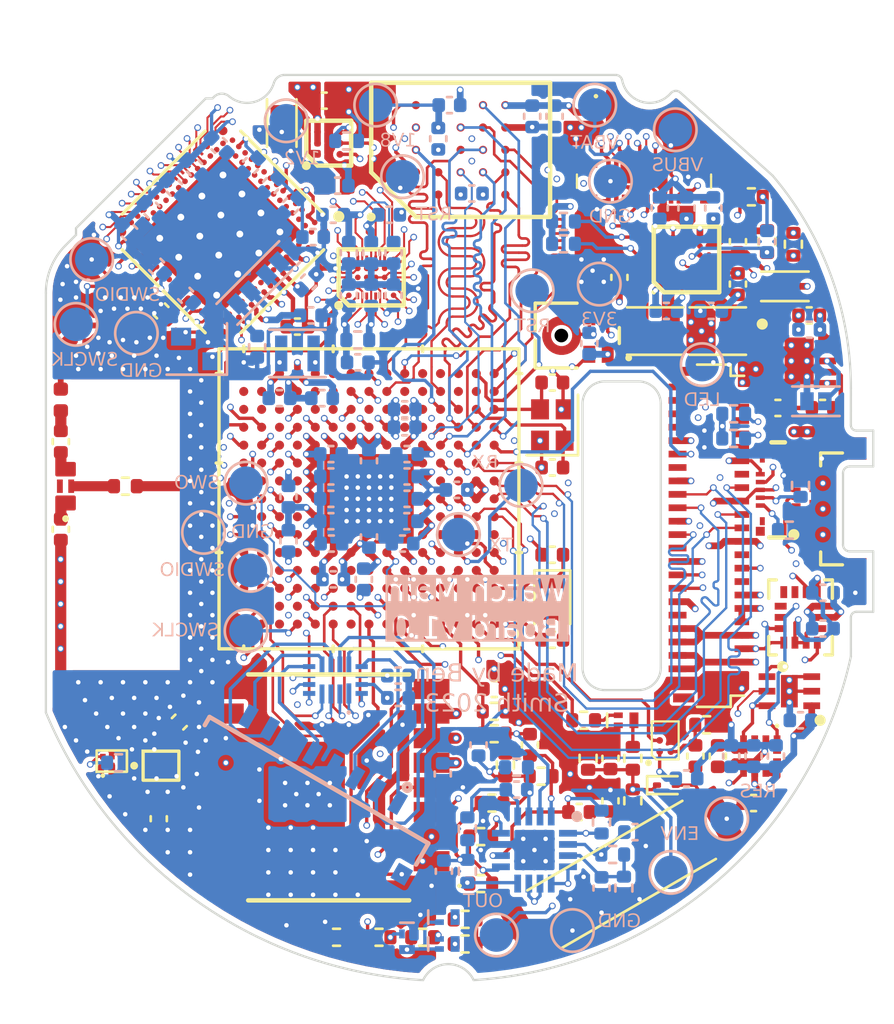
<source format=kicad_pcb>
(kicad_pcb (version 20221018) (generator pcbnew)
  (layers (0 "F.Cu" signal) (1 "In1.Cu" power) (2 "In2.Cu" signal) (3 "In3.Cu" power) (4 "In4.Cu" power) (5 "In5.Cu" signal) (6 "In6.Cu" power) (31 "B.Cu" signal) (34 "B.Paste" user) (35 "F.Paste" user) (36 "B.SilkS" user "B.Silkscreen") (37 "F.SilkS" user "F.Silkscreen") (38 "B.Mask" user) (39 "F.Mask" user) (44 "Edge.Cuts" user))
  (net 0 "")
  (net 2 "+VSYS")
  (net 3 "GND")
  (net 4 "+1V2")
  (net 5 "/Power/SWB_3V3")
  (net 6 "+3V3")
  (net 7 "/I2C4.SCL")
  (net 8 "/I2C4.SDA")
  (net 9 "/Power/SWA_3V3")
  (net 13 "+VBAT")
  (net 14 "+1V8")
  (net 16 "/Power/SW_1V8")
  (net 17 "/Power/PGD_1V2")
  (net 20 "VDD")
  (net 21 "VBUS")
  (net 22 "/Power/SW_1V2")
  (net 23 "/GNSS/WAKEUP")
  (net 24 "/GNSS/RST")
  (net 25 "/Flash/RSTO")
  (net 26 "/STM32/STM32 Power/VDD11")
  (net 27 "/STM32/STM32 Power/VREF+")
  (net 28 "/USART1.TX")
  (net 29 "/OSPI1.CLKN")
  (net 30 "/OSPI1.CLKP")
  (net 32 "/OSPI1.CS")
  (net 33 "/OSPI1.DQS")
  (net 34 "/OSPI1.IO2")
  (net 36 "/OSPI1.IO1")
  (net 37 "/OSPI1.IO0")
  (net 38 "/OSPI1.IO3")
  (net 39 "/OSPI1.IO4")
  (net 40 "/OSPI1.IO7")
  (net 41 "/OSPI1.IO6")
  (net 42 "/OSPI1.IO5")
  (net 43 "/Micro SD/CD")
  (net 44 "/Micro SD/DAT2")
  (net 45 "/Micro SD/DAT3")
  (net 46 "/Micro SD/CMD")
  (net 47 "/Micro SD/CLK")
  (net 48 "/Micro SD/DAT0")
  (net 49 "/Micro SD/DAT1")
  (net 50 "/Display Power/SWP")
  (net 51 "+4V6")
  (net 52 "/Display Power/SWN")
  (net 53 "/Display Power/CTRL")
  (net 54 "-2V2")
  (net 55 "/DSI.D0P")
  (net 56 "/DSI.D0N")
  (net 57 "/DSI.CKP")
  (net 58 "/DSI.CKN")
  (net 59 "/DSI.D1N")
  (net 60 "/DSI.D1P")
  (net 61 "/STM32/MAG_INT")
  (net 62 "/Bluetooth/INT2")
  (net 63 "/Bluetooth/INT1")
  (net 66 "/QSPI1.CS")
  (net 67 "/QSPI1.SCK")
  (net 68 "/QSPI1.IO3")
  (net 69 "/QSPI1.IO0")
  (net 70 "/QSPI1.IO2")
  (net 71 "/QSPI1.IO1")
  (net 72 "/FPGA/CDONE")
  (net 73 "/FPGA/CRESET_B")
  (net 74 "/QSPI2.SCK")
  (net 75 "/QSPI2.CS")
  (net 76 "/Display Connector/OLED_EN")
  (net 77 "/QSPI2.IO2")
  (net 78 "/QSPI2.IO3")
  (net 79 "/QSPI2.IO1")
  (net 80 "/QSPI2.IO0")
  (net 81 "/Power/VID_1V2")
  (net 82 "/SDMMC1.D2")
  (net 83 "/SDMMC1.D3")
  (net 84 "/SDMMC1.D0")
  (net 85 "/SDMMC1.D1")
  (net 86 "/SDMMC1.CK")
  (net 87 "/SDMMC1.CKIN")
  (net 88 "/SDMMC1.CMD")
  (net 89 "/Power/INT")
  (net 90 "/Power/THR")
  (net 91 "/USART1.RX")
  (net 109 "/RFID/SHDN")
  (net 112 "/Flash/RST")
  (net 113 "/Flash/INT")
  (net 139 "/STM32/SWCLK")
  (net 140 "/STM32/OSC32_IN")
  (net 141 "/I2C1.SDA")
  (net 142 "/I2C3.SCL")
  (net 149 "/STM32/OSC32_OUT")
  (net 152 "/STM32/SWDIO")
  (net 154 "/I2C3.SDA")
  (net 155 "/I2C1.SCL")
  (net 156 "/STM32/SWO")
  (net 158 "/LPUART1.TX")
  (net 160 "/STM32/OSC_IN")
  (net 161 "/STM32/OSC_OUT")
  (net 162 "/STM32/ALS_INT")
  (net 163 "/STM32/IMU_INT1")
  (net 164 "/STM32/DEBUG_LED")
  (net 166 "/LPUART1.RX")
  (net 167 "/GNSS/RF_1.575G")
  (net 168 "/GNSS/RF_IN")
  (net 172 "/Bluetooth/SWDIO")
  (net 175 "/Bluetooth/SWCLK")
  (net 176 "/Bluetooth/RST")
  (net 179 "/Bluetooth/DECD")
  (net 180 "/Bluetooth/DECR")
  (net 182 "/Bluetooth/ANT")
  (net 183 "/Bluetooth/DECN")
  (net 185 "/STM32/IMU_INT2")
  (net 186 "/STM32/BTN")
  (net 189 "/Bluetooth/DECA")
  (net 190 "/Bluetooth/DCCD")
  (net 195 "/Bluetooth/DCC")
  (net 199 "/RFID/SIGNAL")
  (net 201 "/Antenna/RF_2.4G")
  (net 216 "/RFID/SIGNAL_ENVELOPE")
  (net 228 "/Bluetooth/UART_CTS")
  (net 229 "/Bluetooth/UART_RTS")
  (net 231 "/Antenna/Ft_GPS")
  (net 232 "/Antenna/Common")
  (net 236 "/STM32/LRA_EN")
  (net 240 "/STM32/HR_INT")
  (net 262 "/STM32/STM32 Power/VLXSMPS")
  (net 264 "/Antenna/Ft_2.4GHz")
  (net 265 "/Antenna/Ft_5.5GHz")
  (net 266 "/Antenna/Mt_2.4GHz")
  (net 267 "+1V65")
  (net 270 "/FPGA/VCCPLL")
  (net 274 "/Bluetooth/INT3")
  (net 275 "/FPGA/INT_STM")
  (net 279 "/Display Connector/DSI_TE")
  (net 281 "/Display Connector/RESET")
  (net 282 "/Display Connector/PCD")
  (net 296 "/Sensors/C1")
  (net 300 "/Bluetooth/XC2")
  (net 301 "/Bluetooth/XC1")
  (net 302 "/STM32/RFID_PULL")
  (net 319 "/RFID/AMP2_OUT")
  (net 320 "/RFID/AMP2_NEG")
  (net 321 "/RFID/AMP2_IN")
  (net 322 "/RFID/AMP3_IN")
  (net 323 "/RFID/AMP3_OUT")
  (net 324 "/RFID/AMP3_NEG")
  (net 325 "/RFID/RF_IN")
  (net 326 "/RFID/AMP1_IN")
  (net 327 "/RFID/1V65_UNREG")
  (net 328 "/RFID/RF")
  (net 329 "/RFID/CARRIER_RAW")
  (net 330 "/RFID/AMP1_OUT")
  (net 331 "/RFID/AMP1_NEG")
  (net 332 "/Flash/CS2")
  (net 333 "/RFID/CARRIER")
  (net 334 "/RFID/OUT_SHIFT")
  (net 335 "/RFID/SHIFT_G")
  (net 336 "/RFID/SHIFT_ND")
  (net 337 "/RFID/SHIFT_PD")
  (net 338 "/RFID/OUT_G")
  (net 339 "/RFID/PULL_G")
  (net 340 "/RFID/PULL_D")
  (net 341 "/RFID/OUT")
  (net 342 "/Microphone/DATA")
  (net 343 "/Microphone/CLOCK")
  (net 344 "/Power/VBUS_PROTECTED")
  (net 345 "/STM32/NRST")
  (net 346 "/Power/ENCHG")
  (net 349 "/GNSS/SAW_OUT")
  (net 350 "/GNSS/VCC_RF")
  (net 351 "/GNSS/LNA_OUT")
  (net 352 "/GNSS/LNA_IN")
  (net 353 "/GNSS/ANT_OFF")
  (net 354 "/GNSS/PPS")
  (net 359 "/STM32/USART6.TX")
  (net 360 "/STM32/USART6.RX")
  (net 362 "/STM32/TOUCH_INT")
  (net 363 "/STM32/TOUCH_RST")
  (footprint "Capacitor_SMD:C_0402_1005Metric" (layer "F.Cu") (at 157.7 87.4 -90)
    (fp_text reference "C207" hide)
    (fp_text value "10u")
  )
  (footprint "Capacitor_SMD:C_0402_1005Metric" (layer "F.Cu") (at 154.7 103.6)
    (fp_text reference "C803" hide)
    (fp_text value "6p")
  )
  (footprint "Capacitor_SMD:C_0402_1005Metric" (layer "F.Cu") (at 138.02 107.28 45)
    (fp_text reference "C402" hide)
    (fp_text value "120p")
  )
  (footprint "Capacitor_SMD:C_0402_1005Metric" (layer "F.Cu") (at 132.72 98.662 90)
    (fp_text reference "C1601" hide)
    (fp_text value "43p")
  )
  (footprint "watch_footprints:Watch Outline V1" (layer "F.Cu") (at 150 99)
    (fp_text reference "U101" hide)
    (fp_text value "Watch_Outline")
    (fp_line (start -17.948965 -10.907365) (end -17.948965 7.849994) (stroke (width 0.1)) (layer "Edge.Cuts"))
    (fp_line (start -16.6 -13.8) (end -16.6 -13.5) (stroke (width 0.1)) (layer "Edge.Cuts"))
    (fp_line (start -16.6 -13.5) (end -17.070285 -13.028685) (stroke (width 0.1)) (layer "Edge.Cuts"))
    (fp_line (start -10.8 -19.6) (end -16.6 -13.8) (stroke (width 0.1)) (layer "Edge.Cuts"))
    (fp_line (start -10.8 -19.6) (end -10.5 -19.6) (stroke (width 0.1)) (layer "Edge.Cuts"))
    (fp_line (start -10.5 -19.6) (end -10.432061 -19.666909) (stroke (width 0.1)) (layer "Edge.Cuts"))
    (fp_line (start -7.271914 -20.650006) (end 7.530344 -20.650006) (stroke (width 0.1)) (layer "Edge.Cuts"))
    (fp_line (start 6.05 5.849998) (end 6.050002 -5.95) (stroke (width 0.1)) (layer "Edge.Cuts"))
    (fp_line (start 7.050002 -6.95) (end 8.55 -6.949998) (stroke (width 0.1)) (layer "Edge.Cuts"))
    (fp_line (start 8.549998 6.85) (end 7.05 6.849998) (stroke (width 0.1)) (layer "Edge.Cuts"))
    (fp_line (start 9.55 -5.949998) (end 9.549998 5.85) (stroke (width 0.1)) (layer "Edge.Cuts"))
    (fp_line (start 14.551035 -16.150006) (end 10.426612 -19.861986) (stroke (width 0.1)) (layer "Edge.Cuts"))
    (fp_line (start 18.05 3.6) (end 18.051035 5.349994) (stroke (width 0.1)) (layer "Edge.Cuts"))
    (fp_line (start 18.051035 -6.650006) (end 18.05 -5) (stroke (width 0.1)) (layer "Edge.Cuts"))
    (fp_line (start 18.3 -4.749997) (end 19.051035 -4.750003) (stroke (width 0.1)) (layer "Edge.Cuts"))
    (fp_line (start 19.051035 -4.750003) (end 19.051035 -3.150006) (stroke (width 0.1)) (layer "Edge.Cuts"))
    (fp_line (start 19.051035 0.649994) (end 19.051035 3.349994) (stroke (width 0.1)) (layer "Edge.Cuts"))
    (fp_line (start 19.051035 3.349994) (end 18.3 3.35) (stroke (width 0.1)) (layer "Edge.Cuts"))
    (fp_arc (start -17.948965 -10.907365) (mid -17.720602 -12.055415) (end -17.070285 -13.028685) (stroke (width 0.1)) (layer "Edge.Cuts"))
    (fp_arc (start -10.432061 -19.666909) (mid -10.099447 -19.81293) (end -9.755781 -19.695256) (stroke (width 0.1)) (layer "Edge.Cuts"))
    (fp_arc (start -7.751071 -20.292863) (mid -8.591865 -19.452093) (end -9.755781 -19.695256) (stroke (width 0.1)) (layer "Edge.Cuts"))
    (fp_arc (start -7.751071 -20.292863) (mid -7.570722 -20.550899) (end -7.271914 -20.650006) (stroke (width 0.1)) (layer "Edge.Cuts"))
    (fp_arc (start -1.079722 19.817182) (mid -11.231687 16.254398) (end -17.948965 7.849994) (stroke (width 0.1)) (layer "Edge.Cuts"))
    (fp_arc (start -1.079722 19.817182) (mid 0.050002 19.1) (end 1.18091 19.815313) (stroke (width 0.1)) (layer "Edge.Cuts"))
    (fp_arc (start 6.050002 -5.95) (mid 6.342895 -6.657106) (end 7.050002 -6.95) (stroke (width 0.1)) (layer "Edge.Cuts"))
    (fp_arc (start 7.05 6.849998) (mid 6.342894 6.557105) (end 6.05 5.849998) (stroke (width 0.1)) (layer "Edge.Cuts"))
    (fp_arc (start 7.530344 -20.650006) (mid 7.720822 -20.581743) (end 7.824671 -20.408071) (stroke (width 0.1)) (layer "Edge.Cuts"))
    (fp_arc (start 8.55 -6.949998) (mid 9.257106 -6.657105) (end 9.55 -5.949998) (stroke (width 0.1)) (layer "Edge.Cuts"))
    (fp_arc (start 9.549998 5.85) (mid 9.257105 6.557106) (end 8.549998 6.85) (stroke (width 0.1)) (layer "Edge.Cuts"))
    (fp_arc (start 9.998525 -19.834677) (mid 10.206818 -19.938339) (end 10.426612 -19.861986) (stroke (width 0.1)) (layer "Edge.Cuts"))
    (fp_arc (start 9.998526 -19.834677) (mid 8.732232 -19.441353) (end 7.824672 -20.408071) (stroke (width 0.1)) (layer "Edge.Cuts"))
    (fp_arc (start 14.551035 -16.150006) (mid 17.148203 -11.71212) (end 18.051035 -6.650006) (stroke (width 0.1)) (layer "Edge.Cuts"))
    (fp_arc (start 18.05 3.6) (mid 18.123223 3.423223) (end 18.3 3.35) (stroke (width 0.1)) (layer "Edge.Cuts"))
    (fp_arc (start 18.051035 5.349994) (mid 12.042676 15.412788) (end 1.18091 19.815314) (stroke (width 0.1)) (layer "Edge.Cuts"))
    (fp_arc (start 18.3 -4.75) (mid 18.123223 -4.823223) (end 18.05 -5) (stroke (width 0.1)) (layer "Edge.Cuts"))
  )
  (footprint "Resistor_SMD:R_0402_1005Metric" (layer "F.Cu") (at 163.6 83.8)
    (fp_text reference "R202" hide)
    (fp_text value "100k")
  )
  (footprint "Resistor_SMD:R_0402_1005Metric" (layer "F.Cu") (at 156.3 108.9 -90)
    (fp_text reference "R1717" hide)
    (fp_text value "330k")
  )
  (footprint "watch_footprints:SON50P250X250X80-11N-D" (layer "F.Cu") (at 165.7375 91.1375)
    (fp_text reference "IC1401" hide)
    (fp_text value "TPS65631WDSKR" hide)
  )
  (footprint "Capacitor_SMD:C_0402_1005Metric" (layer "F.Cu") (at 152.1 105.8)
    (fp_text reference "C1713" hide)
    (fp_text value "100p")
  )
  (footprint "Capacitor_SMD:C_0402_1005Metric" (layer "F.Cu") (at 153.7 108.3 -90)
    (fp_text reference "C1712" hide)
    (fp_text value "100p")
  )
  (footprint "Resistor_SMD:R_0402_1005Metric" (layer "F.Cu") (at 165.48 85.92 90)
    (fp_text reference "R204" hide)
    (fp_text value "100k")
  )
  (footprint "Capacitor_SMD:C_0402_1005Metric" (layer "F.Cu") (at 143.3 89.6)
    (fp_text reference "C310" hide)
    (fp_text value "1u")
  )
  (footprint "watch_footprints:AXG120144" (layer "F.Cu") (at 158.8 83.1)
    (fp_text reference "J701" hide)
    (fp_text value "AXG120144" hide)
  )
  (footprint "Capacitor_SMD:C_0402_1005Metric" (layer "F.Cu") (at 137.1 111.6 -90)
    (fp_text reference "C401" hide)
    (fp_text value "10n")
  )
  (footprint "Capacitor_SMD:C_0402_1005Metric" (layer "F.Cu") (at 166.1875 89.1 180)
    (fp_text reference "C1402" hide)
    (fp_text value "100nF")
  )
  (footprint "Inductor_SMD:L_0402_1005Metric" (layer "F.Cu") (at 133.2 105.5)
    (fp_text reference "L1601" hide)
    (fp_text value "1n5")
  )
  (footprint "Resistor_SMD:R_0402_1005Metric" (layer "F.Cu") (at 152.6 109.2 -90)
    (fp_text reference "R1720" hide)
    (fp_text value "10k")
  )
  (footprint "Resistor_SMD:R_0402_1005Metric" (layer "F.Cu") (at 152 110.9 180)
    (fp_text reference "R1713" hide)
    (fp_text value "10k")
  )
  (footprint "Inductor_SMD:L_0402_1005Metric" (layer "F.Cu") (at 132.72 92.88 90)
    (fp_text reference "L1602" hide)
    (fp_text value "0n6")
  )
  (footprint "Inductor_SMD:L_TDK_MLZ1608" (layer "F.Cu") (at 165.1 87.8 180)
    (fp_text reference "L1401" hide)
    (fp_text value "10u")
  )
  (footprint "watch_footprints:NRF5340-QKAA-R7_modified" (layer "F.Cu") (at 139.971573 85.368629 -135)
    (fp_text reference "U301" hide)
    (fp_text value "NRF5340-QKAA-R7" hide)
  )
  (footprint "watch_footprints:AXG110144A" (layer "F.Cu") (at 164.8 96.9 -90)
    (fp_text reference "J601" hide)
    (fp_text value "AXG110144A" hide)
  )
  (footprint "watch_footprints:FH26W-45S-0.3SHW(60)" (layer "F.Cu") (at 163.175 98.9 -90)
    (fp_text reference "J501" hide)
    (fp_text value "FH26W-45S-0.3SHW(60)")
  )
  (footprint "Crystal:Crystal_SMD_2016-4Pin_2.0x1.6mm" (layer "F.Cu") (at 154.7 94 90)
    (fp_text reference "Y801" hide)
    (fp_text value "16MHz")
  )
  (footprint "Capacitor_SMD:C_0402_1005Metric" (layer "F.Cu") (at 166.7875 93.2375 180)
    (fp_text reference "C1404" hide)
    (fp_text value "10u")
  )
  (footprint "Resistor_SMD:R_0402_1005Metric" (layer "F.Cu") (at 152.1 107.8 180)
    (fp_text reference "R1722" hide)
    (fp_text value "10k")
  )
  (footprint "Resistor_SMD:R_0402_1005Metric" (layer "F.Cu") (at 146.95 116.9)
    (fp_text reference "R1702" hide)
    (fp_text value "100R")
  )
  (footprint "Resistor_SMD:R_0402_1005Metric" (layer "F.Cu") (at 154.2 109.7)
    (fp_text reference "R1721" hide)
    (fp_text value "1k")
  )
  (footprint "watch_footprints:B39162B4327P810" (layer "F.Cu") (at 137.2 109.23)
    (fp_text reference "FL401" hide)
    (fp_text value "B39162B4327P810" hide)
  )
  (footprint "watch_footprints:SON65P200X200X65-7N-D" (layer "F.Cu") (at 165.3 105.9 180)
    (fp_text reference "IC1302" hide)
    (fp_text value "OPT3004DNPR" hide)
  )
  (footprint "Capacitor_SMD:C_0402_1005Metric" (layer "F.Cu") (at 154.7 99.8)
    (fp_text reference "C804" hide)
    (fp_text value "6p")
  )
  (footprint "watch_footprints:LGA14_LSM6_STM" (layer "F.Cu") (at 165.8 102.6 90)
    (fp_text reference "U1301" hide)
    (fp_text value "LSM6DSO16IS")
  )
  (footprint "Capacitor_SMD:C_0402_1005Metric" (layer "F.Cu") (at 157.3 108.9 90)
    (fp_text reference "C1707" hide)
    (fp_text value "10n")
  )
  (footprint "watch_footprints:BGA6C50P3X2_152X100X69" (layer "F.Cu") (at 159.75 108.1 90)
    (fp_text reference "IC1702" hide)
    (fp_text value "MAX9027EBT+T" hide)
  )
  (footprint "Capacitor_SMD:C_0402_1005Metric" (layer "F.Cu") (at 163.7 110.9)
    (fp_text reference "C1705" hide)
    (fp_text value "330p")
  )
  (footprint "watch_footprints:ADP5360ACBZ1R7" (layer "F.Cu") (at 160.7 86.6 90)
    (fp_text reference "IC201" hide)
    (fp_text value "ADP5360ACBZ-2-R7" hide)
  )
  (footprint "Capacitor_SMD:C_0402_1005Metric" (layer "F.Cu") (at 132.72 94.742 90)
    (fp_text reference "C1602" hide)
    (fp_text value "7p5")
  )
  (footprint "Resistor_SMD:R_0402_1005Metric" (layer "F.Cu") (at 148.9 116.9)
    (fp_text reference "R1704" hide)
    (fp_text value "1k")
  )
  (footprint "Capacitor_SMD:C_0402_1005Metric" (layer "F.Cu") (at 164.7875 93.2375)
    (fp_text reference "C1403" hide)
    (fp_text value "10u")
  )
  (footprint "Capacitor_SMD:C_0402_1005Metric" (layer "F.Cu") (at 154.7 95.9)
    (fp_text reference "C802" hide)
    (fp_text value "6p")
  )
  (footprint "Capacitor_SMD:C_0402_1005Metric" (layer "F.Cu") (at 163 85.8 -90)
    (fp_text reference "C202" hide)
    (fp_text value "1u")
  )
  (footprint "Resistor_SMD:R_0402_1005Metric" (layer "F.Cu") (at 151.5 114.5 180)
    (fp_text reference "R1709" hide)
    (fp_text value "4k7")
  )
  (footprint "watch_footprints:DMP2104LP7" (layer "F.Cu") (at 157.1 80.3 180)
    (fp_text reference "Q201" hide)
    (fp_text value "DMP2104LP-7" hide)
  )
  (footprint "Resistor_SMD:R_0402_1005Metric" (layer "F.Cu") (at 158.3 108.9 -90)
    (fp_text reference "R1716" hide)
    (fp_text value "330")
  )
  (footprint "watch_footprints:BGA9C50P3X3_165X187X66" (layer "F.Cu") (at 144.7 81.4 90)
    (fp_text reference "IC202" hide)
    (fp_text value "ADP5301ACBZ-2-R7" hide)
  )
  (footprint "Resistor_SMD:R_0402_1005Metric" (layer "F.Cu") (at 164.3 85.8 -90)
    (fp_text reference "R201" hide)
    (fp_text value "10k")
  )
  (footprint "watch_footprints:DMN21D2UFB7B" (layer "F.Cu") (at 158 107.2 180)
    (fp_text reference "Q1704" hide)
    (fp_text value "DMN21D2UFB-7B" hide)
  )
  (footprint "watch_footprints:TESEOLIV3FL" (layer "F.Cu") (at 144.7 110.2 90)
    (fp_text reference "U401" hide)
    (fp_text value "TESEO-LIV3FL" hide)
  )
  (footprint "watch_footprints:IIS2MDCTR" (layer "F.Cu") (at 164 108.8 -90)
    (fp_text reference "IC1301" hide)
    (fp_text value "IIS2MDCTR" hide)
  )
  (footprint "Inductor_SMD:L_0402_1005Metric" (layer "F.Cu") (at 133.2 91.4)
    (fp_text reference "L1603" hide)
    (fp_text value "2n7")
  )
  (footprint "Capacitor_SMD:C_0402_1005Metric" (layer "F.Cu") (at 154.7 92.1 180)
    (fp_text reference "C801" hide)
    (fp_text value "6p")
  )
  (footprint "Resistor_SMD:R_0402_1005Metric" (layer "F.Cu") (at 135.608 96.735)
    (fp_text reference "R1601" hide)
    (fp_text value "0R")
  )
  (footprint "Resistor_SMD:R_0402_1005Metric" (layer "F.Cu") (at 150.8 117.2 180)
    (fp_text reference "R1706" hide)
    (fp_text value "4R7")
  )
  (footprint "Resistor_SMD:R_0402_1005Metric" (layer "F.Cu") (at 152.1 106.8)
    (fp_text reference "R1723" hide)
    (fp_text value "20k")
  )
  (footprint "Inductor_SMD:L_TDK_MLZ1608" (layer "F.Cu") (at 142.6 80.5 -90)
    (fp_text reference "L203" hide)
    (fp_text value "2u2")
  )
  (footprint "watch_footprints:BGS12SN6E6327XTSA1" (layer "F.Cu") (at 135 109.2 90)
    (fp_text reference "IC401" hide)
    (fp_text value "BGA725L6E6327FTSA1" hide)
  )
  (footprint "Resistor_SMD:R_0402_1005Metric" (layer "F.Cu") (at 145.05 116.9)
    (fp_text reference "R1701" hide)
    (fp_text value "10k")
  )
  (footprint "Resistor_SMD:R_0402_1005Metric" (layer "F.Cu") (at 158.3 110.8 -90)
    (fp_text reference "R1703" hide)
    (fp_text value "5k1")
  )
  (footprint "Capacitor_SMD:C_0402_1005Metric" (layer "F.Cu") (at 161.1 108.8 90)
    (fp_text reference "C1709" hide)
    (fp_text value "10n")
  )
  (footprint "Inductor_SMD:L_Murata_DFE201610P" (layer "F.Cu") (at 159.3 89.8 180)
    (fp_text reference "L202" hide)
    (fp_text value "4u7")
  )
  (footprint "Crystal:Crystal_SMD_2012-2Pin_2.0x1.2mm" (layer "F.Cu") (at 154.7 101.7 -90)
    (fp_text reference "Y802" hide)
    (fp_text value "32.768kHz")
  )
  (footprint "Diode_SMD:D_SOD-923" (layer "F.Cu") (at 159.8 110.1)
    (fp_text reference "D1701" hide)
    (fp_text value "ACDBQC0130L-HF")
  )
  (footprint "watch_footprints:Panasonic-EVP-AEJB2A-MFG" (layer "F.Cu") (at 168.1 97.75 90)
    (fp_text reference "SW1501" hide)
    (fp_text value "EVP-AEJB2A" hide)
    (fp_line (start -1.9 -0.1) (end -1.9 0.95) (stroke (width 0.1)) (layer "Edge.Cuts"))
    (fp_line (start -1.6 -0.4) (end 1.6 -0.4) (stroke (width 0.1)) (layer "Edge.Cuts"))
    (fp_line (start 1.9 -0.1) (end 1.9 0.95) (stroke (width 0.1)) (layer "Edge.Cuts"))
    (fp_arc (start -1.9 -0.1) (mid -1.812132 -0.312132) (end -1.6 -0.4) (stroke (width 0.1)) (layer "Edge.Cuts"))
    (fp_arc (start 1.6 -0.4) (mid 1.812132 -0.312132) (end 1.9 -0.1) (stroke (width 0.1)) (layer "Edge.Cuts"))
  )
  (footprint "Inductor_SMD:L_0402_1005Metric" (layer "F.Cu") (at 133.45 89.9 45)
    (fp_text reference "L1604" hide)
    (fp_text value "1n5")
  )
  (footprint "Resistor_SMD:R_0402_1005Metric" (layer "F.Cu") (at 156.1 107.2)
    (fp_text reference "R1715" hide)
    (fp_text value "100R")
  )
  (footprint "Resistor_SMD:R_0402_1005Metric" (layer "F.Cu") (at 150.8 116.1)
    (fp_text reference "R1707" hide)
    (fp_text value "4R7")
  )
  (footprint "Capacitor_SMD:C_0402_1005Metric" (layer "F.Cu") (at 163 87.7 -90)
    (fp_text reference "C204" hide)
    (fp_text value "10u")
  )
  (footprint "watch_footprints:BGA30C40P5X6_211X254X60_modified" (layer "F.Cu") (at 146.6 87.4 90)
    (fp_text reference "IC1201" hide)
    (fp_text value "ICE40UP5K-UWG30ITR1K" hide)
  )
  (footprint "Resistor_SMD:R_0402_1005Metric" (layer "F.Cu") (at 161.6 107.4 180)
    (fp_text reference "R1719" hide)
    (fp_text value "330k")
  )
  (footprint "watch_footprints:BGA24C100P5X5_600X800X100" (layer "F.Cu") (at 150.6 81.7 90)
    (fp_text reference "IC1001" hide)
    (fp_text value "S26HS512TGABHI000" hide)
  )
  (footprint "Inductor_SMD:L_0402_1005Metric" (layer "F.Cu") (at 133.6 107.2 -45)
    (fp_text reference "L401" hide)
    (fp_text value "7n5")
  )
  (footprint "Resistor_SMD:R_0402_1005Metric" (layer "F.Cu") (at 151.5 112.4 180)
    (fp_text reference "R1708" hide)
    (fp_text value "1k")
  )
  (footprint "Capacitor_SMD:C_0402_1005Metric" (layer "F.Cu") (at 155.9 111.3 180)
    (fp_text reference "C1702" hide)
    (fp_text value "220n")
  )
  (footprint "watch_footprints:TR1102-0491J" (layer "F.Cu") (at 157.8 114.1 30)
    (fp_text reference "L1701" hide)
    (fp_text value "TR1102-0491J")
  )
  (footprint "Capacitor_SMD:C_0402_1005Metric" (layer "F.Cu") (at 145.1 83.3)
    (fp_text reference "C210" hide)
    (fp_text value "10u")
  )
  (footprint "Capacitor_SMD:C_0402_1005Metric" (layer "F.Cu") (at 137.2 88.9 135)
    (fp_text reference "C315" hide)
    (fp_text value "0p7")
  )
  (footprint "Capacitor_SMD:C_0402_1005Metric" (layer "F.Cu") (at 162.1 108.8 -90)
    (fp_text reference "C1301" hide)
    (fp_text value "220n")
  )
  (footprint "watch_footprints:ANT161575TT3000A1" (layer "F.Cu") (at 132.931 96.736 90)
    (fp_text reference "ANT1601" hide)
    (fp_text value "ANT161575TT-3000A1" hide)
  )
  (footprint "Capacitor_SMD:C_0402_1005Metric" (layer "F.Cu") (at 157.3 110.8 90)
    (fp_text reference "C1701" hide)
    (fp_text value "1n")
  )
  (footprint "Capacitor_SMD:C_0402_1005Metric" (layer "F.Cu") (at 144.5 79.5)
    (fp_text reference "C209" hide)
    (fp_text value "10u")
  )
  (footprint "watch_footprints:PG-TLGA-5-2_INF" (layer "F.Cu") (at 155.8152 90)
    (fp_text reference "MIC1801" hide)
    (fp_text value "IM70D122V01XTMA1")
  )
  (footprint "watch_footprints:GPS & BT Antenna" (layer "F.Cu") (at 138.341533 98.36 90)
    (fp_text reference "U1601" hide)
    (fp_text value "GPS_&_BT_Antenna_Keepout")
  )
  (footprint "Inductor_SMD:L_Murata_DFE201610P" (layer "F.Cu") (at 162.1 89.8 180)
    (fp_text reference "L201" hide)
    (fp_text value "4u7")
  )
  (footprint "Inductor_SMD:L_0402_1005Metric" (layer "F.Cu") (at 135.55 89.55 180)
    (fp_text reference "L303" hide)
    (fp_text value "2n2")
  )
  (footprint "watch_footprints:TFBGA216_13X13_STM" (layer "F.Cu") (at 146.5 97.3 180)
    (fp_text reference "U801" hide)
    (fp_text value "STM32U5A9NJH6Q")
  )
  (footprint "Capacitor_SMD:C_0402_1005Metric" (layer "B.Cu") (at 147.4 84.6)
    (fp_text reference "C1202" hide)
    (fp_text value "4u7")
  )
  (footprint "TestPoint:TestPoint_Pad_D1.5mm" (layer "B.Cu") (at 150.5 98.9)
    (fp_text reference "TP802" hide)
    (fp_text value "1.5mm")
  )
  (footprint "Capacitor_SMD:C_0402_1005Metric" (layer "B.Cu") (at 144.8 95.3)
    (fp_text reference "C909" hide)
    (fp_text value "100n")
  )
  (footprint "Capacitor_SMD:C_0402_1005Metric" (layer "B.Cu") (at 139.8 81.5 -45)
    (fp_text reference "C308" hide)
    (fp_text value "100n")
  )
  (footprint "Capacitor_SMD:C_0402_1005Metric" (layer "B.Cu") (at 161.8 88.9)
    (fp_text reference "C206" hide)
    (fp_text value "10u")
  )
  (footprint "TestPoint:TestPoint_Pad_D1.5mm" (layer "B.Cu") (at 161.4 91.3 180)
    (fp_text reference "TP801" hide)
    (fp_text value "1.5mm")
  )
  (footprint "TestPoint:TestPoint_Pad_D1.5mm" (layer "B.Cu") (at 153.3 96.7)
    (fp_text reference "TP803" hide)
    (fp_text value "1.5mm")
  )
  (footprint "Capacitor_SMD:C_0402_1005Metric" (layer "B.Cu") (at 144.4 92.8 180)
    (fp_text reference "C906" hide)
    (fp_text value "10u")
  )
  (footprint "TestPoint:TestPoint_Pad_D1.5mm" (layer "B.Cu") (at 157.3 83.1 180)
    (fp_text reference "TP209" hide)
    (fp_text value "1.5mm")
  )
  (footprint "TestPoint:TestPoint_Pad_D1.5mm" (layer "B.Cu") (at 152.2 116.8 180)
    (fp_text reference "TP1703" hide)
    (fp_text value "1.5mm")
  )
  (footprint "Crystal:Crystal_SMD_2016-4Pin_2.0x1.6mm" (layer "B.Cu") (at 138.8 90.6 180)
    (fp_text reference "Y301" hide)
    (fp_text value "32MHz" hide)
  )
  (footprint "Capacitor_SMD:C_0402_1005Metric" (layer "B.Cu") (at 148.19 98.3 180)
    (fp_text reference "C921" hide)
    (fp_text value "2u2")
  )
  (footprint "TestPoint:TestPoint_Pad_D1.5mm" (layer "B.Cu") (at 141 96.6 180)
    (fp_text reference "TP804" hide)
    (fp_text value "1.5mm")
  )
  (footprint "TestPoint:TestPoint_Pad_D1.5mm" (layer "B.Cu") (at 162.5 111.6 180)
    (fp_text reference "TP1702" hide)
    (fp_text value "1.5mm")
  )
  (footprint "Capacitor_SMD:C_0402_1005Metric" (layer "B.Cu") (at 145.6 88.2 90)
    (fp_text reference "C1210" hide)
    (fp_text value "100n")
  )
  (footprint "Capacitor_SMD:C_0402_1005Metric" (layer "B.Cu") (at 156.9 114.7 -90)
    (fp_text reference "C1704" hide)
    (fp_text value "1u")
  )
  (footprint "Capacitor_SMD:C_0402_1005Metric" (layer "B.Cu") (at 149.8 109.6 -90)
    (fp_text reference "C403" hide)
    (fp_text value "100n")
  )
  (footprint "Capacitor_SMD:C_0402_1005Metric" (layer "B.Cu") (at 153.8 80.2 90)
    (fp_text reference "C1003" hide)
    (fp_text value "100n")
  )
  (footprint "Capacitor_SMD:C_0402_1005Metric" (layer "B.Cu") (at 142.9 97.2 90)
    (fp_text reference "C912" hide)
    (fp_text value "100n")
  )
  (footprint "Capacitor_SMD:C_0402_1005Metric" (layer "B.Cu") (at 164.7 108.8 90)
    (fp_text reference "C1305" hide)
    (fp_text value "100n")
  )
  (footprint "Capacitor_SMD:C_0402_1005Metric" (layer "B.Cu") (at 166.8 103.1 180)
    (fp_text reference "C1304" hide)
    (fp_text value "100n")
  )
  (footprint "Resistor_SMD:R_0402_1005Metric" (layer "B.Cu") (at 162.81 93.5)
    (fp_text reference "R804" hide)
    (fp_text value "4k7")
  )
  (footprint "Capacitor_SMD:C_0402_1005Metric" (layer "B.Cu") (at 144.8 98.3)
    (fp_text reference "C908" hide)
    (fp_text value "100n")
  )
  (footprint "watch_footprints:DMP21D5UFB47B" (layer "B.Cu") (at 150 117.2 180)
    (fp_text reference "Q1702" hide)
    (fp_text value "DMP21D5UFB4-7B" hide)
  )
  (footprint "TestPoint:TestPoint_Pad_D1.5mm" (layer "B.Cu") (at 155.6 116.6 180)
    (fp_text reference "TP207" hide)
    (fp_text value "1.5mm")
  )
  (footprint "Capacitor_SMD:C_0402_1005Metric" (layer "B.Cu") (at 149.6 81.2 -90)
    (fp_text reference "C1005" hide)
    (fp_text value "100n")
  )
  (footprint "Capacitor_SMD:C_0402_1005Metric" (layer "B.Cu") (at 163.7 108.8 90)
    (fp_text reference "C1306" hide)
    (fp_text value "100n")
  )
  (footprint "Inductor_SMD:L_TDK_MLZ1608" (layer "B.Cu") (at 142.2 87 45)
    (fp_text reference "L301" hide)
    (fp_text value "10u")
  )
  (footprint "Capacitor_SMD:C_0402_1005Metric" (layer "B.Cu") (at 166.1875 89.7375 180)
    (fp_text reference "C1401" hide)
    (fp_text value "10u")
  )
  (footprint "TestPoint:TestPoint_Pad_D1.5mm" (layer "B.Cu") (at 146.8 79.7 180)
    (fp_text reference "TP204" hide)
    (fp_text value "1.5mm")
  )
  (footprint "Capacitor_SMD:C_0402_1005Metric" (layer "B.Cu") (at 148.1 94.1 180)
    (fp_text reference "C903" hide)
    (fp_text value "100n")
  )
  (footprint "Capacitor_SMD:C_0402_1005Metric" (layer "B.Cu") (at 148.2 95.3 180)
    (fp_text reference "C910" hide)
    (fp_text value "100n")
  )
  (footprint "TestPoint:TestPoint_Pad_D1.5mm" (layer "B.Cu") (at 133.4 89.5 180)
    (fp_text reference "TP301" hide)
    (fp_text value "1.5mm")
  )
  (footprint "Capacitor_SMD:C_0402_1005Metric" (layer "B.Cu") (at 160.7 84.3 90)
    (fp_text reference "C203" hide)
    (fp_text value "10u")
  )
  (footprint "Resistor_SMD:R_0402_1005Metric" (layer "B.Cu") (at 155.2 84.9)
    (fp_text reference "R806" hide)
    (fp_text value "4k7")
  )
  (footprint "Resistor_SMD:R_0402_1005Metric" (layer "B.Cu") (at 155.2 85.9)
    (fp_text reference "R805" hide)
    (fp_text value "4k7")
  )
  (footprint "Capacitor_SMD:C_0402_1005Metric" (layer "B.Cu") (at 144.82 99.3)
    (fp_text reference "C911" hide)
    (fp_text value "100n")
  )
  (footprint "Capacitor_SMD:C_0402_1005Metric" (layer "B.Cu") (at 141.5 90.5 -90)
    (fp_text reference "C307" hide)
    (fp_text value "2n2")
  )
  (footprint "TestPoint:TestPoint_Pad_D1.5mm" (layer "B.Cu") (at 156.6 79.7 180)
    (fp_text reference "TP202" hide)
    (fp_text value "1.5mm")
  )
  (footprint "Capacitor_SMD:C_0402_1005Metric" (layer "B.Cu") (at 146.6 88.2 90)
    (fp_text reference "C1204" hide)
    (fp_text value "100n")
  )
  (footprint "Capacitor_SMD:C_0402_1005Metric" (layer "B.Cu") (at 149.85 113.95 -90)
    (fp_text reference "C1706" hide)
    (fp_text value "4n7")
  )
  (footprint "Capacitor_SMD:C_0402_1005Metric" (layer "B.Cu") (at 146.5 99 90)
    (fp_text reference "C917" hide)
    (fp_text value "100n")
  )
  (footprint "Capacitor_SMD:C_0402_1005Metric" (layer "B.Cu") (at 146.5 95.6 -90)
    (fp_text reference "C904" hide)
    (fp_text value "100n")
  )
  (footprint "Capacitor_SMD:C_0402_1005Metric" (layer "B.Cu") (at 141.2 82.4 -135)
    (fp_text reference "C303" hide)
    (fp_text value "100n")
  )
  (footprint "Resistor_SMD:R_0402_1005Metric" (layer "B.Cu") (at 135.3 109.1)
    (fp_text reference "R401" hide)
    (fp_text value "10k")
  )
  (footprint "Resistor_SMD:R_0402_1005Metric" (layer "B.Cu") (at 157.9 114.7 -90)
    (fp_text reference "R1712" hide)
    (fp_text value "33k")
  )
  (footprint "TestPoint:TestPoint_Pad_D1.5mm" (layer "B.Cu") (at 139.1 98.8 180)
    (fp_text reference "TP208" hide)
    (fp_text value "1.5mm")
  )
  (footprint "Resistor_SMD:R_0402_1005Metric" (layer "B.Cu") (at 146 90.2 180)
    (fp_text reference "R1202" hide)
    (fp_text value "100R")
  )
  (footprint "Capacitor_SMD:C_0402_1005Metric" (layer "B.Cu") (at 148.1 93.3 180)
    (fp_text reference "C905" hide)
    (fp_text value "1u")
  )
  (footprint "Capacitor_SMD:C_0402_1005Metric" (layer "B.Cu") (at 147.8 106.2)
    (fp_text reference "C1102" hide)
    (fp_text value "100n")
  )
  (footprint "Capacitor_SMD:C_0402_1005Metric" (layer "B.Cu") (at 144.8 96.3)
    (fp_text reference "C919" hide)
    (fp_text value "10u")
  )
  (footprint "Capacitor_SMD:C_0402_1005Metric" (layer "B.Cu") (at 150.42 96.9)
    (fp_text reference "C901" hide)
    (fp_text value "100n")
  )
  (footprint "Capacitor_SMD:C_0402_1005Metric" (layer "B.Cu") (at 151.4 108.3 90)
    (fp_text reference "C1710" hide)
    (fp_text value "4n7")
  )
  (footprint "TestPoint:TestPoint_Pad_D1.5mm" (layer "B.Cu") (at 148 82.9 180)
    (fp_text reference "TP303" hide)
    (fp_text value "1.5mm")
  )
  (footprint "Resistor_SMD:R_0402_1005Metric" (layer "B.Cu") (at 150.9 112.05 90)
    (fp_text reference "R1714" hide)
    (fp_text value "1k")
  )
  (footprint "TestPoint:TestPoint_Pad_D1.5mm" (layer "B.Cu") (at 141.2 100.5 180)
    (fp_text reference "TP805" hide)
    (fp_text value "1.5mm")
  )
  (footprint "Capacitor_SMD:C_0402_1005Metric" (layer "B.Cu") (at 158.4 112.2)
    (fp_text reference "C1703" hide)
    (fp_text value "100n")
  )
  (footprint "Capacitor_SMD:C_0402_1005Metric" (layer "B.Cu") (at 147.6 86.3 -90)
    (fp_text reference "C1203" hide)
    (fp_text value "4u7")
  )
  (footprint "watch_footprints:DMN21D2UFB7B" (layer "B.Cu") (at 150 116 180)
    (fp_text reference "Q1703" hide)
    (fp_text value "DMN21D2UFB-7B" hide)
  )
  (footprint "Capacitor_SMD:C_0402_1005Metric" (layer "B.Cu") (at 147.6 88.2 90)
    (fp_text reference "C1207" hide)
    (fp_text value "100n")
  )
  (footprint "Capacitor_SMD:C_0402_1005Metric" (layer "B.Cu") (at 166.8 101.5)
    (fp_text reference "C1302" hide)
    (fp_text value "100n")
  )
  (footprint "Capacitor_SMD:C_0402_1005Metric" (layer "B.Cu") (at 148.2 97.3 180)
    (fp_text reference "C915" hide)
    (fp_text value "100n")
  )
  (footprint "Capacitor_SMD:C_0402_1005Metric" (layer "B.Cu") (at 142.5 92.8)
    (fp_text reference "C920" hide)
    (fp_text value "2u2")
  )
  (footprint "Capacitor_SMD:C_0402_1005Metric" (layer "B.Cu") (at 148 99.3 180)
    (fp_text reference "C918" hide)
    (fp_text value "100n")
  )
  (footprint "Capacitor_SMD:C_0402_1005Metric" (layer "B.Cu") (at 156.353 90.355 90)
    (fp_text reference "C1801" hide)
    (fp_text value "100n")
  )
  (footprint "Capacitor_SMD:C_0402_1005Metric" (layer "B.Cu") (at 154.8 80.2 90)
    (fp_text reference "C1002" hide)
    (fp_text value "1u")
  )
  (footprint "Capacitor_SMD:C_0402_1005Metric" (layer "B.Cu") (at 143.8 87.6 45)
    (fp_text reference "C316" hide)
    (fp_text value "1u")
  )
  (footprint "Capacitor_SMD:C_0402_1005Metric" (layer "B.Cu") (at 142.1 83.3 -135)
    (fp_text reference "C309" hide)
    (fp_text value "100n")
  )
  (footprint "Capacitor_SMD:C_0402_1005Metric" (layer "B.Cu") (at 145.6 86.3 -90)
    (fp_text reference "C1208" hide)
    (fp_text value "100n")
  )
  (footprint "Capacitor_SMD:C_0402_1005Metric" (layer "B.Cu") (at 165.8 107.2 180)
    (fp_text reference "C1307" hide)
    (fp_text value "100n")
  )
  (footprint "Capacitor_SMD:C_0402_1005Metric" (layer "B.Cu") (at 146.6 86.3 -90)
    (fp_text reference "C1205" hide)
    (fp_text value "100n")
  )
  (footprint "TestPoint:TestPoint_Pad_D1.5mm" (layer "B.Cu") (at 136.1 89.9 180)
    (fp_text reference "TP206" hide)
    (fp_text value "1.5mm")
  )
  (footprint "Capacitor_SMD:C_0402_1005Metric" (layer "B.Cu") (at 144.8 97.3)
    (fp_text reference "C902" hide)
    (fp_text value "100n")
  )
  (footprint "TestPoint:TestPoint_Pad_D1.5mm" (layer "B.Cu") (at 153.8 88 180)
    (fp_text reference "TP807" hide)
    (fp_text value "1.5mm")
  )
  (footprint "TestPoint:TestPoint_Pad_D1.5mm" (layer "B.Cu") (at 134.1 86.6 180)
    (fp_text reference "TP302" hide)
    (fp_text value "1.5mm")
  )
  (footprint "watch_footprints:QFN50P300X300X80-17N-D" (layer "B.Cu") (at 153.9 113 180)
    (fp_text reference "IC1701" hide)
    (fp_text value "TLV9004SIRTER" hide)
  )
  (footprint "Capacitor_SMD:C_0402_1005Metric" (layer "B.Cu") (at 164.3 85.8 90)
    (fp_text reference "C1501" hide)
    (fp_text value "10n")
  )
  (footprint "Capacitor_SMD:C_0402_1005Metric" (layer "B.Cu") (at 142.9 99.18 -90)
    (fp_text reference "C916" hide)
    (fp_text value "4u7")
  )
  (footprint "Resistor_SMD:R_0402_1005Metric" (layer "B.Cu") (at 150.9 113.95 90)
    (fp_text reference "R1710" hide)
    (fp_text value "1k")
  )
  (footprint "Inductor_SMD:L_TDK_MLZ1608" (layer "B.Cu") (at 166.4875 92.9375 180)
    (fp_text reference "L1402" hide)
    (fp_text value "10u")
  )
  (footprint "Capacitor_SMD:C_0402_1005Metric" (layer "B.Cu") (at 137.8 83.4 -45)
    (fp_text reference "C305" hide)
    (fp_text value "100n")
  )
  (footprint "Capacitor_SMD:C_0402_1005Metric" (layer "B.Cu") (at 150.1 79.7)
    (fp_text reference "C1001" hide)
    (fp_text value "1u")
  )
  (footprint "Resistor_SMD:R_0402_1005Metric" (layer "B.Cu") (at 165.8 96.7 -90)
    (fp_text reference "R802" hide)
    (fp_text value "4k7")
  )
  (footprint "Resistor_SMD:R_0402_1005Metric" (layer "B.Cu") (at 156.9 111.75 -90)
    (fp_text reference "R1705" hide)
    (fp_text value "1M")
  )
  (footprint "Resistor_SMD:R_0402_1005Metric" (layer "B.Cu") (at 162.81 94.6)
    (fp_text reference "R803" hide)
    (fp_text value "4k7")
  )
  (footprint "Capacitor_SMD:C_0402_1005Metric" (layer "B.Cu") (at 138.3 88.2 135)
    (fp_text reference "C311" hide)
    (fp_text value "1u")
  )
  (footprint "TestPoint:TestPoint_Pad_D1.5mm" (layer "B.Cu") (at 160.2 80.8 180)
    (fp_text reference "TP201" hide)
    (fp_text value "1.5mm")
  )
  (footprint "Capacitor_SMD:C_0402_1005Metric" (layer "B.Cu") (at 161.9 84.3 90)
    (fp_text reference "C201" hide)
    (fp_text value "2u2")
  )
  (footprint "watch_footprints:105162-0001" (layer "B.Cu") (at 141.0375 115.46232 -30)
    (fp_text reference "J1101" hide)
    (fp_text value "105162-0001" hide)
  )
  (footprint "TestPoint:TestPoint_Pad_D1.5mm" (layer "B.Cu") (at 156.8 87.7 180)
    (fp_text reference "TP203" hide)
    (fp_text value "1.5mm")
  )
  (footprint "Capacitor_SMD:C_0402_1005Metric" (layer "B.Cu") (at 146 91.2)
    (fp_text reference "C1209" hide)
    (fp_text value "4u7")
  )
  (footprint "Capacitor_SMD:C_0402_1005Metric" (layer "B.Cu") (at 144.9 84.6 180)
    (fp_text reference "C1206" hide)
    (fp_text value "100n")
  )
  (footprint "Capacitor_SMD:C_0402_1005Metric" (layer "B.Cu") (at 145.1 83.3)
    (fp_text reference "C1201" hide)
    (fp_text value "4u7")
  )
  (footprint "Capacitor_SMD:C_0402_1005Metric" (layer "B.Cu") (at 143 84.2 -135)
    (fp_text reference "C301" hide)
    (fp_text value "1u")
  )
  (footprint "TestPoint:TestPoint_Pad_D1.5mm" (layer "B.Cu") (at 160 114 180)
    (fp_text reference "TP1701" hide)
    (fp_text value "1.5mm")
  )
  (footprint "Capacitor_SMD:C_0402_1005Metric" (layer "B.Cu") (at 135.8 85.4 -45)
    (fp_text reference "C306" hide)
    (fp_text value "100n")
  )
  (footprint "Inductor_SMD:L_Murata_DFE201610P" (layer "B.Cu") (at 143.3 90.8)
    (fp_text reference "L901" hide)
    (fp_text value "2u2")
  )
  (footprint "Capacitor_SMD:C_0402_1005Metric" (layer "B.Cu") (at 144.9 100.9 180)
    (fp_text reference "C907" hide)
    (fp_text value "100n")
  )
  (footprint "Inductor_SMD:L_TDK_MLZ1608" (layer "B.Cu") (at 140.9 88.3 45)
    (fp_text reference "L302" hide)
    (fp_text value "10u")
  )
  (footprint "Resistor_SMD:R_0402_1005Metric" (layer "B.Cu") (at 145.5 81.3)
    (fp_text reference "R203" hide)
    (fp_text value "11k8")
  )
  (footprint "Capacitor_SMD:C_0402_1005Metric" (layer "B.Cu") (at 162.7 108.8 90)
    (fp_text reference "C1303" hide)
    (fp_text value "10u")
  )
  (footprint "Resistor_SMD:R_0402_1005Metric" (layer "B.Cu") (at 165.3 98.7 180)
    (fp_text reference "R801" hide)
    (fp_text value "4k7")
  )
  (footprint "Capacitor_SMD:C_0402_1005Metric" (layer "B.Cu") (at 146.27 100.9 -90)
    (fp_text reference "C914" hide)
    (fp_text value "100n")
  )
  (footprint "watch_footprints:DMN21D2UFB7B" (layer "B.Cu") (at 148.2 117.1 90)
    (fp_text reference "Q1701" hide)
    (fp_text value "DMN21D2UFB-7B" hide)
  )
  (footprint "Capacitor_SMD:C_0402_1005Metric" (layer "B.Cu") (at 160.7 109.8)
    (fp_text reference "C1711" hide)
    (fp_text value "100n")
  )
  (footprint "Capacitor_SMD:C_0402_1005Metric" (layer "B.Cu") (at 138.7 82.5 -45)
    (fp_text reference "C302" hide)
    (fp_text value "1u")
  )
  (footprint "TestPoint:TestPoint_Pad_D1.5mm" (layer "B.Cu") (at 141 103.2 180)
    (fp_text reference "TP806" hide)
    (fp_text value "1.5mm")
  )
  (footprint "Capacitor_SMD:C_0402_1005Metric" (layer "B.Cu") (at 143.9 89.1)
    (fp_text reference "C314" hide)
    (fp_text value "100n")
  )
  (footprint "Capacitor_SMD:C_0402_1005Metric" (layer "B.Cu") (at 136.8 84.4 -45)
    (fp_text reference "C304" hide)
    (fp_text value "100n")
  )
  (footprint "Resistor_SMD:R_0402_1005Metric" (layer "B.Cu") (at 157.4 113.2)
    (fp_text reference "R1711" hide)
    (fp_text value "33k")
  )
  (footprint "Capacitor_SMD:C_0402_1005Metric" (layer "B.Cu") (at 153.1 110.3 180)
    (fp_text reference "C1708" hide)
    (fp_text value "100p")
  )
  (footprint "Capacitor_SMD:C_0402_1005Metric" (layer "B.Cu") (at 159.5 84.3 90)
    (fp_text reference "C205" hide)
    (fp_text value "10u")
  )
  (footprint "Capacitor_SMD:C_0402_1005Metric" (layer "B.Cu") (at 147.8 105.2)
    (fp_text reference "C1101" hide)
    (fp_text value "10u")
  )
  (footprint "TestPoint:TestPoint_Pad_D1.5mm" (layer "B.Cu") (at 142.8 80.4 180)
    (fp_text reference "TP205" hide)
    (fp_text value "1.5mm")
  )
  (footprint "Capacitor_SMD:C_0402_1005Metric" (layer "B.Cu") (at 148.2 96.3 180)
    (fp_text reference "C913" hide)
    (fp_text value "100n")
  )
  (footprint "Capacitor_SMD:C_0402_1005Metric" (layer "B.Cu") (at 159.8 88.9 180)
    (fp_text reference "C208" hide)
    (fp_text value "10u")
  )
  (footprint "Capacitor_SMD:C_0402_1005Metric" (layer "B.Cu") (at 137 86.9 135)
    (fp_text reference "C313" hide)
    (fp_text value "100n")
  )
  (footprint "Capacitor_SMD:C_0402_1005Metric" (layer "B.Cu") (at 151.1 83.65 180)
    (fp_text reference "C1004" hide)
    (fp_text value "100n")
  )
  (footprint "Capacitor_SMD:C_0402_1005Metric" (layer "B.Cu") (at 144 85.6)
    (fp_text reference "C312" hide)
    (fp_text value "100n")
  )
  (footprint "Resistor_SMD:R_0402_1005Metric" (layer "B.Cu") (at 153.1 109.3 180)
    (fp_text reference "R1718" hide)
    (fp_text value "1k")
  )
  (footprint "watch_footprints:NVT4858HKZ" (layer "B.Cu") (at 145 105.4 90)
    (fp_text reference "IC1101" hide)
    (fp_text value "NVT4858HKZ" hide)
  )
  (gr_text "SWO" (at 138.8 96.6) (layer "B.SilkS") (effects (font (size 0.6 0.6)) (justify mirror)))
  (gr_text "TX" (at 152.4 99.4) (layer "B.SilkS") (effects (font (size 0.6 0.6)) (justify mirror)))
  (gr_text "SWDIO" (at 138.6 100.5) (layer "B.SilkS") (effects (font (size 0.6 0.6)) (justify mirror)))
  (gr_text "VBAT" (at 156.6 81.4) (layer "B.SilkS") (effects (font (size 0.6 0.6)) (justify mirror)))
  (gr_text "SWCLK" (at 138.3 103.2) (layer "B.SilkS") (effects (font (size 0.6 0.6)) (justify mirror)))
  (gr_text "RES" (at 163.9 110.4) (layer "B.SilkS") (effects (font (size 0.6 0.6)) (justify mirror)))
  (gr_text "GND" (at 157.3 84.7) (layer "B.SilkS") (effects (font (size 0.6 0.6)) (justify mirror)))
  (gr_text "1V2" (at 143.5 82.1) (layer "B.SilkS") (effects (font (size 0.6 0.6)) (justify mirror)))
  (gr_text "3V3" (at 156.8 89.3) (layer "B.SilkS") (effects (font (size 0.6 0.6)) (justify mirror)))
  (gr_text "1V8" (at 147.8 81.3) (layer "B.SilkS") (effects (font (size 0.6 0.6)) (justify mirror)))
  (gr_text "ENV" (at 160.4 112.3) (layer "B.SilkS") (effects (font (size 0.6 0.6)) (justify mirror)))
  (gr_text "Watch Main\nBoard v1.0" (at 151.3 102.3) (layer "B.SilkS" knockout) (effects (font (size 1 1)) (justify mirror)))
  (gr_text "LED" (at 161.4 92.9) (layer "B.SilkS") (effects (font (size 0.6 0.6)) (justify mirror)))
  (gr_text "SWCLK" (at 133.8 91.1) (layer "B.SilkS") (effects (font (size 0.6 0.6)) (justify mirror)))
  (gr_text "GND" (at 157.7 116.2) (layer "B.SilkS") (effects (font (size 0.6 0.6)) (justify mirror)))
  (gr_text "RST" (at 149.4 84.6) (layer "B.SilkS") (effects (font (size 0.6 0.6)) (justify mirror)))
  (gr_text "GND" (at 141.3 98.8) (layer "B.SilkS") (effects (font (size 0.6 0.6)) (justify mirror)))
  (gr_text "VBUS" (at 160.3 82.4) (layer "B.SilkS") (effects (font (size 0.6 0.6)) (justify mirror)))
  (gr_text "RST" (at 153.8 89.6) (layer "B.SilkS") (effects (font (size 0.6 0.6)) (justify mirror)))
  (gr_text "SWDIO" (at 135.7 88.2) (layer "B.SilkS") (effects (font (size 0.6 0.6)) (justify mirror)))
  (gr_text "Made by Ben\nSmith 2023" (at 152.208 105.807) (layer "B.SilkS") (effects (font (size 0.8 0.8)) (justify mirror)))
  (gr_text "GND" (at 136.3 91.6) (layer "B.SilkS") (effects (font (size 0.6 0.6)) (justify mirror)))
  (gr_text "OUT" (at 151.6 115.3) (layer "B.SilkS") (effects (font (size 0.6 0.6)) (justify mirror)))
  (gr_text "RX" (at 151.7 95.7) (layer "B.SilkS") (effects (font (size 0.6 0.6)) (justify mirror)))
  (segment (start 160.5 88.3) (end 160.5 87.6) (width 0.15) (layer "F.Cu") (net 2))
  (segment (start 161.7 87.2) (end 162.98 87.2) (width 0.15) (layer "F.Cu") (net 2))
  (segment (start 165.5 87.8) (end 166.1 87.8) (width 0.3) (layer "F.Cu") (net 2))
  (segment (start 162.98 87.2) (end 163 87.22) (width 0.3) (layer "F.Cu") (net 2))
  (segment (start 144.2 81.4) (end 144.2 80.9) (width 0.15) (layer "F.Cu") (net 2))
  (segment (start 160.9 87.2) (end 160.5 87.6) (width 0.12) (layer "F.Cu") (net 2))
  (segment (start 166.6675 89.8175) (end 166.9875 90.1375) (width 0.3) (layer "F.Cu") (net 2))
  (segment (start 166.6675 89.1) (end 166.6675 89.8175) (width 0.3) (layer "F.Cu") (net 2))
  (segment (start 161.3 85.6) (end 161.3 85.2) (width 0.3) (layer "F.Cu") (net 2))
  (segment (start 166.9875 90.1375) (end 166.9875 90.6375) (width 0.3) (layer "F.Cu") (net 2))
  (via (at 160.5 88.3) (size 0.3) (drill 0.2) (layers "F.Cu" "B.Cu") (net 2))
  (via (at 166.1 87.8) (size 0.3) (drill 0.2) (layers "F.Cu" "B.Cu") (net 2))
  (via (at 143.3 78.9) (size 0.3) (drill 0.2) (layers "F.Cu" "B.Cu") (net 2))
  (via (at 163 87.22) (size 0.3) (drill 0.2) (layers "F.Cu" "B.Cu") (net 2))
  (via (at 144 78.9) (size 0.3) (drill 0.2) (layers "F.Cu" "B.Cu") (net 2))
  (via (at 161.3 85.2) (size 0.3) (drill 0.2) (layers "F.Cu" "B.Cu") (net 2))
  (via (at 159.3 85.1) (size 0.3) (drill 0.2) (layers "F.Cu" "B.Cu") (net 2))
  (via (at 166.6675 89.1) (size 0.3) (drill 0.2) (layers "F.Cu" "B.Cu") (net 2))
  (via (at 165.48 85.41) (size 0.3) (drill 0.2) (layers "F.Cu" "B.Cu") (net 2))
  (via (at 144.2 80.3) (size 0.3) (drill 0.2) (layers "F.Cu" "B.Cu") (net 2))
  (via (at 166.6675 89.7375) (size 0.3) (drill 0.2) (layers "F.Cu" "B.Cu") (net 2))
  (via (at 149.6 116.8) (size 0.3) (drill 0.2) (layers "F.Cu" "B.Cu") (net 2))
  (segment (start 159.5 84.9) (end 159.3 85.1) (width 0.15) (layer "B.Cu") (net 2))
  (segment (start 166.6675 89.1) (end 166.6675 89.7375) (width 0.3) (layer "B.Cu") (net 2))
  (segment (start 160.28 88.9) (end 160.28 88.52) (width 0.3) (layer "B.Cu") (net 2))
  (segment (start 159.5 84.78) (end 159.5 84.9) (width 0.15) (layer "B.Cu") (net 2))
  (segment (start 149.65 116.85) (end 149.6 116.8) (width 0.15) (layer "B.Cu") (net 2))
  (segment (start 160.28 88.52) (end 160.5 88.3) (width 0.3) (layer "B.Cu") (net 2))
  (segment (start 149.65 116.975) (end 149.65 116.85) (width 0.15) (layer "B.Cu") (net 2))
  (segment (start 166.1 102.35) (end 166.350126 102.099874) (width 0.3) (layer "F.Cu") (net 3))
  (segment (start 145.1 87) (end 145.3 87.2) (width 0.09) (layer "F.Cu") (net 3))
  (segment (start 155.25 93.3) (end 155.18 93.23) (width 0.15) (layer "F.Cu") (net 3))
  (segment (start 162 97.4) (end 163.175 97.4) (width 0.3) (layer "F.Cu") (net 3))
  (segment (start 140.2 104.05) (end 140.2 104.6) (width 0.3) (layer "F.Cu") (net 3))
  (segment (start 144.9 94.9) (end 144.5 94.5) (width 0.3) (layer "F.Cu") (net 3))
  (segment (start 136.118 96.735) (end 138.265 96.735) (width 0.45) (layer "F.Cu") (net 3))
  (segment (start 139.7 96.9) (end 139.5 97.1) (width 0.3) (layer "F.Cu") (net 3))
  (segment (start 159.31 83.9) (end 159.31 83.55) (width 0.15) (layer "F.Cu") (net 3))
  (segment (start 145 87) (end 144.4 87) (width 0.2) (layer "F.Cu") (net 3))
  (segment (start 154.22 99.599) (end 154.22 99.8) (width 0.15) (layer "F.Cu") (net 3))
  (segment (start 143.78995 86.075736) (end 143.975736 86.075736) (width 0.2) (layer "F.Cu") (net 3))
  (segment (start 147.4 87.6) (end 147.2 87.8) (width 0.09) (layer "F.Cu") (net 3))
  (segment (start 162.2 99.4) (end 161.7 99.4) (width 0.3) (layer "F.Cu") (net 3))
  (segment (start 143.7 88.2) (end 144.139411 87.760589) (width 0.15) (layer "F.Cu") (net 3))
  (segment (start 157.56 83.36) (end 157.3 83.1) (width 0.15) (layer "F.Cu") (net 3))
  (segment (start 139.5 97.1) (end 139.5 97.5) (width 0.3) (layer "F.Cu") (net 3))
  (segment (start 144.2 86.8) (end 144.4 87) (width 0.2) (layer "F.Cu") (net 3))
  (segment (start 160.3 96.5) (end 160.9 96.5) (width 0.3) (layer "F.Cu") (net 3))
  (segment (start 148.7 87.9) (end 148.4 87.9) (width 0.09) (layer "F.Cu") (net 3))
  (segment (start 164 96.2) (end 164 96) (width 0.15) (layer "F.Cu") (net 3))
  (segment (start 155.18 92.1) (end 155.18 92.03) (width 0.15) (layer "F.Cu") (net 3))
  (segment (start 144.4 87) (end 144.139411 87.260589) (width 0.2) (layer "F.Cu") (net 3))
  (segment (start 157.3 81.1) (end 157.3 81.76) (width 0.09) (layer "F.Cu") (net 3))
  (segment (start 158.26 83.9) (end 158.26 83.55) (width 0.15) (layer "F.Cu") (net 3))
  (segment (start 165.45 105.25) (end 165.3 105.4) (width 0.15) (layer "F.Cu") (net 3))
  (segment (start 162.78 88.18) (end 163 88.18) (width 0.3) (layer "F.Cu") (net 3))
  (segment (start 156.3 108.39) (end 157.27 108.39) (width 0.15) (layer "F.Cu") (net 3))
  (segment (start 151.299999 96.5) (end 151.7 96.9) (width 0.3) (layer "F.Cu") (net 3))
  (segment (start 158.1 81.622739) (end 158.26 81.782739) (width 0.09) (layer "F.Cu") (net 3))
  (segment (start 163.175 95.6) (end 162.6 95.6) (width 0.3) (layer "F.Cu") (net 3))
  (segment (start 139.899999 102.899999) (end 139.5 102.5) (width 0.3) (layer "F.Cu") (net 3))
  (segment (start 166.1 102.35) (end 166.35 102.6) (width 0.3) (layer "F.Cu") (net 3))
  (segment (start 159.7 87.6) (end 160.1 87.2) (width 0.12) (layer "F.Cu") (net 3))
  (segment (start 165.6 97.6) (end 165.6 97.85) (width 0.15) (layer "F.Cu") (net 3))
  (segment (start 157.7 87.88) (end 157.7 88.5) (width 0.3) (layer "F.Cu") (net 3))
  (segment (start 166.75 96.55) (end 166.8 96.6) (width 0.15) (layer "F.Cu") (net 3))
  (segment (start 140.900001 97.3) (end 140.900001 96.5) (width 0.3) (layer "F.Cu") (net 3))
  (segment (start 140.900001 102.899999) (end 139.899999 102.899999) (width 0.3) (layer "F.Cu") (net 3))
  (segment (start 164.6 96.9) (end 164.7 96.8) (width 0.15) (layer "F.Cu") (net 3))
  (segment (start 151.299999 96.5) (end 150.9 96.9) (width 0.3) (layer "F.Cu") (net 3))
  (segment (start 166.3 105.25) (end 165.45 105.25) (width 0.15) (layer "F.Cu") (net 3))
  (segment (start 140.900001 103.349999) (end 140.2 104.05) (width 0.3) (layer "F.Cu") (net 3))
  (segment (start 167.35 102.6) (end 166.689 102.6) (width 0.3) (layer "F.Cu") (net 3))
  (segment (start 159.12 83.36) (end 158.07 83.36) (width 0.15) (layer "F.Cu") (net 3))
  (segment (start 161.7 87.6) (end 162.2 87.6) (width 0.3) (layer "F.Cu") (net 3))
  (segment (start 148.1 87.6) (end 147.4 87.6) (width 0.09) (layer "F.Cu") (net 3))
  (segment (start 163.75 109.05) (end 164.2 108.6) (width 0.3) (layer "F.Cu") (net 3))
  (segment (start 155.735 80.025) (end 156.62 80.025) (width 0.3) (layer "F.Cu") (net 3))
  (segment (start 163.25 109.05) (end 163.75 109.05) (width 0.3) (layer "F.Cu") (net 3))
  (segment (start 167.6 102.35) (end 167.35 102.6) (width 0.3) (layer "F.Cu") (net 3))
  (segment (start 157.56 83.9) (end 157.56 83.4) (width 0.15) (layer "F.Cu") (net 3))
  (segment (start 163.6 95.6) (end 163.175 95.6) (width 0.15) (layer "F.Cu") (net 3))
  (segment (start 151.299999 97.3) (end 150.9 96.9) (width 0.3) (layer "F.Cu") (net 3))
  (segment (start 151.299999 97.3) (end 151.7 96.9) (width 0.3) (layer "F.Cu") (net 3))
  (segment (start 152.61 105.83) (end 152.58 105.8) (width 0.15) (layer "F.Cu") (net 3))
  (segment (start 155.18 92.03) (end 154.722 91.572) (width 0.15) (layer "F.Cu") (net 3))
  (segment (start 160.3 98.3) (end 160.8 98.3) (width 0.3) (layer "F.Cu") (net 3))
  (segment (start 163 86.28) (end 162.32 86.28) (width 0.15) (layer "F.Cu") (net 3))
  (segment (start 158.1 81.1) (end 158.1 81.622739) (width 0.09) (layer "F.Cu") (net 3))
  (segment (start 165.6 97.85) (end 166.65 98.9) (width 0.15) (layer "F.Cu") (net 3))
  (segment (start 144.7 81.9) (end 144.7 81.4) (width 0.15) (layer "F.Cu") (net 3))
  (segment (start 166.0875 93.0175) (end 166.0875 91.8375) (width 0.2) (layer "F.Cu") (net 3))
  (segment (start 153.712 99.091) (end 154.22 99.599) (width 0.15) (layer "F.Cu") (net 3))
  (segment (start 159.31 83.55) (end 159.12 83.36) (width 0.15) (layer "F.Cu") (net 3))
  (segment (start 163.25 109.05) (end 162.85 109.05) (width 0.3) (layer "F.Cu") (net 3))
  (segment (start 143.7 89.52) (end 143.7 88.2) (width 0.15) (layer "F.Cu") (net 3))
  (segment (start 154.22 95.9) (end 154.22 94.77) (width 0.15) (layer "F.Cu") (net 3))
  (segment (start 145.8 87.2) (end 146 87) (width 0.09) (layer "F.Cu") (net 3))
  (segment (start 164.18 110.48) (end 163.75 110.05) (width 0.15) (layer "F.Cu") (net 3))
  (segment (start 158.26 83.55) (end 158.07 83.36) (width 0.15) (layer "F.Cu") (net 3))
  (segment (start 166.35 102.6) (end 166.689 102.6) (width 0.3) (layer "F.Cu") (net 3))
  (segment (start 144.9 99.7) (end 144.9 98.9) (width 0.3) (layer "F.Cu") (net 3))
  (segment (start 163.175 99.2) (end 163.8 99.2) (width 0.3) (layer "F.Cu") (net 3))
  (segment (start 156.3546 89.1625) (end 156.3546 89.7636) (width 0.15) (layer "F.Cu") (net 3))
  (segment (start 163.175 102.2) (end 164 102.2) (width 0.3) (layer "F.Cu") (net 3))
  (segment (start 157.3 81.76) (end 157.56 82.02) (width 0.09) (layer "F.Cu") (net 3))
  (segment (start 163.75 110.05) (end 163.75 109.55) (width 0.3) (layer "F.Cu") (net 3))
  (segment (start 162.32 86.28) (end 162.2 86.4) (width 0.15) (layer "F.Cu") (net 3))
  (segment (start 160.01 82.81) (end 160.01 82.3) (width 0.15) (layer "F.Cu") (net 3))
  (segment (start 162.85 109.05) (end 162.62 109.28) (width 0.3) (layer "F.Cu") (net 3))
  (segment (start 155.43 79.72) (end 155.735 80.025) (width 0.3) (layer "F.Cu") (net 3))
  (segment (start 165.7075 89.1) (end 165.7075 89.7375) (width 0.3) (layer "F.Cu") (net 3))
  (segment (start 159.5 107.6) (end 160 107.6) (width 0.15) (layer "F.Cu") (net 3))
  (segment (start 154.22 103.6) (end 153.52 102.9) (width 0.15) (layer "F.Cu") (net 3))
  (segment (start 157.27 108.39) (end 157.3 108.42) (width 0.15) (layer "F.Cu") (net 3))
  (segment (start 158.26 81.782739) (end 158.26 82.3) (width 0.09) (layer "F.Cu") (net 3))
  (segment (start 162.11 107.4) (end 162.7 107.4) (width 0.3) (layer "F.Cu") (net 3))
  (segment (start 159.31 81.51) (end 159.31 82.3) (width 0.15) (layer "F.Cu") (net 3))
  (segment (start 160.01 83.19) (end 160.01 83.9) (width 0.15) (layer "F.Cu") (net 3))
  (segment (start 165.6 96.55) (end 166.75 96.55) (width 0.15) (layer "F.Cu") (net 3))
  (segment (start 144.139411 87.760589) (end 144.139411 87.260589) (width 0.15) (layer "F.Cu") (net 3))
  (segment (start 140.900001 97.3) (end 141.3 97.7) (width 0.3) (layer "F.Cu") (net 3))
  (segment (start 163.8 99.2) (end 164 99.4) (width 0.3) (layer "F.Cu") (net 3))
  (segment (start 161.9 97.5) (end 162 97.4) (width 0.3) (layer "F.Cu") (net 3))
  (segment (start 162.2 87.6) (end 162.78 88.18) (width 0.3) (layer "F.Cu") (net 3))
  (segment (start 137.2 108.9425) (end 137.2 109.5175) (width 0.15) (layer "F.Cu") (net 3))
  (segment (start 162.4 99.2) (end 162.2 99.4) (width 0.3) (layer "F.Cu") (net 3))
  (segment (start 160 108.1) (end 160 107.6) (width 0.15) (layer "F.Cu") (net 3))
  (segment (start 140.900001 102.899999) (end 140.900001 103.349999) (width 0.3) (layer "F.Cu") (net 3))
  (segment (start 163.175 102.8) (end 163.175 102.2) (width 0.3) (layer "F.Cu") (net 3))
  (segment (start 149.7 102.099999) (end 149.3 101.7) (width 0.3) (layer "F.Cu") (net 3))
  (segment (start 160.1 86.4) (end 160.1 86.8) (width 0.12) (layer "F.Cu") (net 3))
  (segment (start 164.4875 90.6375) (end 165.1875 90.6375) (width 0.3) (layer "F.Cu") (net 3))
  (segment (start 138.265 96.735) (end 138.5 96.5) (width 0.45) (layer "F.Cu") (net 3))
  (segment (start 152.099999 102.899999) (end 152.6 102.9) (width 0.3) (layer "F.Cu") (net 3))
  (segment (start 160.3 94.7) (end 160.9 94.7) (width 0.3) (layer "F.Cu") (net 3))
  (segment (start 152.2 104.9) (end 152.58 105.28) (width 0.15) (layer "F.Cu") (net 3))
  (segment (start 140.900001 91.700001) (end 140.9 91.2) (width 0.3) (layer "F.Cu") (net 3))
  (segment (start 164.18 110.9) (end 164.18 110.48) (width 0.15) (layer "F.Cu") (net 3))
  (segment (start 163.38 86.28) (end 163 86.28) (width 0.2) (layer "F.Cu") (net 3))
  (segment (start 143.78 89.6) (end 143.7 89.52) (width 0.15) (layer "F.Cu") (net 3))
  (segment (start 164 96.9) (end 164.6 96.9) (width 0.15) (layer "F.Cu") (net 3))
  (segment (start 163.8 96.9) (end 163.3 97.4) (width 0.15) (layer "F.Cu") (net 3))
  (segment (start 165.049811 103.7303) (end 164.4697 103.7303) (width 0.15) (layer "F.Cu") (net 3))
  (segment (start 152.58 105.28) (end 152.58 105.8) (width 0.15) (layer "F.Cu") (net 3))
  (segment (start 164.4875 92.1375) (end 165.0875 92.1375) (width 0.3) (layer "F.Cu") (net 3))
  (segment (start 164.4697 103.7303) (end 164.2 104) (width 0.15) (layer "F.Cu") (net 3))
  (segment (start 153.52 102.9) (end 152.6 102.9) (width 0.15) (layer "F.Cu") (net 3))
  (segment (start 157.65 107.71) (end 157.3 108.06) (width 0.15) (layer "F.Cu") (net 3))
  (segment (start 165.2675 93.2375) (end 165.3875 93.1175) (width 0.2) (layer "F.Cu") (net 3))
  (segment (start 144.7 80.9) (end 144.7 81.4) (width 0.15) (layer "F.Cu") (net 3))
  (segment (start 145.3 87.2) (end 145.8 87.2) (width 0.09) (layer "F.Cu") (net 3))
  (segment (start 157.56 83.4) (end 157.56 83.36) (width 0.15) (layer "F.Cu") (net 3))
  (segment (start 163.3 97.4) (end 163.175 97.4) (width 0.15) (layer "F.Cu") (net 3))
  (segment (start 140.900001 96.9) (end 139.7 96.9) (width 0.3) (layer "F.Cu") (net 3))
  (segment (start 162.2 86.4) (end 161.7 86.4) (width 0.15) (layer "F.Cu") (net 3))
  (segment (start 160.2 83) (end 160.01 83.19) (width 0.15) (layer "F.Cu") (net 3))
  (segment (start 157.3 108.06) (end 157.3 108.42) (width 0.15) (layer "F.Cu") (net 3))
  (segment (start 167.6 102.35) (end 167.349874 102.099874) (width 0.3) (layer "F.Cu") (net 3))
  (segment (start 163.175 104) (end 163.8 104) (width 0.3) (layer "F.Cu") (net 3))
  (segment (start 155.937272 89.944) (end 155.363472 89.3702) (width 0.15) (layer "F.Cu") (net 3))
  (segment (start 165.0875 92.1375) (end 165.3875 91.8375) (width 0.3) (layer "F.Cu") (net 3))
  (segment (start 143.975736 86.075736) (end 144.2 86.3) (width 0.2) (layer "F.Cu") (net 3))
  (segment (start 137.7 109.5175) (end 137.2 109.5175) (width 0.15) (layer "F.Cu") (net 3))
  (segment (start 166.65 98.9) (end 166.8 98.9) (width 0.15) (layer "F.Cu") (net 3))
  (segment (start 156.3546 89.7636) (end 156.535 89.944) (width 0.15) (layer "F.Cu") (net 3))
  (segment (start 144.54 116.21) (end 144.54 116.9) (width 0.15) (layer "F.Cu") (net 3))
  (segment (start 160.1 86.8) (end 160.1 87.2) (width 0.12) (layer "F.Cu") (net 3))
  (segment (start 165.6 96.55) (end 165.6 96.2) (width 0.15) (layer "F.Cu") (net 3))
  (segment (start 153 90.8) (end 152.099999 91.700001) (width 0.15) (layer "F.Cu") (net 3))
  (segment (start 148.4 87.9) (end 148.1 87.6) (width 0.09) (layer "F.Cu") (net 3))
  (segment (start 144.9 99.7) (end 144.5 100.1) (width 0.3) (layer "F.Cu") (net 3))
  (segment (start 160.2 83) (end 160.01 82.81) (width 0.15) (layer "F.Cu") (net 3))
  (segment (start 154.22 94.77) (end 154.15 94.7) (width 0.15) (layer "F.Cu") (net 3))
  (segment (start 145 87) (end 145.1 87) (width 0.09) (layer "F.Cu") (net 3))
  (segment (start 164 96.9) (end 163.8 96.9) (width 0.15) (layer "F.Cu") (net 3))
  (segment (start 152.61 106.8) (end 152.61 105.83) (width 0.15) (layer "F.Cu") (net 3))
  (segment (start 161.4 100.1) (end 160.3 100.1) (width 0.3) (layer "F.Cu") (net 3))
  (segment (start 165.1875 90.6375) (end 165.3875 90.4375) (width 0.3) (layer "F.Cu") (net 3))
  (segment (start 165.3875 93.1175) (end 165.3875 91.8375) (width 0.2) (layer "F.Cu") (net 3))
  (segment (start 158.07 83.36) (end 157.56 83.36) (width 0.15) (layer "F.Cu") (net 3))
  (segment (start 143.3 92.500001) (end 142.9 92.1) (width 0.3) (layer "F.Cu") (net 3))
  (segment (start 163.175 99.2) (end 162.4 99.2) (width 0.3) (layer "F.Cu") (net 3))
  (segment (start 166.350126 102.099874) (end 166.689 102.099874) (width 0.3) (layer "F.Cu") (net 3))
  (segment (start 167.349874 102.099874) (end 166.689 102.099874) (width 0.3) (layer "F.Cu") (net 3))
  (segment (start 148.9 95.7) (end 148.1 95.7) (width 0.3) (layer "F.Cu") (net 3))
  (segment (start 166.3075 93.2375) (end 165.2675 93.2375) (width 0.2) (layer "F.Cu") (net 3))
  (segment (start 166.3075 93.2375) (end 166.0875 93.0175) (width 0.2) (layer "F.Cu") (net 3))
  (segment (start 163.75 109.05) (end 163.75 109.55) (width 0.3) (layer "F.Cu") (net 3))
  (segment (start 156.535 89.944) (end 155.937272 89.944) (width 0.15) (layer "F.Cu") (net 3))
  (segment (start 166.3 105.9) (end 165.3 105.9) (width 0.15) (layer "F.Cu") (net 3))
  (segment (start 157.65 107.425) (end 157.65 107.71) (width 0.15) (layer "F.Cu") (net 3))
  (segment (start 144.2 86.3) (end 144.2 86.8) (width 0.2) (layer "F.Cu") (net 3))
  (segment (start 159.7 87.6) (end 159.32 87.98) (width 0.3) (layer "F.Cu") (net 3))
  (segment (start 164.1 87) (end 163.38 86.28) (width 0.2) (layer "F.Cu") (net 3))
  (segment (start 164.3 87) (end 164.1 87) (width 0.2) (layer "F.Cu") (net 3))
  (segment (start 157.56 82.02) (end 157.56 82.3) (width 0.09) (layer "F.Cu") (net 3))
  (segment (start 164 96) (end 163.6 95.6) (width 0.15) (layer "F.Cu") (net 3))
  (segment (start 155.18 93.23) (end 155.18 92.1) (width 0.15) (layer "F.Cu") (net 3))
  (segment (start 152.1 104.9) (end 152.2 104.9) (width 0.15) (layer "F.Cu") (net 3))
  (segment (start 164.2 104) (end 163.8 104) (width 0.15) (layer "F.Cu") (net 3))
  (segment (start 162.62 109.28) (end 162.1 109.28) (width 0.3) (layer "F.Cu") (net 3))
  (segment (start 144.9 94.9) (end 144.9 95.7) (width 0.3) (layer "F.Cu") (net 3))
  (via (at 166.1 102.35) (size 0.3) (drill 0.2) (layers "F.Cu" "B.Cu") (net 3))
  (via (at 136.6 110.4) (size 0.3) (drill 0.2) (layers "F.Cu" "B.Cu") (net 3))
  (via (at 145 113) (size 0.3) (drill 0.2) (layers "F.Cu" "B.Cu") (net 3))
  (via (at 145 114) (size 0.3) (drill 0.2) (layers "F.Cu" "B.Cu") (net 3))
  (via (at 135.3 108) (size 0.3) (drill 0.2) (layers "F.Cu" "B.Cu") (net 3))
  (via (at 162.6 95.6) (size 0.3) (drill 0.2) (layers "F.Cu" "B.Cu") (net 3))
  (via (at 139.5 99.5) (size 0.3) (drill 0.2) (layers "F.Cu" "B.Cu") (net 3))
  (via (at 164 102.2) (size 0.3) (drill 0.2) (layers "F.Cu" "B.Cu") (net 3))
  (via (at 147.5 98.3) (size 0.3) (drill 0.2) (layers "F.Cu" "B.Cu") (net 3))
  (via (at 147 97.8) (size 0.3) (drill 0.2) (layers "F.Cu" "B.Cu") (net 3))
  (via (at 139.5 98.5) (size 0.3) (drill 0.2) (layers "F.Cu" "B.Cu") (net 3))
  (via (at 158.6 115.2) (size 0.3) (drill 0.2) (layers "F.Cu" "B.Cu") (net 3))
  (via (at 138.5 96.5) (size 0.3) (drill 0.2) (layers "F.Cu" "B.Cu") (net 3))
  (via (at 137.6 106.6) (size 0.3) (drill 0.2) (layers "F.Cu" "B.Cu") (net 3))
  (via (at 160.9 94.7) (size 0.3) (drill 0.2) (layers "F.Cu" "B.Cu") (net 3))
  (via (at 138.5 101.5) (size 0.3) (drill 0.2) (layers "F.Cu" "B.Cu") (net 3))
  (via (at 142 112) (size 0.3) (drill 0.2) (layers "F.Cu" "B.Cu") (net 3))
  (via (at 147 97.3) (size 0.3) (drill 0.2) (layers "F.Cu" "B.Cu") (net 3))
  (via (at 160.2 83) (size 0.3) (drill 0.2) (layers "F.Cu" "B.Cu") (net 3))
  (via (at 166.0875 91.1375) (size 0.3) (drill 0.2) (layers "F.Cu" "B.Cu") (net 3))
  (via (at 137.5 91.5) (size 0.3) (drill 0.2) (layers "F.Cu" "B.Cu") (net 3))
  (via (at 161.7 99.4) (size 0.3) (drill 0.2) (layers "F.Cu" "B.Cu") (net 3))
  (via (at 165.3875 91.8375) (size 0.3) (drill 0.2) (layers "F.Cu" "B.Cu") (net 3))
  (via (at 152.58 105.8) (size 0.3) (drill 0.2) (layers "F.Cu" "B.Cu") (net 3))
  (via (at 136.9 89) (size 0.3) (drill 0.2) (layers "F.Cu" "B.Cu") (net 3))
  (via (at 166.0875 91.8375) (size 0.3) (drill 0.2) (layers "F.Cu" "B.Cu") (net 3))
  (via (at 139.5 102.5) (size 0.3) (drill 0.2) (layers "F.Cu" "B.Cu") (net 3))
  (via (at 137.5 105.5) (size 0.3) (drill 0.2) (layers "F.Cu" "B.Cu") (net 3))
  (via (at 154.722 91.572) (size 0.3) (drill 0.2) (layers "F.Cu" "B.Cu") (net 3))
  (via (at 165.3875 91.1375) (size 0.3) (drill 0.2) (layers "F.Cu" "B.Cu") (net 3))
  (via (at 138.5 93.5) (size 0.3) (drill 0.2) (layers "F.Cu" "B.Cu") (net 3))
  (via (at 163 88.18) (size 0.3) (drill 0.2) (layers "F.Cu" "B.Cu") (net 3))
  (via (at 150.7 110.2) (size 0.3) (drill 0.2) (layers "F.Cu" "B.Cu") (net 3))
  (via (at 137.1 107.1) (size 0.3) (drill 0.2) (layers "F.Cu" "B.Cu") (net 3))
  (via (at 142.9 96.1) (size 0.3) (drill 0.2) (layers "F.Cu" "B.Cu") (net 3))
  (via (at 166.0875 90.4375) (size 0.3) (drill 0.2) (layers "F.Cu" "B.Cu") (net 3))
  (via (at 134.3 106.9) (size 0.3) (drill 0.2) (layers "F.Cu" "B.Cu") (net 3))
  (via (at 162.7 107.4) (size 0.3) (drill 0.2) (layers "F.Cu" "B.Cu") (net 3))
  (via (at 154.22 95.9) (size 0.3) (drill 0.2) (layers "F.Cu" "B.Cu") (net 3))
  (via (at 146.5 98.3) (size 0.3) (drill 0.2) (layers "F.Cu" "B.Cu") (net 3))
  (via (at 141.6 109.4) (size 0.3) (drill 0.2) (layers "F.Cu" "B.Cu") (net 3))
  (via (at 138.5 97.5) (size 0.3) (drill 0.2) (layers "F.Cu" "B.Cu") (net 3))
  (via (at 138.5 92.5) (size 0.3) (drill 0.2) (layers "F.Cu" "B.Cu") (net 3))
  (via (at 138.9 111.1) (size 0.3) (drill 0.2) (layers "F.Cu" "B.Cu") (net 3))
  (via (at 133.5 91.5) (size 0.3) (drill 0.2) (layers "F.Cu" "B.Cu") (net 3))
  (via (at 145.6 80) (size 0.3) (drill 0.2) (layers "F.Cu" "B.Cu") (net 3))
  (via (at 165.3 106.4) (size 0.3) (drill 0.2) (layers "F.Cu" "B.Cu") (net 3))
  (via (at 166.8 96.6) (size 0.3) (drill 0.2) (layers "F.Cu" "B.Cu") (net 3))
  (via (at 136.5 106.9) (size 0.3) (drill 0.2) (layers "F.Cu" "B.Cu") (net 3))
  (via (at 138.5 99.5) (size 0.3) (drill 0.2) (layers "F.Cu" "B.Cu") (net 3))
  (via (at 136.5 105.5) (size 0.3) (drill 0.2) (layers "F.Cu" "B.Cu") (net 3))
  (via (at 136.6 88.3) (size 0.3) (drill 0.2) (layers "F.Cu" "B.Cu") (net 3))
  (via (at 136.5 91.5) (size 0.3) (drill 0.2) (layers "F.Cu" "B.Cu") (net 3))
  (via (at 143 114) (size 0.3) (drill 0.2) (layers "F.Cu" "B.Cu") (net 3))
  (via (at 144 114) (size 0.3) (drill 0.2) (layers "F.Cu" "B.Cu") (net 3))
  (via (at 160.9 96.5) (size 0.3) (drill 0.2) (layers "F.Cu" "B.Cu") (net 3))
  (via (at 146.4 109) (size 0.3) (drill 0.2) (layers "F.Cu" "B.Cu") (net 3))
  (via (at 137 109.8) (size 0.3) (drill 0.2) (layers "F.Cu" "B.Cu") (net 3))
  (via (at 163.8 104) (size 0.3) (drill 0.2) (layers "F.Cu" "B.Cu") (net 3))
  (via (at 139 103) (size 0.3) (drill 0.2) (layers "F.Cu" "B.Cu") (net 3))
  (via (at 157.7 88.5) (size 0.3) (drill 0.2) (layers "F.Cu" "B.Cu") (net 3))
  (via (at 138.5 102.5) (size 0.3) (drill 0.2) (layers "F.Cu" "B.Cu") (net 3))
  (via (at 138.3 108.2) (size 0.3) (drill 0.2) (layers "F.Cu" "B.Cu") (net 3))
  (via (at 133.4 108.1) (size 0.3) (drill 0.2) (layers "F.Cu" "B.Cu") (net 3))
  (via (at 137.3 90.1) (size 0.3) (drill 0.2) (layers "F.Cu" "B.Cu") (net 3))
  (via (at 161.9 97.5) (size 0.3) (drill 0.2) (layers "F.Cu" "B.Cu") (net 3))
  (via (at 133 86.9) (size 0.3) (drill 0.2) (layers "F.Cu" "B.Cu") (net 3))
  (via (at 139 100) (size 0.3) (drill 0.2) (layers "F.Cu" "B.Cu") (net 3))
  (via (at 147 96.8) (size 0.3) (drill 0.2) (layers "F.Cu" "B.Cu") (net 3))
  (via (at 158.1 81.1) (size 0.3) (drill 0.2) (layers "F.Cu" "B.Cu") (net 3))
  (via (at 145.5 97.3) (size 0.3) (drill 0.2) (layers "F.Cu" "B.Cu") (net 3))
  (via (at 145.5 96.3) (size 0.3) (drill 0.2) (layers "F.Cu" "B.Cu") (net 3))
  (via (at 142 114) (size 0.3) (drill 0.2) (layers "F.Cu" "B.Cu") (net 3))
  (via (at 139.5 97.5) (size 0.3) (drill 0.2) (layers "F.Cu" "B.Cu") (net 3))
  (via (at 134.5 91.5) (size 0.3) (drill 0.2) (layers "F.Cu" "B.Cu") (net 3))
  (via (at 161.3 98.5) (size 0.3) (drill 0.2) (layers "F.Cu" "B.Cu") (net 3))
  (via (at 134.9 90.3) (size 0.3) (drill 0.2) (layers "F.Cu" "B.Cu") (net 3))
  (via (at 150.1 95.3) (size 0.3) (drill 0.2) (layers "F.Cu" "B.Cu") (net 3))
  (via (at 136 88.3) (size 0.3) (drill 0.2) (layers "F.Cu" "B.Cu") (net 3))
  (via (at 146 97.3) (size 0.3) (drill 0.2) (layers "F.Cu" "B.Cu") (net 3))
  (via (at 147.7 92.9) (size 0.3) (drill 0.2) (layers "F.Cu" "B.Cu") (net 3))
  (via (at 147 96.3) (size 0.3) (drill 0.2) (layers "F.Cu" "B.Cu") (net 3))
  (via (at 155.6 116.6) (size 0.3) (drill 0.2) (layers "F.Cu" "B.Cu") (net 3))
  (via (at 137.5 110.4) (size 0.3) (drill 0.2) (layers "F.Cu" "B.Cu") (net 3))
  (via (at 149.3 101.7) (size 0.3) (drill 0.2) (layers "F.Cu" "B.Cu") (net 3))
  (via (at 156.9 115.8) (size 0.3) (drill 0.2) (layers "F.Cu" "B.Cu") (net 3))
  (via (at 148.1 81.2) (size 0.3) (drill 0.2) (layers "F.Cu" "B.Cu") (net 3))
  (via (at 166.8 98.9) (size 0.3) (drill 0.2) (layers "F.Cu" "B.Cu") (net 3))
  (via (at 137.5 113.1) (size 0.3) (drill 0.2) (layers "F.Cu" "B.Cu") (net 3))
  (via (at 139.2 108.1) (size 0.3) (drill 0.2) (layers "F.Cu" "B.Cu") (net 3))
  (via (at 135.5 91.5) (size 0.3) (drill 0.2) (layers "F.Cu" "B.Cu") (net 3))
  (via (at 139 101) (size 0.3) (drill 0.2) (layers "F.Cu" "B.Cu") (net 3))
  (via (at 165.3 105.4) (size 0.3) (drill 0.2) (layers "F.Cu" "B.Cu") (net 3))
  (via (at 139 99) (size 0.3) (drill 0.2) (layers "F.Cu" "B.Cu") (net 3))
  (via (at 143 112) (size 0.3) (drill 0.2) (layers "F.Cu" "B.Cu") (net 3))
  (via (at 138.5 113.1) (size 0.3) (drill 0.2) (layers "F.Cu" "B.Cu") (net 3))
  (via (at 143.1 105.3) (size 0.3) (drill 0.2) (layers "F.Cu" "B.Cu") (net 3))
  (via (at 145 115) (size 0.3) (drill 0.2) (layers "F.Cu" "B.Cu") (net 3))
  (via (at 153.4 113.5) (size 0.3) (drill 0.2) (layers "F.Cu" "B.Cu") (net 3))
  (via (at 154.4 112.5) (size 0.3) (drill 0.2) (layers "F.Cu" "B.Cu") (net 3))
  (via (at 141.3 97.7) (size 0.3) (drill 0.2) (layers "F.Cu" "B.Cu") (net 3))
  (via (at 136 106.2) (size 0.3) (drill 0.2) (layers "F.Cu" "B.Cu") (net 3))
  (via (at 135 106.2) (size 0.3) (drill 0.2) (layers "F.Cu" "B.Cu") (net 3))
  (via (at 139.5 103.5) (size 0.3) (drill 0.2) (layers "F.Cu" "B.Cu") (net 3))
  (via (at 146.7 82.1) (size 0.3) (drill 0.2) (layers "F.Cu" "B.Cu") (net 3))
  (via (at 138.5 112.1) (size 0.3) (drill 0.2) (layers "F.Cu" "B.Cu") (net 3))
  (via (at 152.6 102.9) (size 0.3) (drill 0.2) (layers "F.Cu" "B.Cu") (net 3))
  (via (at 134.5 105.5) (size 0.3) (drill 0.2) (layers "F.Cu" "B.Cu") (net 3))
  (via (at 133.4 90.9) (size 0.3) (drill 0.2) (layers "F.Cu" "B.Cu") (net 3))
  (via (at 146.5 97.3) (size 0.3) (drill 0.2) (layers "F.Cu" "B.Cu") (net 3))
  (via (at 142.560528 108.92738) (size 0.3) (drill 0.2) (layers "F.Cu" "B.Cu") (net 3))
  (via (at 135.4 88.3) (size 0.3) (drill 0.2) (layers "F.Cu" "B.Cu") (net 3))
  (via (at 161.222 93.671) (size 0.3) (drill 0.2) (layers "F.Cu" "B.Cu") (net 3))
  (via (at 160.8 98.3) (size 0.3) (drill 0.2) (layers "F.Cu" "B.Cu") (net 3))
  (via (at 144.42 84.6) (size 0.3) (drill 0.2) (layers "F.Cu" "B.Cu") (net 3))
  (via (at 138.5 104.5) (size 0.3) (drill 0.2) (layers "F.Cu" "B.Cu") (net 3))
  (via (at 153.9 113) (size 0.3) (drill 0.2) (layers "F.Cu" "B.Cu") (net 3))
  (via (at 161.4 100.1) (size 0.3) (drill 0.2) (layers "F.Cu" "B.Cu") (net 3))
  (via (at 167.6 102.35) (size 0.3) (drill 0.2) (layers "F.Cu" "B.Cu") (net 3))
  (via (at 158.88 112.82) (size 0.3) (drill 0.2) (layers "F.Cu" "B.Cu") (net 3))
  (via (at 153.712 99.091) (size 0.3) (drill 0.2) (layers "F.Cu" "B.Cu") (net 3))
  (via (at 152.51 99.29) (size 0.3) (drill 0.2) (layers "F.Cu" "B.Cu") (net 3))
  (via (at 146 96.8) (size 0.3) (drill 0.2) (layers "F.Cu" "B.Cu") (net 3))
  (via (at 133.4 87.6) (size 0.3) (drill 0.2) (layers "F.Cu" "B.Cu") (net 3))
  (via (at 145.5 96.8) (size 0.3) (drill 0.2) (layers "F.Cu" "B.Cu") (net 3))
  (via (at 163.175 105.775) (size 0.3) (drill 0.2) (layers "F.Cu" "B.Cu") (net 3))
  (via (at 153.4 112.5) (size 0.3) (drill 0.2) (layers "F.Cu" "B.Cu") (net 3))
  (via (at 165.7075 89.1) (size 0.3) (drill 0.2) (layers "F.Cu" "B.Cu") (net 3))
  (via (at 139 105) (size 0.3) (drill 0.2) (layers "F.Cu" "B.Cu") (net 3))
  (via (at 136.1 90.3) (size 0.3) (drill 0.2) (layers "F.Cu" "B.Cu") (net 3))
  (via (at 146.5 96.3) (size 0.3) (drill 0.2) (layers "F.Cu" "B.Cu") (net 3))
  (via (at 139.3 90.3) (size 0.3) (drill 0.2) (layers "F.Cu" "B.Cu") (net 3))
  (via (at 138.5 100.5) (size 0.3) (drill 0.2) (layers "F.Cu" "B.Cu") (net 3))
  (via (at 138.5 94.5) (size 0.3) (drill 0.2) (layers "F.Cu" "B.Cu") (net 3))
  (via (at 139 93) (size 0.3) (drill 0.2) (layers "F.Cu" "B.Cu") (net 3))
  (via (at 150.58 79.02) (size 0.3) (drill 0.2) (layers "F.Cu" "B.Cu") (net 3))
  (via (at 139.5 101.5) (size 0.3) (drill 0.2) (layers "F.Cu" "B.Cu") (net 3))
  (via (at 135.6 111.4) (size 0.3) (drill 0.2) (layers "F.Cu" "B.Cu") (net 3))
  (via (at 143.3 106.5) (size 0.3) (drill 0.2) (layers "F.Cu" "B.Cu") (net 3))
  (via (at 139 94) (size 0.3) (drill 0.2) (layers "F.Cu" "B.Cu") (net 3))
  (via (at 136.9 107.8) (size 0.3) (drill 0.2) (layers "F.Cu" "B.Cu") (net 3))
  (via (at 146 97.8) (size 0.3) (drill 0.2) (layers "F.Cu" "B.Cu") (net 3))
  (via (at 142.9 102.5) (size 0.3) (drill 0.2) (layers "F.Cu" "B.Cu") (net 3))
  (via (at 138.9 106.4) (size 0.3) (drill 0.2) (layers "F.Cu" "B.Cu") (net 3))
  (via (at 135.5 106.9) (size 0.3) (drill 0.2) (layers "F.Cu" "B.Cu") (net 3))
  (via (at 155.5 109.6) (size 0.3) (drill 0.2) (layers "F.Cu" "B.Cu") (net 3))
  (via (at 136 90.9) (size 0.3) (drill 0.2) (layers "F.Cu" "B.Cu") (net 3))
  (via (at 136.7 90.1) (size 0.3) (drill 0.2) (layers "F.Cu" "B.Cu") (net 3))
  (via (at 136.3 88.8) (size 0.3) (drill 0.2) (layers "F.Cu" "B.Cu") (net 3))
  (via (at 135.7 88.8) (size 0.3) (drill 0.2) (layers "F.Cu" "B.Cu") (net 3))
  (via (at 148.7 87.9) (size 0.3) (drill 0.2) (layers "F.Cu" "B.Cu") (net 3))
  (via (at 147.5 97.8) (size 0.3) (drill 0.2) (layers "F.Cu" "B.Cu") (net 3))
  (via (at 153 90.8) (size 0.3) (drill 0.2) (layers "F.Cu" "B.Cu") (net 3))
  (via (at 144.54 116.21) (size 0.3) (drill 0.2) (layers "F.Cu" "B.Cu") (net 3))
  (via (at 139 95) (size 0.3) (drill 0.2) (layers "F.Cu" "B.Cu") (net 3))
  (via (at 141.3 98.5) (size 0.3) (drill 0.2) (layers "F.Cu" "B.Cu") (net 3))
  (via (at 164.3 87) (size 0.3) (drill 0.2) (layers "F.Cu" "B.Cu") (net 3))
  (via (at 156.1 114.2) (size 0.3) (drill 0.2) (layers "F.Cu" "B.Cu") (net 3))
  (via (at 138.5 105.5) (size 0.3) (drill 0.2) (layers "F.Cu" "B.Cu") (net 3))
  (via (at 155.41 96.587) (size 0.3) (drill 0.2) (layers "F.Cu" "B.Cu") (net 3))
  (via (at 139 102) (size 0.3) (drill 0.2) (layers "F.Cu" "B.Cu") (net 3))
  (via (at 134.5 88.9) (size 0.3) (drill 0.2) (layers "F.Cu" "B.Cu") (net 3))
  (via (at 144.139411 87.260589) (size 0.3) (drill 0.2) (layers "F.Cu" "B.Cu") (net 3))
  (via (at 138.2 110.2) (size 0.3) (drill 0.2) (layers "F.Cu" "B.Cu") (net 3))
  (via (at 145.5 98.3) (size 0.3) (drill 0.2) (layers "F.Cu" "B.Cu") (net 3))
  (via (at 145.6 107.4) (size 0.3) (drill 0.2) (layers "F.Cu" "B.Cu") (net 3))
  (via (at 135.1 88.8) (size 0.3) (drill 0.2) (layers "F.Cu" "B.Cu") (net 3))
  (via (at 153.2 107.3) (size 0.3) (drill 0.2) (layers "F.Cu" "B.Cu") (net 3))
  (via (at 138.5 98.5) (size 0.3) (drill 0.2) (layers "F.Cu" "B.Cu") (net 3))
  (via (at 150.9 96.9) (size 0.3) (drill 0.2) (layers "F.Cu" "B.Cu") (net 3))
  (via (at 164.11 83.8) (size 0.3) (drill 0.2) (layers "F.Cu" "B.Cu") (net 3))
  (via (at 146.4 112.6) (size 0.3) (drill 0.2) (layers "F.Cu" "B.Cu") (net 3))
  (via (at 147.958 84.486) (size 0.3) (drill 0.2) (layers "F.Cu" "B.Cu") (net 3))
  (via (at 134.4 109.7) (size 0.3) (drill 0.2) (layers "F.Cu" "B.Cu") (net 3))
  (via (at 165.7075 89.7375) (size 0.3) (drill 0.2) (layers "F.Cu" "B.Cu") (net 3))
  (via (at 146 96.3) (size 0.3) (drill 0.2) (layers "F.Cu" "B.Cu") (net 3))
  (via (at 132.7 88.4) (size 0.3) (drill 0.2) (layers "F.Cu" "B.Cu") (net 3))
  (via (at 152.61 106.8) (size 0.3) (drill 0.2) (layers "F.Cu" "B.Cu") (net 3))
  (via (at 142 115) (size 0.3) (drill 0.2) (layers "F.Cu" "B.Cu") (net 3))
  (via (at 144 113) (size 0.3) (drill 0.2) (layers "F.Cu" "B.Cu") (net 3))
  (via (at 163.75 110.05) (size 0.3) (drill 0.2) (layers "F.Cu" "B.Cu") (net 3))
  (via (at 156.361 110.21) (size 0.3) (drill 0.2) (layers "F.Cu" "B.Cu") (net 3))
  (via (at 145.4 82.4) (size 0.3) (drill 0.2) (layers "F.Cu" "B.Cu") (net 3))
  (via (at 149.6 81.7) (size 0.3) (drill 0.2) (layers "F.Cu" "B.Cu") (net 3))
  (via (at 155.5 115.2) (size 0.3) (drill 0.2) (layers "F.Cu" "B.Cu") (net 3))
  (via (at 145.5 97.8) (size 0.3) (drill 0.2) (layers "F.Cu" "B.Cu") (net 3))
  (via (at 145.6 79) (size 0.3) (drill 0.2) (layers "F.Cu" "B.Cu") (net 3))
  (via (at 139 98) (size 0.3) (drill 0.2) (layers "F.Cu" "B.Cu") (net 3))
  (via (at 146.5 97.8) (size 0.3) (drill 0.2) (layers "F.Cu" "B.Cu") (net 3))
  (via (at 151.5 113) (size 0.3) (drill 0.2) (layers "F.Cu" "B.Cu") (net 3))
  (via (at 134.4 90.8) (size 0.3) (drill 0.2) (layers "F.Cu" "B.Cu") (net 3))
  (via (at 146.5 96.8) (size 0.3) (drill 0.2) (layers "F.Cu" "B.Cu") (net 3))
  (via (at 136 107.5) (size 0.3) (drill 0.2) (layers "F.Cu" "B.Cu") (net 3))
  (via (at 143 113) (size 0.3) (drill 0.2) (layers "F.Cu" "B.Cu") (net 3))
  (via (at 138.852 108.611) (size 0.3) (drill 0.2) (layers "F.Cu" "B.Cu") (net 3))
  (via (at 146.472 106.964) (size 0.3) (drill 0.2) (layers "F.Cu" "B.Cu") (net 3))
  (via (at 134.8 107.5) (size 0.3) (drill 0.2) (layers "F.Cu" "B.Cu") (net 3))
  (via (at 151.6 111.7) (size 0.3) (drill 0.2) (layers "F.Cu" "B.Cu") (net 3))
  (via (at 136.9 108.5) (size 0.3) (drill 0.2) (layers "F.Cu" "B.Cu") (net 3))
  (via (at 138 91) (size 0.3) (drill 0.2) (layers "F.Cu" "B.Cu") (net 3))
  (via (at 133.4 88.3) (size 0.3) (drill 0.2) (layers "F.Cu" "B.Cu") (net 3))
  (via (at 141.6 110.8) (size 0.3) (drill 0.2) (layers "F.Cu" "B.Cu") (net 3))
  (via (at 139.5 104.5) (size 0.3) (drill 0.2) (layers "F.Cu" "B.Cu") (net 3))
  (via (at 132.9 107.5) (size 0.3) (drill 0.2) (layers "F.Cu" "B.Cu") (net 3))
  (via (at 151.1 82.2) (size 0.3) (drill 0.2) (layers "F.Cu" "B.Cu") (net 3))
  (via (at 142.809926 116.364387) (size 0.3) (drill 0.2) (layers "F.Cu" "B.Cu") (net 3))
  (via (at 136.5 112.1) (size 0.3) (drill 0.2) (layers "F.Cu" "B.Cu") (net 3))
  (via (at 134.4 90.1) (size 0.3) (drill 0.2) (layers "F.Cu" "B.Cu") (net 3))
  (via (at 139 96) (size 0.3) (drill 0.2) (layers "F.Cu" "B.Cu") (net 3))
  (via (at 142.9 100.1) (size 0.3) (drill 0.2) (layers "F.Cu" "B.Cu") (net 3))
  (via (at 151.1 81.2) (size 0.3) (drill 0.2) (layers "F.Cu" "B.Cu") (net 3))
  (via (at 135.5 105.5) (size 0.3) (drill 0.2) (layers "F.Cu" "B.Cu") (net 3))
  (via (at 155.1 93.3) (size 0.3) (drill 0.2) (layers "F.Cu" "B.Cu") (net 3))
  (via (at 137.2 88.6) (size 0.3) (drill 0.2) (layers "F.Cu" "B.Cu") (net 3))
  (via (at 135.9 108.5) (size 0.3) (drill 0.2) (layers "F.Cu" "B.Cu") (net 3))
  (via (at 146 115) (size 0.3) (drill 0.2) (layers "F.Cu" "B.Cu") (net 3))
  (via (at 159.31 81.51) (size 0.3) (drill 0.2) (layers "F.Cu" "B.Cu") (net 3))
  (via (at 148 107.4) (size 0.3) (drill 0.2) (layers "F.Cu" "B.Cu") (net 3))
  (via (at 134.2 85.5) (size 0.3) (drill 0.2) (layers "F.Cu" "B.Cu") (net 3))
  (via (at 137 106.2) (size 0.3) (drill 0.2) (layers "F.Cu" "B.Cu") (net 3))
  (via (at 144.5 94.5) (size 0.3) (drill 0.2) (layers "F.Cu" "B.Cu") (net 3))
  (via (at 162.2 96.35) (size 0.3) (drill 0.2) (layers "F.Cu" "B.Cu") (net 3))
  (via (at 142.9 92.1) (size 0.3) (drill 0.2) (layers "F.Cu" "B.Cu") (net 3))
  (via (at 147 98.3) (size 0.3) (drill 0.2) (layers "F.Cu" "B.Cu") (net 3))
  (via (at 138.5 91.5) (size 0.3) (drill 0.2) (layers "F.Cu" "B.Cu") (net 3))
  (via (at 133.5 105.5) (size 0.3) (drill 0.2) (layers "F.Cu" "B.Cu") (net 3))
  (via (at 137 90.9) (size 0.3) (drill 0.2) (layers "F.Cu" "B.Cu") (net 3))
  (via (at 155.43 79.72) (size 0.3) (drill 0.2) (layers "F.Cu" "B.Cu") (net 3))
  (via (at 134.9 110.6) (size 0.3) (drill 0.2) (layers "F.Cu" "B.Cu") (net 3))
  (via (at 144.2 86.3) (size 0.3) (drill 0.2) (layers "F.Cu" "B.Cu") (net 3))
  (via (at 140.9 91.2) (size 0.3) (drill 0.2) (layers "F.Cu" "B.Cu") (net 3))
  (via (at 138.9 107.5) (size 0.3) (drill 0.2) (layers "F.Cu" "B.Cu") (net 3))
  (via (at 165.3875 90.4375) (size 0.3) (drill 0.2) (layers "F.Cu" "B.Cu") (net 3))
  (via (at 164 99.4) (size 0.3) (drill 0.2) (layers "F.Cu" "B.Cu") (net 3))
  (via (at 147.7 93.7) (size 0.3) (drill 0.2) (layers "F.Cu" "B.Cu") (net 3))
  (via (at 157.3 83.1) (size 0.3) (drill 0.2) (layers "F.Cu" "B.Cu") (net 3))
  (via (at 139 92) (size 0.3) (drill 0.2) (layers "F.Cu" "B.Cu") (net 3))
  (via (at 154.4 113.5) (size 0.3) (drill 0.2) (layers "F.Cu" "B.Cu") (net 3))
  (via (at 139 97) (size 0.3) (drill 0.2) (layers "F.Cu" "B.Cu") (net 3))
  (via (at 140.2 104.6) (size 0.3) (drill 0.2) (layers "F.Cu" "B.Cu") (net 3))
  (via (at 165.3 105.9) (size 0.3) (drill 0.2) (layers "F.Cu" "B.Cu") (net 3))
  (via (at 147.7 94.5) (size 0.3) (drill 0.2) (layers "F.Cu" "B.Cu") (net 3))
  (via (at 147.5 96.3) (size 0.3) (drill 0.2) (layers "F.Cu" "B.Cu") (net 3))
  (via (at 139 104) (size 0.3) (drill 0.2) (layers "F.Cu" "B.Cu") (net 3))
  (via (at 165.6 100.2) (size 0.3) (drill 0.2) (layers "F.Cu" "B.Cu") (net 3))
  (via (at 157.3 110.32) (size 0.3) (drill 0.2) (layers "F.Cu" "B.Cu") (net 3))
  (via (at 150.6 83.7) (size 0.3) (drill 0.2) (layers "F.Cu" "B.Cu") (net 3))
  (via (at 137.9 109.7) (size 0.3) (drill 0.2) (layers "F.Cu" "B.Cu") (net 3))
  (via (at 153 94.7) (size 0.3) (drill 0.2) (layers "F.Cu" "B.Cu") (net 3))
  (via (at 135 90.9) (size 0.3) (drill 0.2) (layers "F.Cu" "B.Cu") (net 3))
  (via (at 142 113) (size 0.3) (drill 0.2) (layers "F.Cu" "B.Cu") (net 3))
  (via (at 144.4 107.4) (size 0.3) (drill 0.2) (layers "F.Cu" "B.Cu") (net 3))
  (via (at 133.9 90.5) (size 0.3) (drill 0.2) (layers "F.Cu" "B.Cu") (net 3))
  (via (at 149.3 114.6) (size 0.3) (drill 0.2) (layers "F.Cu" "B.Cu") (net 3))
  (via (at 140.1 108) (size 0.3) (drill 0.2) (layers "F.Cu" "B.Cu") (net 3))
  (via (at 152.6 79.7) (size 0.3) (drill 0.2) (layers "F.Cu" "B.Cu") (net 3))
  (via (at 137.5 112.1) (size 0.3) (drill 0.2) (layers "F.Cu" "B.Cu") (net 3))
  (via (at 147.5 96.8) (size 0.3) (drill 0.2) (layers "F.Cu" "B.Cu") (net 3))
  (via (at 135.5 90.2) (size 0.3) (drill 0.2) (layers "F.Cu" "B.Cu") (net 3))
  (via (at 159.32 87.98) (size 0.3) (drill 0.2) (layers "F.Cu" "B.Cu") (net 3))
  (via (at 164.7 96.8) (size 0.3) (drill 0.2) (layers "F.Cu" "B.Cu") (net 3))
  (via (at 148.8 115.9) (size 0.3) (drill 0.2) (layers "F.Cu" "B.Cu") (net 3))
  (via (at 138.5 103.5) (size 0.3) (drill 0.2) (layers "F.Cu" "B.Cu") (net 3))
  (via (at 145 87) (size 0.3) (drill 0.2) (layers "F.Cu" "B.Cu") (net 3))
  (via (at 139.5 100.5) (size 0.3) (drill 0.2) (layers "F.Cu" "B.Cu") (net 3))
  (via (at 138.5 114.1) (size 0.3) (drill 0.2) (layers "F.Cu" "B.Cu") (net 3))
  (via (at 146.1 101.7) (size 0.3) (drill 0.2) (layers "F.Cu" "B.Cu") (net 3))
  (via (at 133.9 108.6) (size 0.3) (drill 0.2) (layers "F.Cu" "B.Cu") (net 3))
  (via (at 143 115) (size 0.3) (drill 0.2) (layers "F.Cu" "B.Cu") (net 3))
  (via (at 144.5 100.1) (size 0.3) (drill 0.2) (layers "F.Cu" "B.Cu") (net 3))
  (via (at 132.8 87.7) (size 0.3) (drill 0.2) (layers "F.Cu" "B.Cu") (net 3))
  (via (at 157.3 81.1) (size 0.3) (drill 0.2) (layers "F.Cu" "B.Cu") (net 3))
  (via (at 138.2 106.1) (size 0.3) (drill 0.2) (layers "F.Cu" "B.Cu") (net 3))
  (via (at 154.795 97.965) (size 0.3) (drill 0.2) (layers "F.Cu" "B.Cu") (net 3))
  (via (at 151.7 96.9) (size 0.3) (drill 0.2) (layers "F.Cu" "B.Cu") (net 3))
  (via (at 164.2 108.6) (size 0.3) (drill 0.2) (layers "F.Cu" "B.Cu") (net 3))
  (via (at 133.8 106.3) (size 0.3) (drill 0.2) (layers "F.Cu" "B.Cu") (net 3))
  (via (at 144.5 100.9) (size 0.3) (drill 0.2) (layers "F.Cu" "B.Cu") (net 3))
  (via (at 146 98.3) (size 0.3) (drill 0.2) (layers "F.Cu" "B.Cu") (net 3))
  (via (at 136.5 108.1) (size 0.3) (drill 0.2) (layers "F.Cu" "B.Cu") (net 3))
  (via (at 156.535 89.944) (size 0.3) (drill 0.2) (layers "F.Cu" "B.Cu") (net 3))
  (via (at 147.5 97.3) (size 0.3) (drill 0.2) (layers "F.Cu" "B.Cu") (net 3))
  (via (at 136 109.8) (size 0.3) (drill 0.2) (layers "F.Cu" "B.Cu") (net 3))
  (via (at 139.5 105.5) (size 0.3) (drill 0.2) (layers "F.Cu" "B.Cu") (net 3))
  (via (at 144 112) (size 0.3) (drill 0.2) (layers "F.Cu" "B.Cu") (net 3))
  (via (at 138.5 95.5) (size 0.3) (drill 0.2) (layers "F.Cu" "B.Cu") (net 3))
  (via (at 134.7 88.3) (size 0.3) (drill 0.2) (layers "F.Cu" "B.Cu") (net 3))
  (via (at 154.15 94.7) (size 0.3) (drill 0.2) (layers "F.Cu" "B.Cu") (net 3))
  (via (at 138.8 109.6) (size 0.3) (drill 0.2) (layers "F.Cu" "B.Cu") (net 3))
  (via (at 152.1 104.9) (size 0.3) (drill 0.2) (layers "F.Cu" "B.Cu") (net 3))
  (via (at 144 115) (size 0.3) (drill 0.2) (layers "F.Cu" "B.Cu") (net 3))
  (via (at 149.3 93.7) (size 0.3) (drill 0.2) (layers "F.Cu" "B.Cu") (net 3))
  (segment (start 147.62 93.3) (end 147.62 94.1) (width 0.3) (layer "B.Cu") (net 3))
  (segment (start 156.9 115.18) (end 157.87 115.18) (width 0.15) (layer "B.Cu") (net 3))
  (segment (start 143.825 105.2) (end 143.2 105.2) (width 0.15) (layer "B.Cu") (net 3))
  (segment (start 146.1 80.5) (end 146.1 81.21) (width 0.15) (layer "B.Cu") (net 3))
  (segment (start 147.62 92.98) (end 147.7 92.9) (width 0.3) (layer "B.Cu") (net 3))
  (segment (start 160.7 83.82) (end 160.7 83.7) (width 0.3) (layer "B.Cu") (net 3))
  (segment (start 149.85 114.43) (end 149.47 114.43) (width 0.15) (layer "B.Cu") (net 3))
  (segment (start 145.6 87.72) (end 145.6 86.78) (width 0.3) (layer "B.Cu") (net 3))
  (segment (start 160.7 83.82) (end 159.5 83.82) (width 0.3) (layer "B.Cu") (net 3))
  (segment (start 165.32 107.2) (end 165.32 106.42) (width 0.3) (layer "B.Cu") (net 3))
  (segment (start 157.87 115.18) (end 157.9 115.21) (width 0.15) (layer "B.Cu") (net 3))
  (segment (start 152.42 106.8) (end 152.61 106.8) (width 0.15) (layer "B.Cu") (net 3))
  (segment (start 146.6 87.72) (end 145.6 87.72) (width 0.3) (layer "B.Cu") (net 3))
  (segment (start 146.1 101.58) (end 146.3 101.38) (width 0.3) (layer "B.Cu") (net 3))
  (segment (start 145.4 82.4) (end 145.58 82.58) (width 0.3) (layer "B.Cu") (net 3))
  (segment (start 161.9 83.82) (end 160.7 83.82) (width 0.3) (layer "B.Cu") (net 3))
  (segment (start 144.42 100.18) (end 144.5 100.1) (width 0.3) (layer "B.Cu") (net 3))
  (segment (start 148.28 107.12) (end 148.28 106.2) (width 0.3) (layer "B.Cu") (net 3))
  (segment (start 139.4 89.2) (end 139.689437 88.910563) (width 0.3) (layer "B.Cu") (net 3))
  (segment (start 166.32 102.57) (end 166.32 103.1) (width 0.3) (layer "B.Cu") (net 3))
  (segment (start 142.9 99.66) (end 142.9 100.1) (width 0.3) (layer "B.Cu") (net 3))
  (segment (start 145 87) (end 145.38 87) (width 0.2) (layer "B.Cu") (net 3))
  (segment (start 147.62 94.1) (end 147.62 94.42) (width 0.3) (layer "B.Cu") (net 3))
  (segment (start 152.62 79.72) (end 152.6 79.7) (width 0.3) (layer "B.Cu") (net 3))
  (segment (start 160.1 83.1) (end 160.2 83) (width 0.3) (layer "B.Cu") (net 3))
  (segment (start 144.48 85.6) (end 144.48 84.66) (width 0.3) (layer "B.Cu") (net 3))
  (segment (start 167.6 102.35) (end 167.28 102.03) (width 0.3) (layer "B.Cu") (net 3))
  (segment (start 150.58 110.08) (end 150.7 110.2) (width 0.3) (layer "B.Cu") (net 3))
  (segment (start 148.925 115.775) (end 148.8 115.9) (width 0.15) (layer "B.Cu") (net 3))
  (segment (start 144.42 100.9) (end 144.42 100.18) (width 0.3) (layer "B.Cu") (net 3))
  (segment (start 151.4 107.82) (end 152.42 106.8) (width 0.15) (layer "B.Cu") (net 3))
  (segment (start 159.32 88.9) (end 159.32 87.98) (width 0.3) (layer "B.Cu") (net 3))
  (segment (start 156.9 115.18) (end 156.9 115.8) (width 0.15) (layer "B.Cu") (net 3))
  (segment (start 166.0875 92.9375) (end 166.0875 91.8375) (width 0.3) (layer "B.Cu") (net 3))
  (segment (start 158.59 115.21) (end 158.6 115.2) (width 0.15) (layer "B.Cu") (net 3))
  (segment (start 153.8 79.72) (end 152.62 79.72) (width 0.3) (layer "B.Cu") (net 3))
  (segment (start 142.9 92.72) (end 142.98 92.8) (width 0.3) (layer "B.Cu") (net 3))
  (segment (start 139.689437 88.910563) (end 139.689437 88.196349) (width 0.3) (layer "B.Cu") (net 3))
  (segment (start 158.88 112.82) (end 158.88 112.2) (width 0.15) (layer "B.Cu") (net 3))
  (segment (start 146.6 86.78) (end 146.6 87.72) (width 0.3) (layer "B.Cu") (net 3))
  (segment (start 144.38 89.1) (end 144.38 88.94) (width 0.15) (layer "B.Cu") (net 3))
  (segment (start 143.2 105.2) (end 143.1 105.3) (width 0.15) (layer "B.Cu") (net 3))
  (segment (start 162.28 88.9) (end 163 88.18) (width 0.3) (layer "B.Cu") (net 3))
  (segment (start 144 86.1) (end 144.2 86.3) (width 0.15) (layer "B.Cu") (net 3))
  (segment (start 147.6 86.78) (end 147.6 87.72) (width 0.3) (layer "B.Cu") (net 3))
  (segment (start 139.75 90.05) (end 140.9 91.2) (width 0.15) (layer "B.Cu") (net 3))
  (segment (start 148 107.4) (end 148.28 107.12) (width 0.3) (layer "B.Cu") (net 3))
  (segment (start 147.62 94.42) (end 147.7 94.5) (width 0.3) (layer "B.Cu") (net 3))
  (segment (start 142.9 96.72) (end 142.9 96.1) (width 0.3) (layer "B.Cu") (net 3))
  (segment (start 150.58 79.02) (end 150.58 79.7) (width 0.3) (layer "B.Cu") (net 3))
  (segment (start 147.78 87.9) (end 147.6 87.72) (width 0.2) (layer "B.Cu") (net 3))
  (segment (start 162.08 108.32) (end 162.7 108.32) (width 0.3) (layer "B.Cu") (net 3))
  (segment (start 153.65 112.75) (end 153.9 113) (width 0.15) (layer "B.Cu") (net 3))
  (segment (start 147.62 93.3) (end 147.62 92.98) (width 0.3) (layer "B.Cu") (net 3))
  (segment (start 164.3 83.99) (end 164.11 83.8) (width 0.15) (layer "B.Cu") (net 3))
  (segment (start 149.47 114.43) (end 149.3 114.6) (width 0.15) (layer "B.Cu") (net 3))
  (segment (start 154.8 79.72) (end 153.8 79.72) (width 0.3) (layer "B.Cu") (net 3))
  (segment (start 142 91.4) (end 142 89.8) (width 0.15) (layer "B.Cu") (net 3))
  (segment (start 146.1 101.7) (end 146.1 101.58) (width 0.3) (layer "B.Cu") (net 3))
  (segment (start 161.18 109.22) (end 162.08 108.32) (width 0.3) (layer "B.Cu") (net 3))
  (segment (start 165.32 106.42) (end 165.3 106.4) (width 0.3) (layer "B.Cu") (net 3))
  (segment (start 149.8 110.08) (end 150.58 110.08) (width 0.3) (layer "B.Cu") (net 3))
  (segment (start 143.139472 107.92462) (end 142.560528 108.92738) (width 0.5) (layer "B.Cu") (net 3))
  (segment (start 162.7 108.32) (end 163.7 108.32) (width 0.3) (layer "B.Cu") (net 3))
  (segment (start 148.425 116.75) (end 148.425 116.275) (width 0.15) (layer "B.Cu") (net 3))
  (segment (start 160.7 83.7) (end 160.1 83.1) (width 0.3) (layer "B.Cu") (net 3))
  (segment (start 155.43 79.72) (end 154.8 79.72) (width 0.3) (layer "B.Cu") (net 3))
  (segment (start 142.517157 85.368629) (end 143.248528 86.1) (width 0.15) (layer "B.Cu") (net 3))
  (segment (start 147.6 87.72) (end 146.6 87.72) (width 0.3) (layer "B.Cu") (net 3))
  (segment (start 159.5 83.82) (end 159.5 83.7) (width 0.3) (layer "B.Cu") (net 3))
  (segment (start 152.4 112.75) (end 153.65 112.75) (width 0.15) (layer "B.Cu") (net 3))
  (segment (start 159.5 83.7) (end 160.1 83.1) (width 0.3) (layer "B.Cu") (net 3))
  (segment (start 161.18 109.8) (end 161.18 109.22) (width 0.3) (layer "B.Cu") (net 3))
  (segment (start 139.5 89.85) (end 139.4 89.75) (width 0.3) (layer "B.Cu") (net 3))
  (segment (start 146.1 81.21) (end 146.01 81.3) (width 0.15) (layer "B.Cu") (net 3))
  (segment (start 139.5 90.05) (end 139.75 90.05) (width 0.15) (layer "B.Cu") (net 3))
  (segment (start 146.6 86.78) (end 147.6 86.78) (width 0.3) (layer "B.Cu") (net 3))
  (segment (start 144.38 88.94) (end 145.6 87.72) (width 0.15) (layer "B.Cu") (net 3))
  (segment (start 144.2 87.2) (end 144.2 86.3) (width 0.2) (layer "B.Cu") (net 3))
  (segment (start 148.28 105.2) (end 148.28 106.2) (width 0.3) (layer "B.Cu") (net 3))
  (segment (start 167.28 102.03) (end 167.28 101.5) (width 0.3) (layer "B.Cu") (net 3))
  (segment (start 163.7 108.32) (end 164.2 108.32) (width 0.3) (layer "B.Cu") (net 3))
  (segment (start 145.38 87) (end 145.6 86.78) (width 0.2) (layer "B.Cu") (net 3))
  (segment (start 157.9 115.21) (end 158.59 115.21) (width 0.15) (layer "B.Cu") (net 3))
  (segment (start 145.6 86.78) (end 146.6 86.78) (width 0.3) (layer "B.Cu") (net 3))
  (segment (start 145.58 82.58) (end 145.58 83.3) (width 0.3) (layer "B.Cu") (net 3))
  (segment (start 142.9 92.1) (end 142.9 92.72) (width 0.3) (layer "B.Cu") (net 3))
  (segment (start 141.28 91.2) (end 141.5 90.98) (width 0.3) (layer "B.Cu") (net 3))
  (segment (start 140.9 91.2) (end 141.28 91.2) (width 0.3) (layer "B.Cu") (net 3))
  (segment (start 144.139411 87.260589) (end 144.2 87.2) (width 0.2) (layer "B.Cu") (net 3))
  (segment (start 148.425 116.275) (end 148.8 115.9) (width 0.15) (layer "B.Cu") (net 3))
  (segment (start 162.7 108.32) (end 162.7 107.4) (width 0.3) (layer "B.Cu") (net 3))
  (segment (start 149.65 115.775) (end 148.925 115.775) (width 0.15) (layer "B.Cu") (net 3))
  (segment (start 164.3 85.32) (end 164.3 83.99) (width 0.15) (layer "B.Cu") (net 3))
  (segment (start 139.4 89.75) (end 139.4 89.2) (width 0.3) (layer "B.Cu") (net 3))
  (segment (start 148.7 87.9) (end 147.78 87.9) (width 0.2) (layer "B.Cu") (net 3))
  (segment (start 166.1 102.35) (end 166.32 102.57) (width 0.3) (layer "B.Cu") (net 3))
  (segment (start 145.6 80) (end 146.1 80.5) (width 0.15) (layer "B.Cu") (net 3))
  (segment (start 164.2 108.32) (end 164.7 108.32) (width 0.3) (layer "B.Cu") (net 3))
  (segment (start 164.2 108.6) (end 164.2 108.32) (width 0.3) (layer "B.Cu") (net 3))
  (segment (start 143.248528 86.1) (end 144 86.1) (width 0.15) (layer "B.Cu") (net 3))
  (segment (start 144.48 84.66) (end 144.42 84.6) (width 0.3) (layer "B.Cu") (net 3))
  (segment (start 143.92 92.8) (end 142.98 92.8) (width 0.3) (layer "B.Cu") (net 3))
  (segment (start 146.5985 89.5) (end 146.5985 87.9985) (width 0.09) (layer "F.Cu") (net 4))
  (segment (start 146.7 81.6) (end 146.5 81.4) (width 0.15) (layer "F.Cu") (net 4))
  (segment (start 146.5 81.4) (end 145.2 81.4) (width 0.15) (layer "F.Cu") (net 4))
  (segment (start 146.5985 87.9985) (end 146.4 87.8) (width 0.09) (layer "F.Cu") (net 4))
  (via (at 146.7 81.6) (size 0.3) (drill 0.2) (layers "F.Cu" "B.Cu") (net 4))
  (via (at 146.5985 89.5) (size 0.3) (drill 0.2) (layers "F.Cu" "B.Cu") (net 4))
  (via (at 141.6 80.8) (size 0.3) (drill 0.2) (layers "F.Cu" "B.Cu") (net 4))
  (via (at 142.6 80.9) (size 0.3) (drill 0.2) (layers "F.Cu" "B.Cu") (net 4))
  (via (at 143 81.75) (size 0.3) (drill 0.2) (layers "F.Cu" "B.Cu") (net 4))
  (segment (start 146.6 89.4985) (end 146.5985 89.5) (width 0.15) (layer "B.Cu") (net 4))
  (segment (start 143 81.75) (end 143 81.7) (width 0.15) (layer "B.Cu") (net 4))
  (segment (start 146.6 88.68) (end 146.6 89.4985) (width 0.3) (layer "B.Cu") (net 4))
  (segment (start 146.51 89.5885) (end 146.5985 89.5) (width 0.3) (layer "B.Cu") (net 4))
  (segment (start 146.51 90.2) (end 146.51 89.5885) (width 0.3) (layer "B.Cu") (net 4))
  (segment (start 143 81.7) (end 142.8 81.5) (width 0.15) (layer "B.Cu") (net 4))
  (segment (start 142.8 80.4) (end 142.8 81.5) (width 0.15) (layer "B.Cu") (net 4))
  (segment (start 165.15 96.35) (end 165.15 96.73) (width 0.15) (layer "F.Cu") (net 6))
  (segment (start 165.05 96.25) (end 165.15 96.35) (width 0.15) (layer "F.Cu") (net 6))
  (segment (start 160.777 82.906) (end 160.36 82.489) (width 0.15) (layer "F.Cu") (net 6))
  (segment (start 157.184 83.9) (end 157.21 83.9) (width 0.15) (layer "F.Cu") (net 6))
  (segment (start 146.4 85.1) (end 146.4 85.4) (width 0.09) (layer "F.Cu") (net 6))
  (segment (start 156.728 84.356) (end 157.184 83.9) (width 0.15) (layer "F.Cu") (net 6))
  (segment (start 156.697 84.356) (end 156.728 84.356) (width 0.15) (layer "F.Cu") (net 6))
  (segment (start 160.36 82.489) (end 160.36 82.3) (width 0.15) (layer "F.Cu") (net 6))
  (segment (start 165.32 96.9) (end 165.6 96.9) (width 0.15) (layer "F.Cu") (net 6))
  (segment (start 148.1 94.9) (end 148.5 94.5) (width 0.3) (layer "F.Cu") (net 6))
  (segment (start 144.1 98.1) (end 143.7 97.7) (width 0.3) (layer "F.Cu") (net 6))
  (segment (start 163.175 101.6) (end 164 101.6) (width 0.3) (layer "F.Cu") (net 6))
  (segment (start 165.15 96.73) (end 165.32 96.9) (width 0.15) (layer "F.Cu") (net 6))
  (segment (start 146.5985 86.7985) (end 146.8 87) (width 0.09) (layer "F.Cu") (net 6))
  (segment (start 146.5985 85.5985) (end 146.5985 86.7985) (width 0.09) (layer "F.Cu") (net 6))
  (segment (start 146.4 85.4) (end 146.5985 85.5985) (width 0.09) (layer "F.Cu") (net 6))
  (segment (start 146.5 99.7) (end 146.9 100.1) (width 0.3) (layer "F.Cu") (net 6))
  (via (at 156.697 84.356) (size 0.3) (drill 0.2) (layers "F.Cu" "B.Cu") (net 6))
  (via (at 143.75 111) (size 0.3) (drill 0.2) (layers "F.Cu" "B.Cu") (net 6))
  (via (at 148.5 94.5) (size 0.3) (drill 0.2) (layers "F.Cu" "B.Cu") (net 6))
  (via (at 147.32 105.2) (size 0.3) (drill 0.2) (layers "F.Cu" "B.Cu") (net 6))
  (via (at 148.5 93.7) (size 0.3) (drill 0.2) (layers "F.Cu" "B.Cu") (net 6))
  (via (at 166.75 95.5) (size 0.3) (drill 0.2) (layers "F.Cu" "B.Cu") (net 6))
  (via (at 157 87.6) (size 0.3) (drill 0.2) (layers "F.Cu" "B.Cu") (net 6))
  (via (at 143.75 110) (size 0.3) (drill 0.2) (layers "F.Cu" "B.Cu") (net 6))
  (via (at 143.7 97.7) (size 0.3) (drill 0.2) (layers "F.Cu" "B.Cu") (net 6))
  (via (at 168.25 101.5) (size 0.3) (drill 0.2) (layers "F.Cu" "B.Cu") (net 6))
  (via (at 157 86.6) (size 0.3) (drill 0.2) (layers "F.Cu" "B.Cu") (net 6))
  (via (at 142.75 111) (size 0.3) (drill 0.2) (layers "F.Cu" "B.Cu") (net 6))
  (via (at 156 87.6) (size 0.3) (drill 0.2) (layers "F.Cu" "B.Cu") (net 6))
  (via (at 142.75 110) (size 0.3) (drill 0.2) (layers "F.Cu" "B.Cu") (net 6))
  (via (at 143.25 110.5) (size 0.3) (drill 0.2) (layers "F.Cu" "B.Cu") (net 6))
  (via (at 165.05 96.25) (size 0.3) (drill 0.2) (layers "F.Cu" "B.Cu") (net 6))
  (via (at 156.89 113.2) (size 0.3) (drill 0.2) (layers "F.Cu" "B.Cu") (net 6))
  (via (at 144.75 111) (size 0.3) (drill 0.2) (layers "F.Cu" "B.Cu") (net 6))
  (via (at 164 101.6) (size 0.3) (drill 0.2) (layers "F.Cu" "B.Cu") (net 6))
  (via (at 161.5 94.25) (size 0.3) (drill 0.2) (layers "F.Cu" "B.Cu") (net 6))
  (via (at 144.75 110) (size 0.3) (drill 0.2) (layers "F.Cu" "B.Cu") (net 6))
  (via (at 156.5 87.1) (size 0.3) (drill 0.2) (layers "F.Cu" "B.Cu") (net 6))
  (via (at 148.5 92.9) (size 0.3) (drill 0.2) (layers "F.Cu" "B.Cu") (net 6))
  (via (at 146.4 85.1) (size 0.3) (drill 0.2) (layers "F.Cu" "B.Cu") (net 6))
  (via (at 161.5 95) (size 0.3) (drill 0.2) (layers "F.Cu" "B.Cu") (net 6))
  (via (at 162.6 91.3) (size 0.3) (drill 0.2) (layers "F.Cu" "B.Cu") (net 6))
  (via (at 146.9 100.1) (size 0.3) (drill 0.2) (layers "F.Cu" "B.Cu") (net 6))
  (via (at 144.25 110.5) (size 0.3) (drill 0.2) (layers "F.Cu" "B.Cu") (net 6))
  (via (at 156 86.6) (size 0.3) (drill 0.2) (layers "F.Cu" "B.Cu") (net 6))
  (via (at 160.777 82.906) (size 0.3) (drill 0.2) (layers "F.Cu" "B.Cu") (net 6))
  (segment (start 148.58 92.98) (end 148.5 92.9) (width 0.3) (layer "B.Cu") (net 6))
  (segment (start 156.15 112.75) (end 155.4 112.75) (width 0.15) (layer "B.Cu") (net 6))
  (segment (start 157.92 112.2) (end 157.89 112.2) (width 0.15) (layer "B.Cu") (net 6))
  (segment (start 146.3 100.42) (end 146.58 100.42) (width 0.3) (layer "B.Cu") (net 6))
  (segment (start 148.58 94.1) (end 148.58 94.42) (width 0.3) (layer "B.Cu") (net 6))
  (segment (start 156.6 113.2) (end 156.15 112.75) (width 0.15) (layer "B.Cu") (net 6))
  (segment (start 143.68 97.68) (end 143.7 97.7) (width 0.3) (layer "B.Cu") (net 6))
  (segment (start 157.89 112.2) (end 156.89 113.2) (width 0.15) (layer "B.Cu") (net 6))
  (segment (start 142.9 98.7) (end 142.9 97.68) (width 0.3) (layer "B.Cu") (net 6))
  (segment (start 146.9 84.6) (end 146.4 85.1) (width 0.3) (layer "B.Cu") (net 6))
  (segment (start 146.175 105.2) (end 147.32 105.2) (width 0.15) (layer "B.Cu") (net 6))
  (segment (start 142.9 97.68) (end 143.68 97.68) (width 0.3) (layer "B.Cu") (net 6))
  (segment (start 146.6 85.3) (end 146.4 85.1) (width 0.3) (layer "B.Cu") (net 6))
  (segment (start 148.58 94.1) (end 148.58 93.3) (width 0.3) (layer "B.Cu") (net 6))
  (segment (start 146.6 85.82) (end 146.6 85.3) (width 0.3) (layer "B.Cu") (net 6))
  (segment (start 156.89 113.2) (end 156.6 113.2) (width 0.15) (layer "B.Cu") (net 6))
  (segment (start 165.11 96.19) (end 165.8 96.19) (width 0.15) (layer "B.Cu") (net 6))
  (segment (start 148.58 94.42) (end 148.5 94.5) (width 0.3) (layer "B.Cu") (net 6))
  (segment (start 165.05 96.25) (end 165.11 96.19) (width 0.15) (layer "B.Cu") (net 6))
  (segment (start 146.58 100.42) (end 146.9 100.1) (width 0.3) (layer "B.Cu") (net 6))
  (segment (start 148.58 93.3) (end 148.58 92.98) (width 0.3) (layer "B.Cu") (net 6))
  (segment (start 158.2 86.1) (end 158.5 86.4) (width 0.15) (layer "F.Cu") (net 7))
  (segment (start 146.5 91.700001) (end 146.9 92.1) (width 0.15) (layer "F.Cu") (net 7))
  (segment (start 158.5 86.4) (end 159.7 86.4) (width 0.15) (layer "F.Cu") (net 7))
  (via (at 146.9 92.1) (size 0.3) (drill 0.2) (layers "F.Cu" "B.Cu") (net 7))
  (via (at 158.2 86.1) (size 0.3) (drill 0.2) (layers "F.Cu" "B.Cu") (net 7))
  (segment (start 156.5 85.9) (end 155.71 85.9) (width 0.15) (layer "B.Cu") (net 7))
  (segment (start 156.7 86.1) (end 156.5 85.9) (width 0.15) (layer "B.Cu") (net 7))
  (segment (start 158.2 86.1) (end 156.7 86.1) (width 0.15) (layer "B.Cu") (net 7))
  (segment (start 146.5 92.500001) (end 146.9 92.9) (width 0.15) (layer "F.Cu") (net 8))
  (segment (start 157.8 85.6) (end 158.45 85.6) (width 0.15) (layer "F.Cu") (net 8))
  (segment (start 158.45 85.6) (end 158.85 86) (width 0.15) (layer "F.Cu") (net 8))
  (segment (start 158.85 86) (end 159.7 86) (width 0.15) (layer "F.Cu") (net 8))
  (via (at 157.8 85.6) (size 0.3) (drill 0.2) (layers "F.Cu" "B.Cu") (net 8))
  (via (at 146.9 92.9) (size 0.3) (drill 0.2) (layers "F.Cu" "B.Cu") (net 8))
  (segment (start 157.1 85.6) (end 156.4 84.9) (width 0.15) (layer "B.Cu") (net 8))
  (segment (start 157.8 85.6) (end 157.1 85.6) (width 0.15) (layer "B.Cu") (net 8))
  (segment (start 156.4 84.9) (end 155.71 84.9) (width 0.15) (layer "B.Cu") (net 8))
  (segment (start 157.7 81.7) (end 157.91 81.91) (width 0.15) (layer "F.Cu") (net 13))
  (segment (start 157.91 81.91) (end 157.91 82.3) (width 0.15) (layer "F.Cu") (net 13))
  (segment (start 157.7 81.4) (end 157.7 81.7) (width 0.15) (layer "F.Cu") (net 13))
  (via (at 157.7 81.4) (size 0.3) (drill 0.2) (layers "F.Cu" "B.Cu") (net 13))
  (via (at 160.7 84.78) (size 0.3) (drill 0.2) (layers "F.Cu" "B.Cu") (net 13))
  (segment (start 156.6 81.9) (end 156.4 81.7) (width 0.15) (layer "B.Cu") (net 13))
  (segment (start 156.4 81.7) (end 156.4 81) (width 0.15) (layer "B.Cu") (net 13))
  (segment (start 156.6 80.8) (end 156.6 79.7) (width 0.15) (layer "B.Cu") (net 13))
  (segment (start 156.4 81) (end 156.6 80.8) (width 0.15) (layer "B.Cu") (net 13))
  (segment (start 157.2 81.9) (end 156.6 81.9) (width 0.15) (layer "B.Cu") (net 13))
  (segment (start 157.7 81.4) (end 157.2 81.9) (width 0.15) (layer "B.Cu") (net 13))
  (segment (start 148.9 98.9) (end 149.3 98.5) (width 0.3) (layer "F.Cu") (net 14))
  (segment (start 146.1 94.5) (end 146.5 94.9) (width 0.3) (layer "F.Cu") (net 14))
  (segment (start 149.3 106.9) (end 150.4 106.9) (width 0.5) (layer "F.Cu") (net 14))
  (segment (start 145.7 94.9) (end 145.3 94.5) (width 0.3) (layer "F.Cu") (net 14))
  (segment (start 143.3 91.700001) (end 143.3 91.2) (width 0.3) (layer "F.Cu") (net 14))
  (segment (start 166.263537 103.100126) (end 166.689 103.100126) (width 0.15) (layer "F.Cu") (net 14))
  (segment (start 165.549937 103.7303) (end 166.050063 103.7303) (width 0.15) (layer "F.Cu") (net 14))
  (segment (start 138.963946 81.194962) (end 138.963946 81.815417) (width 0.09) (layer "F.Cu") (net 14))
  (segment (start 164.4 110.05) (end 164.75 109.7) (width 0.3) (layer "F.Cu") (net 14))
  (segment (start 148.9 98.1) (end 149.3 98.5) (width 0.3) (layer "F.Cu") (net 14))
  (segment (start 160.36 83.699) (end 160.36 83.9) (width 0.15) (layer "F.Cu") (net 14))
  (segment (start 152.6 80.7) (end 153.78 80.7) (width 0.3) (layer "F.Cu") (net 14))
  (segment (start 144.1 97.3) (end 143.7 96.9) (width 0.3) (layer "F.Cu") (net 14))
  (segment (start 146.2 85.7) (end 145.9 85.4) (width 0.09) (layer "F.Cu") (net 14))
  (segment (start 146.5 94.9) (end 146.9 94.5) (width 0.3) (layer "F.Cu") (net 14))
  (segment (start 141.810051 88.055635) (end 142.054416 88.3) (width 0.2) (layer "F.Cu") (net 14))
  (segment (start 165.549937 103.7303) (end 165.549937 102.850063) (width 0.15) (layer "F.Cu") (net 14))
  (segment (start 166.050063 103.7303) (end 166.050063 103.3136) (width 0.15) (layer "F.Cu") (net 14))
  (segment (start 144.1 95.7) (end 143.7 95.3) (width 0.3) (layer "F.Cu") (net 14))
  (segment (start 139.276573 80.882335) (end 138.963946 81.194962) (width 0.09) (layer "F.Cu") (net 14))
  (segment (start 149.3 109.1) (end 150.4 109.1) (width 0.5) (layer "F.Cu") (net 14))
  (segment (start 149.3 108) (end 150.4 108) (width 0.5) (layer "F.Cu") (net 14))
  (segment (start 136.0455 84.401522) (end 136.260892 84.401522) (width 0.09) (layer "F.Cu") (net 14))
  (segment (start 139.636573 81.178146) (end 139.547309 81.26741) (width 0.09) (layer "F.Cu") (net 14))
  (segment (start 143.465686 86.6) (end 143.7 86.6) (width 0.2) (layer "F.Cu") (net 14))
  (segment (start 144.1 94.9) (end 143.7 94.5) (width 0.3) (layer "F.Cu") (net 14))
  (segment (start 166.550189 100.849811) (end 166.550189 101.4697) (width 0.3) (layer "F.Cu") (net 14))
  (segment (start 159.5 109.5) (end 159.5 108.6) (width 0.15) (layer "F.Cu") (net 14))
  (segment (start 142.3 82.2) (end 142.3 82.757359) (width 0.15) (layer "F.Cu") (net 14))
  (segment (start 165.549937 102.850063) (end 165.7 102.7) (width 0.15) (layer "F.Cu") (net 14))
  (segment (start 134.917 84.554) (end 134.993 84.478) (width 0.09) (layer "F.Cu") (net 14))
  (segment (start 141.560303 81.8) (end 141.244365 82.115938) (width 0.15) (layer "F.Cu") (net 14))
  (segment (start 151.299999 101.3) (end 150.9 100.9) (width 0.3) (layer "F.Cu") (net 14))
  (segment (start 138.008095 88.180635) (end 137.480635 88.180635) (width 0.15) (layer "F.Cu") (net 14))
  (segment (start 136.688 83.203) (end 136.732309 83.247309) (width 0.09) (layer "F.Cu") (net 14))
  (segment (start 139.051472 89.4) (end 138.8 89.4) (width 0.12) (layer "F.Cu") (net 14))
  (segment (start 145.9 85.4) (end 145.9 84.8) (width 0.09) (layer "F.Cu") (net 14))
  (segment (start 135.507107 85.792893) (end 135.3 86) (width 0.15) (layer "F.Cu") (net 14))
  (segment (start 166.050063 103.3136) (end 166.263537 103.100126) (width 0.15) (layer "F.Cu") (net 14))
  (segment (start 139.731 79.809) (end 139.276573 80.263427) (width 0.09) (layer "F.Cu") (net 14))
  (segment (start 160.548 83.511) (end 160.36 83.699) (width 0.15) (layer "F.Cu") (net 14))
  (segment (start 148.9 96.5) (end 149.3 96.1) (width 0.3) (layer "F.Cu") (net 14))
  (segment (start 141.8 81.8) (end 141.560303 81.8) (width 0.15) (layer "F.Cu") (net 14))
  (segment (start 142.489 88.6) (end 142.6 88.6) (width 0.2) (layer "F.Cu") (net 14))
  (segment (start 144 83.8) (end 143.7 83.5) (width 0.15) (layer "F.Cu") (net 14))
  (segment (start 140.67868 81.550252) (end 140.67868 81.52132) (width 0.15) (layer "F.Cu") (net 14))
  (segment (start 135.969022 84.478) (end 136.0455 84.401522) (width 0.09) (layer "F.Cu") (net 14))
  (segment (start 146.2 86.8) (end 146.2 85.7) (width 0.09) (layer "F.Cu") (net 14))
  (segment (start 137.594 81.981) (end 137.764 82.151) (width 0.09) (layer "F.Cu") (net 14))
  (segment (start 143.7 83.5) (end 143.254415 83.5) (width 0.15) (layer "F.Cu") (net 14))
  (segment (start 137.764 82.151) (end 138.168157 82.151) (width 0.09) (layer "F.Cu") (net 14))
  (segment (start 160.3 101.9) (end 160.772 101.9) (width 0.3) (layer "F.Cu") (net 14))
  (segment (start 160.772 101.9) (end 161.09 102.218) (width 0.3) (layer "F.Cu") (net 14))
  (segment (start 143.78995 84.661522) (end 144.072792 84.944365) (width 0.15) (layer "F.Cu") (net 14))
  (segment (start 156.9 81.8) (end 157.21 82.11) (width 0.15) (layer "F.Cu") (net 14))
  (segment (start 164.75 109.55) (end 164.25 109.55) (width 0.3) (layer "F.Cu") (net 14))
  (segment (start 164.75 109.7) (end 164.75 109.55) (width 0.3) (layer "F.Cu") (net 14))
  (segment (start 144.89 87.52) (end 145.01 87.4) (width 0.09) (layer "F.Cu") (net 14))
  (segment (start 139.264466 89.187006) (end 139.051472 89.4) (width 0.12) (layer "F.Cu") (net 14))
  (segment (start 145.01 87.4) (end 145.575 87.4) (width 0.09) (layer "F.Cu") (net 14))
  (segment (start 135.870354 85.792893) (end 135.507107 85.792893) (width 0.15) (layer "F.Cu") (net 14))
  (segment (start 139.636573 80.704384) (end 139.636573 81.178146) (width 0.09) (layer "F.Cu") (net 14))
  (segment (start 160.989 83.511) (end 160.548 83.511) (width 0.15) (layer "F.Cu") (net 14))
  (segment (start 142.3 82.757359) (end 142.092893 82.964466) (width 0.15) (layer "F.Cu") (net 14))
  (segment (start 144.1 95.7) (end 143.7 96.1) (width 0.3) (layer "F.Cu") (net 14))
  (segment (start 142.054416 88.3) (end 142.189 88.3) (width 0.2) (layer "F.Cu") (net 14))
  (segment (start 140.8 89.7) (end 140.254416 89.154416) (width 0.12) (layer "F.Cu") (net 14))
  (segment (start 145.7 94.9) (end 146.1 94.5) (width 0.3) (layer "F.Cu") (net 14))
  (segment (start 143.082843 86.217157) (end 143.465686 86.6) (width 0.2) (layer "F.Cu") (net 14))
  (segment (start 138.168157 82.151) (end 138.39826 82.381103) (width 0.09) (layer "F.Cu") (net 14))
  (segment (start 166.3 107.1) (end 166.3 106.55) (width 0.3) (layer "F.Cu") (net 14))
  (segment (start 147 88.7) (end 147 88) (width 0.09) (layer "F.Cu") (net 14))
  (segment (start 145.7 99.7) (end 145.3 100.1) (width 0.3) (layer "F.Cu") (net 14))
  (segment (start 149.3 108) (end 149.3 106.9) (width 0.5) (layer "F.Cu") (net 14))
  (segment (start 146.4 87) (end 146.2 86.8) (width 0.09) (layer "F.Cu") (net 14))
  (segment (start 147 88) (end 146.8 87.8) (width 0.09) (layer "F.Cu") (net 14))
  (segment (start 140.396 80.441) (end 139.899957 80.441) (width 0.09) (layer "F.Cu") (net 14))
  (segment (start 147.3 94.9) (end 146.9 94.5) (width 0.3) (layer "F.Cu") (net 14))
  (segment (start 144 84.451472) (end 144 83.8) (width 0.15) (layer "F.Cu") (net 14))
  (segment (start 136.732309 83.247309) (end 137.56741 83.247309) (width 0.09) (layer "F.Cu") (net 14))
  (segment (start 153.78 80.7) (end 153.8 80.68) (width 0.3) (layer "F.Cu") (net 14))
  (segment (start 136.337045 84.477674) (end 136.436039 84.37868) (width 0.09) (layer "F.Cu") (net 14))
  (segment (start 144.1 96.5) (end 143.7 96.1) (width 0.3) (layer "F.Cu") (net 14))
  (segment (start 139.899957 80.441) (end 139.636573 80.704384) (width 0.09) (layer "F.Cu") (net 14))
  (segment (start 161.2 83.3) (end 160.989 83.511) (width 0.15) (layer "F.Cu") (net 14))
  (segment (start 157.21 82.11) (end 157.21 82.3) (width 0.15) (layer "F.Cu") (net 14))
  (segment (start 139.276573 80.263427) (end 139.276573 80.882335) (width 0.09) (layer "F.Cu") (net 14))
  (segment (start 138.133095 88.055635) (end 138.008095 88.180635) (width 0.15) (layer "F.Cu") (net 14))
  (segment (start 137.480635 88.180635) (end 137.2 87.9) (width 0.15) (layer "F.Cu") (net 14))
  (segment (start 143.3 91.700001) (end 143.7 92.1) (width 0.3) (layer "F.Cu") (net 14))
  (segment (start 156.9 81.4) (end 156.9 81.8) (width 0.15) (layer "F.Cu") (net 14))
  (segment (start 145.9 84.8) (end 146.1 84.6) (width 0.09) (layer "F.Cu") (net 14))
  (segment (start 142.189 88.3) (end 142.489 88.6) (width 0.2) (layer "F.Cu") (net 14))
  (segment (start 140.254416 89.154416) (end 140.254416 89.045584) (width 0.12) (layer "F.Cu") (net 14))
  (segment (start 147.3 89) (end 147 88.7) (width 0.09) (layer "F.Cu") (net 14))
  (segment (start 143.254415 83.5) (end 142.941421 83.812994) (width 0.15) (layer "F.Cu") (net 14))
  (segment (start 144.1 96.5) (end 143.7 96.9) (width 0.3) (layer "F.Cu") (net 14))
  (segment (start 143.78995 84.661522) (end 144 84.451472) (width 0.15) (layer "F.Cu") (net 14))
  (segment (start 148.9 96.5) (end 149.3 96.9) (width 0.3) (layer "F.Cu") (net 14))
  (segment (start 146.5 98.9) (end 146.1 99.3) (width 0.3) (layer "F.Cu") (net 14))
  (segment (start 140.67868 81.52132) (end 141 81.2) (width 0.15) (layer "F.Cu") (net 14))
  (segment (start 149.3 109.1) (end 149.3 108) (width 0.5) (layer "F.Cu") (net 14))
  (segment (start 165.5 107.9) (end 166.3 107.1) (width 0.3) (layer "F.Cu") (net 14))
  (segment (start 140.8 90.2) (end 140.8 89.7) (width 0.12) (layer "F.Cu") (net 14))
  (segment (start 136.260892 84.401522) (end 136.337045 84.477674) (width 0.09) (layer "F.Cu") (net 14))
  (segment (start 134.993 84.478) (end 135.969022 84.478) (width 0.09) (layer "F.Cu") (net 14))
  (segment (start 145.7 99.7) (end 146.1 99.3) (width 0.3) (layer "F.Cu") (net 14))
  (segment (start 144.1 94.9) (end 143.7 95.3) (width 0.3) (layer "F.Cu") (net 14))
  (via (at 143.7 94.5) (size 0.3) (drill 0.2) (layers "F.Cu" "B.Cu") (net 14))
  (via (at 161.32 88.9) (size 0.3) (drill 0.2) (layers "F.Cu" "B.Cu") (net 14))
  (via (at 153.8 80.68) (size 0.3) (drill 0.2) (layers "F.Cu" "B.Cu") (net 14))
  (via (at 143.7 83.5) (size 0.3) (drill 0.2) (layers "F.Cu" "B.Cu") (net 14))
  (via (at 140.8 90.2) (size 0.3) (drill 0.2) (layers "F.Cu" "B.Cu") (net 14))
  (via (at 145.3 94.5) (size 0.3) (drill 0.2) (layers "F.Cu" "B.Cu") (net 14))
  (via (at 136.688 83.203) (size 0.3) (drill 0.2) (layers "F.Cu" "B.Cu") (net 14))
  (via (at 141 81.2) (size 0.3) (drill 0.2) (layers "F.Cu" "B.Cu") (net 14))
  (via (at 156.9 81.4) (size 0.3) (drill 0.2) (layers "F.Cu" "B.Cu") (net 14))
  (via (at 161.8 90.2) (size 0.3) (drill 0.2) (layers "F.Cu" "B.Cu") (net 14))
  (via (at 149.3 96.9) (size 0.3) (drill 0.2) (layers "F.Cu" "B.Cu") (net 14))
  (via (at 134.871 84.6) (size 0.3) (drill 0.2) (layers "F.Cu" "B.Cu") (net 14))
  (via (at 151.6 83.7) (size 0.3) (drill 0.2) (layers "F.Cu" "B.Cu") (net 14))
  (via (at 143.7 92.1) (size 0.3) (drill 0.2) (layers "F.Cu" "B.Cu") (net 14))
  (via (at 143.7 98.5) (size 0.3) (drill 0.2) (layers "F.Cu" "B.Cu") (net 14))
  (via (at 146.1 94.5) (size 0.3) (drill 0.2) (layers "F.Cu" "B.Cu") (net 14))
  (via (at 141.8 81.8) (size 0.3) (drill 0.2) (layers "F.Cu" "B.Cu") (net 14))
  (via (at 161.2 83.3) (size 0.3) (drill 0.2) (layers "F.Cu" "B.Cu") (net 14))
  (via (at 146.9 94.5) (size 0.3) (drill 0.2) (layers "F.Cu" "B.Cu") (net 14))
  (via (at 143.7 86.6) (size 0.3) (drill 0.2) (layers "F.Cu" "B.Cu") (net 14))
  (via (at 146.1 84.6) (size 0.3) (drill 0.2) (layers "F.Cu" "B.Cu") (net 14))
  (via (at 137.594 81.981) (size 0.3) (drill 0.2) (layers "F.Cu" "B.Cu") (net 14))
  (via (at 149.3 96.1) (size 0.3) (drill 0.2) (layers "F.Cu" "B.Cu") (net 14))
  (via (at 145.3 100.1) (size 0.3) (drill 0.2) (layers "F.Cu" "B.Cu") (net 14))
  (via (at 149.6 80.7) (size 0.3) (drill 0.2) (layers "F.Cu" "B.Cu") (net 14))
  (via (at 143.7 96.9) (size 0.3) (drill 0.2) (layers "F.Cu" "B.Cu") (net 14))
  (via (at 164.4 110.05) (size 0.3) (drill 0.2) (layers "F.Cu" "B.Cu") (net 14))
  (via (at 165.5 107.9) (size 0.3) (drill 0.2) (layers "F.Cu" "B.Cu") (net 14))
  (via (at 160.9 90.2) (size 0.3) (drill 0.2) (layers "F.Cu" "B.Cu") (net 14))
  (via (at 138.8 89.4) (size 0.3) (drill 0.2) (layers "F.Cu" "B.Cu") (net 14))
  (via (at 161.09 102.218) (size 0.3) (drill 0.2) (layers "F.Cu" "B.Cu") (net 14))
  (via (at 165.7 102.7) (size 0.3) (drill 0.2) (layers "F.Cu" "B.Cu") (net 14))
  (via (at 140.396 80.441) (size 0.3) (drill 0.2) (layers "F.Cu" "B.Cu") (net 14))
  (via (at 146.1 99.3) (size 0.3) (drill 0.2) (layers "F.Cu" "B.Cu") (net 14))
  (via (at 150.4 109.1) (size 0.3) (drill 0.2) (layers "F.Cu" "B.Cu") (net 14))
  (via (at 160.9 89.4) (size 0.3) (drill 0.2) (layers "F.Cu" "B.Cu") (net 14))
  (via (at 137.2 87.9) (size 0.3) (drill 0.2) (layers "F.Cu" "B.Cu") (net 14))
  (via (at 150.9 100.9) (size 0.3) (drill 0.2) (layers "F.Cu" "B.Cu") (net 14))
  (via (at 142.6 88.6) (size 0.3) (drill 0.2) (layers "F.Cu" "B.Cu") (net 14))
  (via (at 166.550189 100.849811) (size 0.3) (drill 0.2) (layers "F.Cu" "B.Cu") (net 14))
  (via (at 161.806 89.457) (size 0.3) (drill 0.2) (layers "F.Cu" "B.Cu") (net 14))
  (via (at 147.32 106.2) (size 0.3) (drill 0.2) (layers "F.Cu" "B.Cu") (net 14))
  (via (at 159.5 109.5) (size 0.3) (drill 0.2) (layers "F.Cu" "B.Cu") (net 14))
  (via (at 135.3 86) (size 0.3) (drill 0.2) (layers "F.Cu" "B.Cu") (net 14))
  (via (at 142.3 82.2) (size 0.3) (drill 0.2) (layers "F.Cu" "B.Cu") (net 14))
  (via (at 150.4 108) (size 0.3) (drill 0.2) (layers "F.Cu" "B.Cu") (net 14))
  (via (at 157.1766 90.8375) (size 0.3) (drill 0.2) (layers "F.Cu" "B.Cu") (net 14))
  (via (at 143.7 96.1) (size 0.3) (drill 0.2) (layers "F.Cu" "B.Cu") (net 14))
  (via (at 155.503 84.226936) (size 0.3) (drill 0.2) (layers "F.Cu" "B.Cu") (net 14))
  (via (at 149.3 98.5) (size 0.3) (drill 0.2) (layers "F.Cu" "B.Cu") (net 14))
  (via (at 161.375 89.8) (size 0.3) (drill 0.2) (layers "F.Cu" "B.Cu") (net 14))
  (via (at 162.3 94.05) (size 0.3) (drill 0.2) (layers "F.Cu" "B.Cu") (net 14))
  (via (at 144.89 87.52) (size 0.3) (drill 0.2) (layers "F.Cu" "B.Cu") (net 14))
  (via (at 150.4 106.9) (size 0.3) (drill 0.2) (layers "F.Cu" "B.Cu") (net 14))
  (via (at 143.7 95.3) (size 0.3) (drill 0.2) (layers "F.Cu" "B.Cu") (net 14))
  (via (at 147.3 89) (size 0.3) (drill 0.2) (layers "F.Cu" "B.Cu") (net 14))
  (via (at 145.3 100.9) (size 0.3) (drill 0.2) (layers "F.Cu" "B.Cu") (net 14))
  (via (at 139.731 79.809) (size 0.3) (drill 0.2) (layers "F.Cu" "B.Cu") (net 14))
  (via (at 143.3 91.2) (size 0.3) (drill 0.2) (layers "F.Cu" "B.Cu") (net 14))
  (segment (start 142.439411 82.739411) (end 142.439411 82.960589) (width 0.15) (layer "B.Cu") (net 14))
  (segment (start 142.3 82.2) (end 142.3 82.6) (width 0.15) (layer "B.Cu") (net 14))
  (segment (start 166 103.6) (end 165.7 103.3) (width 0.2) (layer "B.Cu") (net 14))
  (segment (start 150.38 109.12) (end 150.4 109.1) (width 0.3) (layer "B.Cu") (net 14))
  (segment (start 139.460589 80.079411) (end 139.460589 81.160589) (width 0.15) (layer "B.Cu") (net 14))
  (segment (start 148.68 96.3) (end 148.7 96.3) (width 0.3) (layer "B.Cu") (net 14))
  (segment (start 144.32 98.3) (end 144.32 97.3) (width 0.3) (layer "B.Cu") (net 14))
  (segment (start 147.2 84.05) (end 146.65 84.05) (width 0.09) (layer "B.Cu") (net 14))
  (segment (start 159.8 109.8) (end 160.22 109.8) (width 0.3) (layer "B.Cu") (net 14))
  (segment (start 143.52 84.041178) (end 143.339411 83.860589) (width 0.15) (layer "B.Cu") (net 14))
  (segment (start 146.72 105.6) (end 146.175 105.6) (width 0.15) (layer "B.Cu") (net 14))
  (segment (start 144.32 96.3) (end 144.32 97.3) (width 0.3) (layer "B.Cu") (net 14))
  (segment (start 164.4 110.05) (end 164.7 109.75) (width 0.3) (layer "B.Cu") (net 14))
  (segment (start 139.460589 81.139411) (end 139.460589 81.160589) (width 0.15) (layer "B.Cu") (net 14))
  (segment (start 164.7 109.28) (end 164.92 109.28) (width 0.3) (layer "B.Cu") (net 14))
  (segment (start 166.550189 100.849811) (end 166.32 101.08) (width 0.3) (layer "B.Cu") (net 14))
  (segment (start 149.62 80.68) (end 149.6 80.7) (width 0.3) (layer "B.Cu") (net 14))
  (segment (start 146.42 99.48) (end 146.4 99.5) (width 0.3) (layer "B.Cu") (net 14))
  (segment (start 147.4 84.25) (end 147.2 84.05) (width 0.09) (layer "B.Cu") (net 14))
  (segment (start 166.8 101.98) (end 166.32 101.5) (width 0.2) (layer "B.Cu") (net 14))
  (segment (start 149.3 96.1) (end 148.88 96.1) (width 0.3) (layer "B.Cu") (net 14))
  (segment (start 149.8 109.12) (end 150.38 109.12) (width 0.3) (layer "B.Cu") (net 14))
  (segment (start 136.688 83.203) (end 137.318178 83.203) (width 0.15) (layer "B.Cu") (net 14))
  (segment (start 137.460589 83.060589) (end 138.360589 82.160589) (width 0.3) (layer "B.Cu") (net 14))
  (segment (start 146.1 84.6) (end 145.48 84.6) (width 0.3) (layer "B.Cu") (net 14))
  (segment (start 134.871 84.6) (end 135 84.6) (width 0.3) (layer "B.Cu") (net 14))
  (segment (start 148.5 99.3) (end 149.3 98.5) (width 0.2) (layer "B.Cu") (net 14))
  (segment (start 159.5 109.5) (end 159.8 109.8) (width 0.3) (layer "B.Cu") (net 14))
  (segment (start 149.94 96.9) (end 149.3 96.9) (width 0.3) (layer "B.Cu") (net 14))
  (segment (start 166.8 102.5) (end 166.8 101.98) (width 0.2) (layer "B.Cu") (net 14))
  (segment (start 140.159 80.441) (end 139.460589 81.139411) (width 0.15) (layer "B.Cu") (net 14))
  (segment (start 154.873064 84.226936) (end 154.69 84.41) (width 0.3) (layer "B.Cu") (net 14))
  (segment (start 143.52 85.6) (end 143.52 84.041178) (width 0.15) (layer "B.Cu") (net 14))
  (segment (start 146.9 94.5) (end 146.9 94.72) (width 0.3) (layer "B.Cu") (net 14))
  (segment (start 141.539411 82.060589) (end 141 81.521178) (width 0.15) (layer "B.Cu") (net 14))
  (segment (start 154.69 84.41) (end 154.69 84.9) (width 0.3) (layer "B.Cu") (net 14))
  (segment (start 155.503 84.226936) (end 154.873064 84.226936) (width 0.3) (layer "B.Cu") (net 14))
  (segment (start 145.6 84.7) (end 145.6 85.82) (width 0.3) (layer "B.Cu") (net 14))
  (segment (start 146.5 99.48) (end 146.42 99.48) (width 0.3) (layer "B.Cu") (net 14))
  (segment (start 162.7 109.28) (end 163.7 109.28) (width 0.3) (layer "B.Cu") (net 14))
  (segment (start 136.460589 84.060589) (end 136.810589 83.710589) (width 0.3) (layer "B.Cu") (net 14))
  (segment (start 146.1 94.5) (end 146.1 94.72) (width 0.3) (layer "B.Cu") (net 14))
  (segment (start 148.88 96.1) (end 148.68 96.3) (width 0.3) (layer "B.Cu") (net 14))
  (segment (start 138.360589 82.160589) (end 137.773589 82.160589) (width 0.15) (layer "B.Cu") (net 14))
  (segment (start 165.5 107.9) (end 165.5 108.7) (width 0.3) (layer "B.Cu") (net 14))
  (segment (start 137.339411 87.239411) (end 137.2 87.378822) (width 0.15) (layer "B.Cu") (net 14))
  (segment (start 146.9 94.72) (end 146.5 95.12) (width 0.3) (layer "B.Cu") (net 14))
  (segment (start 156.3555 90.8375) (end 156.353 90.835) (width 0.3) (layer "B.Cu") (net 14))
  (segment (start 135.3 85.221178) (end 135.460589 85.060589) (width 0.15) (layer "B.Cu") (net 14))
  (segment (start 140.396 80.441) (end 140.159 80.441) (width 0.15) (layer "B.Cu") (net 14))
  (segment (start 142.439411 82.960589) (end 143.339411 83.860589) (width 0.15) (layer "B.Cu") (net 14))
  (segment (start 136.810589 83.710589) (end 137.460589 83.060589) (width 0.3) (layer "B.Cu") (net 14))
  (segment (start 148.68 97.3) (end 148.9 97.3) (width 0.3) (layer "B.Cu") (net 14))
  (segment (start 164.7 109.75) (end 164.7 109.28) (width 0.3) (layer "B.Cu") (net 14))
  (segment (start 164.92 109.28) (end 165.4 108.8) (width 0.3) (layer "B.Cu") (net 14))
  (segment (start 167.28 103.1) (end 166.78 103.6) (width 0.2) (layer "B.Cu") (net 14))
  (segment (start 143.7 95.3) (end 144.32 95.3) (width 0.3) (layer "B.Cu") (net 14))
  (segment (start 143.9 98.3) (end 143.7 98.5) (width 0.3) (layer "B.Cu") (net 14))
  (segment (start 167.28 102.98) (end 166.8 102.5) (width 0.2) (layer "B.Cu") (net 14))
  (segment (start 165.5 108.7) (end 165.4 108.8) (width 0.3) (layer "B.Cu") (net 14))
  (segment (start 143.7 92.1) (end 144.7 92.1) (width 0.3) (layer "B.Cu") (net 14))
  (segment (start 145.38 100.9) (end 145.38 100.18) (width 0.3) (layer "B.Cu") (net 14))
  (segment (start 147.6 85.82) (end 147.4 85.62) (width 0.09) (layer "B.Cu") (net 14))
  (segment (start 164.7 109.28) (end 163.7 109.28) (width 0.3) (layer "B.Cu") (net 14))
  (segment (start 141 81.521178) (end 141 81.2) (width 0.15) (layer "B.Cu") (net 14))
  (segment (start 145.7 84.6) (end 145.6 84.7) (width 0.3) (layer "B.Cu") (net 14))
  (segment (start 149.62 79.7) (end 149.62 80.68) (width 0.3) (layer "B.Cu") (net 14))
  (segment (start 147.32 106.2) (end 146.72 105.6) (width 0.15) (layer "B.Cu") (net 14))
  (segment (start 154.69 85.9) (end 154.69 84.9) (width 0.3) (layer "B.Cu") (net 14))
  (segment (start 165.7 103.3) (end 165.7 102.7) (width 0.2) (layer "B.Cu") (net 14))
  (segment (start 137.318178 83.203) (end 137.460589 83.060589) (width 0.15) (layer "B.Cu") (net 14))
  (segment (start 166.28 107.52) (end 165.9 107.9) (width 0.3) (layer "B.Cu") (net 14))
  (segment (start 146.4 99.5) (end 146.2 99.3) (width 0.3) (layer "B.Cu") (net 14))
  (segment (start 142.3 82.6) (end 142.439411 82.739411) (width 0.15) (layer "B.Cu") (net 14))
  (segment (start 148.9 97.3) (end 149.3 96.9) (width 0.3) (layer "B.Cu") (net 14))
  (segment (start 147.3 89) (end 147.3 88.98) (width 0.3) (layer "B.Cu") (net 14))
  (segment (start 144.32 95.3) (end 144.32 96.3) (width 0.3) (layer "B.Cu") (net 14))
  (segment (start 143.7 83.5) (end 143.339411 83.860589) (width 0.15) (layer "B.Cu") (net 14))
  (segment (start 165.9 107.9) (end 165.5 107.9) (width 0.3) (layer "B.Cu") (net 14))
  (segment (start 154.8 80.68) (end 153.8 80.68) (width 0.3) (layer "B.Cu") (net 14))
  (segment (start 144.88 92.28) (end 144.88 92.8) (width 0.3) (layer "B.Cu") (net 14))
  (segment (start 137.773589 82.160589) (end 137.594 81.981) (width 0.15) (layer "B.Cu") (net 14))
  (segment (start 144.7 92.1) (end 144.88 92.28) (width 0.3) (layer "B.Cu") (net 14))
  (segment (start 135.460589 85.060589) (end 136.460589 84.060589) (width 0.3) (layer "B.Cu") (net 14))
  (segment (start 148.48 99.3) (end 148.5 99.3) (width 0.2) (layer "B.Cu") (net 14))
  (segment (start 146.2 99.3) (end 146.1 99.3) (width 0.3) (layer "B.Cu") (net 14))
  (segment (start 135 84.6) (end 135.460589 85.060589) (width 0.3) (layer "B.Cu") (net 14))
  (segment (start 148.7 96.3) (end 149.3 96.9) (width 0.3) (layer "B.Cu") (net 14))
  (segment (start 138.460589 82.160589) (end 139.460589 81.160589) (width 0.3) (layer "B.Cu") (net 14))
  (segment (start 136.688 83.588) (end 136.810589 83.710589) (width 0.15) (layer "B.Cu") (net 14))
  (segment (start 145.38 100.18) (end 145.3 100.1) (width 0.3) (layer "B.Cu") (net 14))
  (segment (start 138.360589 82.160589) (end 138.460589 82.160589) (width 0.15) (layer "B.Cu") (net 14))
  (segment (start 167.28 103.1) (end 167.28 102.98) (width 0.2) (layer "B.Cu") (net 14))
  (segment (start 166.28 107.2) (end 166.28 107.52) (width 0.3) (layer "B.Cu") (net 14))
  (segment (start 146.65 84.05) (end 146.1 84.6) (width 0.09) (layer "B.Cu") (net 14))
  (segment (start 162.3 94.6) (end 162.3 94.05) (width 0.3) (layer "B.Cu") (net 14))
  (segment (start 146.8 79.7) (end 149.62 79.7) (width 0.15) (layer "B.Cu") (net 14))
  (segment (start 166.32 101.08) (end 166.32 101.5) (width 0.3) (layer "B.Cu") (net 14))
  (segment (start 157.1766 90.8375) (end 156.3555 90.8375) (width 0.3) (layer "B.Cu") (net 14))
  (segment (start 162.3 93.5) (end 162.3 94.05) (width 0.3) (layer "B.Cu") (net 14))
  (segment (start 135.3 86) (end 135.3 85.221178) (width 0.15) (layer "B.Cu") (net 14))
  (segment (start 139.731 79.809) (end 139.460589 80.079411) (width 0.15) (layer "B.Cu") (net 14))
  (segment (start 147.4 85.62) (end 147.4 84.25) (width 0.09) (layer "B.Cu") (net 14))
  (segment (start 144.32 98.3) (end 144.32 99.3) (width 0.3) (layer "B.Cu") (net 14))
  (segment (start 146.1 84.6) (end 145.7 84.6) (width 0.3) (layer "B.Cu") (net 14))
  (segment (start 144.32 98.3) (end 143.9 98.3) (width 0.3) (layer "B.Cu") (net 14))
  (segment (start 137.2 87.378822) (end 137.2 87.9) (width 0.15) (layer "B.Cu") (net 14))
  (segment (start 146.1 94.72) (end 146.5 95.12) (width 0.3) (layer "B.Cu") (net 14))
  (segment (start 166.78 103.6) (end 166 103.6) (width 0.2) (layer "B.Cu") (net 14))
  (segment (start 147.3 88.98) (end 147.6 88.68) (width 0.3) (layer "B.Cu") (net 14))
  (segment (start 136.688 83.203) (end 136.688 83.588) (width 0.15) (layer "B.Cu") (net 14))
  (segment (start 160.716 86.933) (end 161.033 86.933) (width 0.09) (layer "F.Cu") (net 17))
  (segment (start 145.9 81.9) (end 145.2 81.9) (width 0.15) (layer "F.Cu") (net 17))
  (segment (start 161.033 86.933) (end 161.3 87.2) (width 0.09) (layer "F.Cu") (net 17))
  (segment (start 160.529 86.746) (end 160.716 86.933) (width 0.09) (layer "F.Cu") (net 17))
  (segment (start 146.1 82.1) (end 145.9 81.9) (width 0.15) (layer "F.Cu") (net 17))
  (via (at 146.1 82.1) (size 0.3) (drill 0.2) (layers "F.Cu" "B.Cu") (net 17))
  (via (at 156.1 83.2) (size 0.3) (drill 0.2) (layers "F.Cu" "B.Cu") (net 17))
  (via (at 165.48 86.43) (size 0.3) (drill 0.2) (layers "F.Cu" "B.Cu") (net 17))
  (via (at 160.529 86.746) (size 0.3) (drill 0.2) (layers "F.Cu" "B.Cu") (net 17))
  (segment (start 164.3 85.29) (end 164.27 85.32) (width 0.3) (layer "F.Cu") (net 20))
  (segment (start 162 86) (end 162.68 85.32) (width 0.3) (layer "F.Cu") (net 20))
  (segment (start 162.68 85.32) (end 163 85.32) (width 0.3) (layer "F.Cu") (net 20))
  (segment (start 161.7 86) (end 162 86) (width 0.3) (layer "F.Cu") (net 20))
  (segment (start 164.27 85.32) (end 163 85.32) (width 0.3) (layer "F.Cu") (net 20))
  (segment (start 157.59 84.5) (end 157.91 84.18) (width 0.15) (layer "F.Cu") (net 21))
  (segment (start 159.66 81.84) (end 159.66 82.3) (width 0.15) (layer "F.Cu") (net 21))
  (segment (start 160 81.5) (end 159.66 81.84) (width 0.15) (layer "F.Cu") (net 21))
  (segment (start 157.2 84.5) (end 157.59 84.5) (width 0.15) (layer "F.Cu") (net 21))
  (segment (start 157.91 84.18) (end 157.91 83.9) (width 0.15) (layer "F.Cu") (net 21))
  (via (at 157.2 84.5) (size 0.3) (drill 0.2) (layers "F.Cu" "B.Cu") (net 21))
  (via (at 160 81.5) (size 0.3) (drill 0.2) (layers "F.Cu" "B.Cu") (net 21))
  (segment (start 159.9 81.5) (end 159.9 81.1) (width 0.15) (layer "B.Cu") (net 21))
  (segment (start 159.9 81.1) (end 160.2 80.8) (width 0.15) (layer "B.Cu") (net 21))
  (segment (start 143.3 101.3) (end 142.9 101.7) (width 0.15) (layer "F.Cu") (net 23))
  (segment (start 146.9 113.2) (end 147.5 112.6) (width 0.15) (layer "F.Cu") (net 23))
  (segment (start 147.5 110.6) (end 147.9 110.2) (width 0.15) (layer "F.Cu") (net 23))
  (segment (start 147.5 112.6) (end 147.5 110.6) (width 0.15) (layer "F.Cu") (net 23))
  (segment (start 147.9 110.2) (end 149.3 110.2) (width 0.15) (layer "F.Cu") (net 23))
  (via (at 146.9 113.2) (size 0.3) (drill 0.2) (layers "F.Cu" "B.Cu") (net 23))
  (via (at 142.9 101.7) (size 0.3) (drill 0.2) (layers "F.Cu" "B.Cu") (net 23))
  (segment (start 149.3 105.8) (end 148.4 105.8) (width 0.15) (layer "F.Cu") (net 24))
  (segment (start 141.3 102.5) (end 141.700001 102.099999) (width 0.15) (layer "F.Cu") (net 24))
  (segment (start 148.4 105.8) (end 147.5 106.7) (width 0.15) (layer "F.Cu") (net 24))
  (segment (start 146.4 110.375) (end 146.4 111.9) (width 0.15) (layer "F.Cu") (net 24))
  (segment (start 147.5 109.275) (end 146.4 110.375) (width 0.15) (layer "F.Cu") (net 24))
  (segment (start 147.5 106.7) (end 147.5 109.275) (width 0.15) (layer "F.Cu") (net 24))
  (segment (start 141.3 104) (end 141.3 102.5) (width 0.15) (layer "F.Cu") (net 24))
  (segment (start 140.9 104.4) (end 141.3 104) (width 0.15) (layer "F.Cu") (net 24))
  (via (at 140.9 104.4) (size 0.3) (drill 0.2) (layers "F.Cu" "B.Cu") (net 24))
  (via (at 146.4 111.9) (size 0.3) (drill 0.2) (layers "F.Cu" "B.Cu") (net 24))
  (segment (start 142.5 95.7) (end 142.1 96.1) (width 0.15) (layer "F.Cu") (net 25))
  (segment (start 147.7 81.8) (end 148.6 82.7) (width 0.15) (layer "F.Cu") (net 25))
  (segment (start 147.7 81.6) (end 147.7 81.8) (width 0.15) (layer "F.Cu") (net 25))
  (via (at 142.1 96.1) (size 0.3) (drill 0.2) (layers "F.Cu" "B.Cu") (net 25))
  (via (at 147.7 81.6) (size 0.3) (drill 0.2) (layers "F.Cu" "B.Cu") (net 25))
  (segment (start 144.1 99.7) (end 143.7 99.3) (width 0.3) (layer "F.Cu") (net 26))
  (segment (start 142.5 91.700001) (end 142.1 92.1) (width 0.3) (layer "F.Cu") (net 26))
  (segment (start 142.5 91.2) (end 142.5 91.700001) (width 0.3) (layer "F.Cu") (net 26))
  (segment (start 148.1 99.7) (end 148.5 100.1) (width 0.3) (layer "F.Cu") (net 26))
  (segment (start 148.9 97.3) (end 149.3 97.7) (width 0.3) (layer "F.Cu") (net 26))
  (segment (start 144.1 98.9) (end 143.7 99.3) (width 0.3) (layer "F.Cu") (net 26))
  (via (at 142.5 91.2) (size 0.3) (drill 0.2) (layers "F.Cu" "B.Cu") (net 26))
  (via (at 148.5 100.1) (size 0.3) (drill 0.2) (layers "F.Cu" "B.Cu") (net 26))
  (via (at 149.3 97.7) (size 0.3) (drill 0.2) (layers "F.Cu" "B.Cu") (net 26))
  (via (at 143.7 99.3) (size 0.3) (drill 0.2) (layers "F.Cu" "B.Cu") (net 26))
  (via (at 142.1 92.1) (size 0.3) (drill 0.2) (layers "F.Cu" "B.Cu") (net 26))
  (segment (start 148.7 98.3) (end 149.3 97.7) (width 0.3) (layer "B.Cu") (net 26))
  (segment (start 142.1 92.1) (end 142.1 92.72) (width 0.3) (layer "B.Cu") (net 26))
  (segment (start 148.68 98.3) (end 148.7 98.3) (width 0.3) (layer "B.Cu") (net 26))
  (segment (start 142.1 92.72) (end 142.02 92.8) (width 0.3) (layer "B.Cu") (net 26))
  (segment (start 148.9 94.9) (end 149.3 95.3) (width 0.3) (layer "F.Cu") (net 27))
  (via (at 149.3 95.3) (size 0.3) (drill 0.2) (layers "F.Cu" "B.Cu") (net 27))
  (segment (start 149.3 95.3) (end 148.68 95.3) (width 0.3) (layer "B.Cu") (net 27))
  (segment (start 146.5 102.099999) (end 146.9 102.5) (width 0.15) (layer "F.Cu") (net 28))
  (via (at 149.3 112.4) (size 0.3) (drill 0.2) (layers "F.Cu" "B.Cu") (net 28))
  (via (at 146.9 102.5) (size 0.3) (drill 0.2) (layers "F.Cu" "B.Cu") (net 28))
  (segment (start 147.700001 92.1) (end 148.3 92.1) (width 0.1044) (layer "F.Cu") (net 29))
  (segment (start 149.622799 84.0266) (end 149.6228 83.7228) (width 0.1044) (layer "F.Cu") (net 29))
  (segment (start 148.7228 91.177898) (end 148.7228 90.3266) (width 0.1044) (layer "F.Cu") (net 29))
  (segment (start 149.239943 89.630827) (end 149.239945 89.630826) (width 0.1044) (layer "F.Cu") (net 29))
  (segment (start 147.3 92.500001) (end 147.700001 92.1) (width 0.1044) (layer "F.Cu") (net 29))
  (segment (start 150.25 88.799399) (end 150.727201 88.799399) (width 0.1044) (layer "F.Cu") (net 29))
  (segment (start 148.500698 91.4) (end 148.7228 91.177898) (width 0.1044) (layer "F.Cu") (net 29))
  (segment (start 151.027201 86.453801) (end 150.25 86.453801) (width 0.1044) (layer "F.Cu") (net 29))
  (segment (start 149.418576 89.630828) (end 149.622799 89.4266) (width 0.1044) (layer "F.Cu") (net 29))
  (segment (start 150.727201 88.253801) (end 150.25 88.253801) (width 0.1044) (layer "F.Cu") (net 29))
  (segment (start 149.024701 89.667438) (end 149.061313 89.630827) (width 0.1044) (layer "F.Cu") (net 29))
  (segment (start 149.418577 89.630828) (end 149.418576 89.630828) (width 0.1044) (layer "F.Cu") (net 29))
  (segment (start 151.027201 84.653801) (end 150.25 84.653801) (width 0.1044) (layer "F.Cu") (net 29))
  (segment (start 150.25 86.999399) (end 151.027201 86.999399) (width 0.1044) (layer "F.Cu") (net 29))
  (segment (start 149.6228 83.7228) (end 149.6 83.7) (width 0.1044) (layer "F.Cu") (net 29))
  (segment (start 150.25 85.199399) (end 151.027201 85.199399) (width 0.1044) (layer "F.Cu") (net 29))
  (segment (start 149.024699 89.667439) (end 149.024701 89.667438) (width 0.1044) (layer "F.Cu") (net 29))
  (segment (start 148.7228 90.3266) (end 149.0247 90.0247) (width 0.1044) (layer "F.Cu") (net 29))
  (segment (start 148.500698 91.899302) (end 148.500698 91.4) (width 0.1044) (layer "F.Cu") (net 29))
  (segment (start 149.239945 89.630826) (end 149.239946 89.630827) (width 0.1044) (layer "F.Cu") (net 29))
  (segment (start 148.3 92.1) (end 148.500698 91.899302) (width 0.1044) (layer "F.Cu") (net 29))
  (arc (start 150.727201 88.799399) (mid 150.920099 88.719498) (end 151 88.5266) (width 0.1044) (layer "F.Cu") (net 29))
  (arc (start 151 88.5266) (mid 150.920099 88.333702) (end 150.727201 88.253801) (width 0.1044) (layer "F.Cu") (net 29))
  (arc (start 149.622799 85.8266) (mid 149.806502 85.383102) (end 150.25 85.199399) (width 0.1044) (layer "F.Cu") (net 29))
  (arc (start 149.0247 90.0247) (mid 149.061695 89.935385) (end 149.0247 89.84607) (width 0.1044) (layer "F.Cu") (net 29))
  (arc (start 150.25 88.253801) (mid 149.806502 88.070098) (end 149.622799 87.6266) (width 0.1044) (layer "F.Cu") (net 29))
  (arc (start 149.622799 89.4266) (mid 149.806502 88.983102) (end 150.25 88.799399) (width 0.1044) (layer "F.Cu") (net 29))
  (arc (start 151.027201 86.999399) (mid 151.220099 86.919498) (end 151.3 86.7266) (width 0.1044) (layer "F.Cu") (net 29))
  (arc (start 149.622799 87.6266) (mid 149.806502 87.183102) (end 150.25 86.999399) (width 0.1044) (layer "F.Cu") (net 29))
  (arc (start 149.0247 89.84607) (mid 148.987705 89.756754) (end 149.024699 89.667439) (width 0.1044) (layer "F.Cu") (net 29))
  (arc (start 149.239946 89.630827) (mid 149.32926 89.667824) (end 149.418577 89.630828) (width 0.1044) (layer "F.Cu") (net 29))
  (arc (start 150.25 86.453801) (mid 149.806502 86.270098) (end 149.622799 85.8266) (width 0.1044) (layer "F.Cu") (net 29))
  (arc (start 151.027201 85.199399) (mid 151.220099 85.119498) (end 151.3 84.9266) (width 0.1044) (layer "F.Cu") (net 29))
  (arc (start 149.061313 89.630827) (mid 149.150628 89.593832) (end 149.239943 89.630827) (width 0.1044) (layer "F.Cu") (net 29))
  (arc (start 151.3 86.7266) (mid 151.220099 86.533702) (end 151.027201 86.453801) (width 0.1044) (layer "F.Cu") (net 29))
  (arc (start 151.3 84.9266) (mid 151.220099 84.733702) (end 151.027201 84.653801) (width 0.1044) (layer "F.Cu") (net 29))
  (arc (start 150.25 84.653801) (mid 149.806502 84.470098) (end 149.622799 84.0266) (width 0.1044) (layer "F.Cu") (net 29))
  (segment (start 149.9772 83.527007) (end 149.9772 83.0772) (width 0.1044) (layer "F.Cu") (net 30))
  (segment (start 150.25 89.153801) (end 150.727201 89.153801) (width 0.1044) (layer "F.Cu") (net 30))
  (segment (start 151.027201 84.299399) (end 150.25 84.299399) (width 0.1044) (layer "F.Cu") (net 30))
  (segment (start 150.25 87.353801) (end 151.027201 87.353801) (width 0.1044) (layer "F.Cu") (net 30))
  (segment (start 150.25 85.553801) (end 151.027201 85.553801) (width 0.1044) (layer "F.Cu") (net 30))
  (segment (start 149.7 92.500001) (end 149.3 92.100001) (width 0.1044) (layer "F.Cu") (net 30))
  (segment (start 149.3 91.4) (end 149.299302 91.4) (width 0.1044) (layer "F.Cu") (net 30))
  (segment (start 149.977201 84.0266) (end 149.9772 83.527007) (width 0.1044) (layer "F.Cu") (net 30))
  (segment (start 149.3 92.100001) (end 149.3 91.4) (width 0.1044) (layer "F.Cu") (net 30))
  (segment (start 149.299302 91.4) (end 149.299302 90.251298) (width 0.1044) (layer "F.Cu") (net 30))
  (segment (start 149.9772 89.5734) (end 149.977201 89.4266) (width 0.1044) (layer "F.Cu") (net 30))
  (segment (start 149.299302 90.251298) (end 149.9772 89.5734) (width 0.1044) (layer "F.Cu") (net 30))
  (segment (start 150.727201 87.899399) (end 150.25 87.899399) (width 0.1044) (layer "F.Cu") (net 30))
  (segment (start 149.9772 83.0772) (end 149.6 82.7) (width 0.1044) (layer "F.Cu") (net 30))
  (segment (start 151.027201 86.099399) (end 150.25 86.099399) (width 0.1044) (layer "F.Cu") (net 30))
  (arc (start 151.654402 86.7266) (mid 151.470699 86.283102) (end 151.027201 86.099399) (width 0.1044) (layer "F.Cu") (net 30))
  (arc (start 149.977201 87.6266) (mid 150.057102 87.433702) (end 150.25 87.353801) (width 0.1044) (layer "F.Cu") (net 30))
  (arc (start 149.977201 89.4266) (mid 150.057102 89.233702) (end 150.25 89.153801) (width 0.1044) (layer "F.Cu") (net 30))
  (arc (start 149.977201 85.8266) (mid 150.057102 85.633702) (end 150.25 85.553801) (width 0.1044) (layer "F.Cu") (net 30))
  (arc (start 151.027201 85.553801) (mid 151.470699 85.370098) (end 151.654402 84.9266) (width 0.1044) (layer "F.Cu") (net 30))
  (arc (start 150.727201 89.153801) (mid 151.170699 88.970098) (end 151.354402 88.5266) (width 0.1044) (layer "F.Cu") (net 30))
  (arc (start 150.25 84.299399) (mid 150.057102 84.219498) (end 149.977201 84.0266) (width 0.1044) (layer "F.Cu") (net 30))
  (arc (start 151.027201 87.353801) (mid 151.470699 87.170098) (end 151.654402 86.7266) (width 0.1044) (layer "F.Cu") (net 30))
  (arc (start 151.354402 88.5266) (mid 151.170699 88.083102) (end 150.727201 87.899399) (width 0.1044) (layer "F.Cu") (net 30))
  (arc (start 151.654402 84.9266) (mid 151.470699 84.483102) (end 151.027201 84.299399) (width 0.1044) (layer "F.Cu") (net 30))
  (arc (start 150.25 87.899399) (mid 150.057102 87.819498) (end 149.977201 87.6266) (width 0.1044) (layer "F.Cu") (net 30))
  (arc (start 150.25 86.099399) (mid 150.057102 86.019498) (end 149.977201 85.8266) (width 0.1044) (layer "F.Cu") (net 30))
  (segment (start 149.7 94.1) (end 149.3 94.5) (width 0.15) (layer "F.Cu") (net 32))
  (via (at 150.6 82.7) (size 0.3) (drill 0.2) (layers "F.Cu" "B.Cu") (net 32))
  (via (at 149.3 94.5) (size 0.3) (drill 0.2) (layers "F.Cu" "B.Cu") (net 32))
  (segment (start 150.5 94.1) (end 151.4 93.2) (width 0.09) (layer "B.Cu") (net 32))
  (segment (start 150.8 84.4) (end 151.1 84.1) (width 0.09) (layer "B.Cu") (net 32))
  (segment (start 151.4 90) (end 150.8 89.4) (width 0.09) (layer "B.Cu") (net 32))
  (segment (start 151.1 84.1) (end 151.1 83.2) (width 0.09) (layer "B.Cu") (net 32))
  (segment (start 149.3 94.5) (end 149.7 94.1) (width 0.09) (layer "B.Cu") (net 32))
  (segment (start 150.8 89.4) (end 150.8 84.4) (width 0.09) (layer "B.Cu") (net 32))
  (segment (start 149.7 94.1) (end 150.5 94.1) (width 0.09) (layer "B.Cu") (net 32))
  (segment (start 151.4 93.2) (end 151.4 90) (width 0.09) (layer "B.Cu") (net 32))
  (segment (start 151.1 83.2) (end 150.6 82.7) (width 0.09) (layer "B.Cu") (net 32))
  (segment (start 149.132 87.321326) (end 149.132 88.768) (width 0.1184) (layer "F.Cu") (net 33))
  (segment (start 150.6 81.7) (end 150.1 82.2) (width 0.1184) (layer "F.Cu") (net 33))
  (segment (start 149.25 84.6328) (end 148.4592 84.6328) (width 0.1184) (layer "F.Cu") (net 33))
  (segment (start 148.8 86.4) (end 148.8 86.4184) (width 0.1184) (layer "F.Cu") (net 33))
  (segment (start 148.95 86.5684) (end 149.25 86.5684) (width 0.1184) (layer "F.Cu") (net 33))
  (segment (start 148.15 89.75) (end 148.15 90.4) (width 0.1184) (layer "F.Cu") (net 33))
  (segment (start 149.25 86.8868) (end 148.95 86.8868) (width 0.1184) (layer "F.Cu") (net 33))
  (segment (start 148.8 87.0368) (end 148.8 87.0552) (width 0.1184) (layer "F.Cu") (net 33))
  (segment (start 149.4 86.7184) (end 149.4 86.7368) (width 0.1184) (layer "F.Cu") (net 33))
  (segment (start 149.057937 87.247263) (end 149.132 87.321326) (width 0.1184) (layer "F.Cu") (net 33))
  (segment (start 149.4 84.4644) (end 149.4 84.4828) (width 0.1184) (layer "F.Cu") (net 33))
  (segment (start 147.3 91.25) (end 147.3 91.700001) (width 0.1184) (layer "F.Cu") (net 33))
  (segment (start 149.4 82.2) (end 149.1 82.5) (width 0.1184) (layer "F.Cu") (net 33))
  (segment (start 148.15 90.4) (end 147.3 91.25) (width 0.1184) (layer "F.Cu") (net 33))
  (segment (start 150.1 82.2) (end 149.4 82.2) (width 0.1184) (layer "F.Cu") (net 33))
  (segment (start 148.4592 84.9512) (end 148.9408 84.9512) (width 0.1184) (layer "F.Cu") (net 33))
  (segment (start 148.4592 84.3144) (end 149.25 84.3144) (width 0.1184) (layer "F.Cu") (net 33))
  (segment (start 149.1 85.1104) (end 149.1 86.1) (width 0.1184) (layer "F.Cu") (net 33))
  (segment (start 148.9408 83.3592) (end 148.4592 83.3592) (width 0.1184) (layer "F.Cu") (net 33))
  (segment (start 149.1 82.5) (end 149.1 83.2) (width 0.1184) (layer "F.Cu") (net 33))
  (segment (start 148.9408 83.996) (end 148.4592 83.996) (width 0.1184) (layer "F.Cu") (net 33))
  (segment (start 148.4592 83.6776) (end 148.9408 83.6776) (width 0.1184) (layer "F.Cu") (net 33))
  (segment (start 149.132 88.768) (end 148.15 89.75) (width 0.1184) (layer "F.Cu") (net 33))
  (arc (start 148.95 87.2052) (mid 149.007403 87.216618) (end 149.057937 87.247263) (width 0.1184) (layer "F.Cu") (net 33))
  (arc (start 148.3 83.5184) (mid 148.346629 83.630971) (end 148.4592 83.6776) (width 0.1184) (layer "F.Cu") (net 33))
  (arc (start 148.4592 83.996) (mid 148.346629 84.042629) (end 148.3 84.1552) (width 0.1184) (layer "F.Cu") (net 33))
  (arc (start 149.25 86.5684) (mid 149.356066 86.612334) (end 149.4 86.7184) (width 0.1184) (layer "F.Cu") (net 33))
  (arc (start 149.25 84.3144) (mid 149.356066 84.358334) (end 149.4 84.4644) (width 0.1184) (layer "F.Cu") (net 33))
  (arc (start 148.3 84.792) (mid 148.346629 84.904571) (end 148.4592 84.9512) (width 0.1184) (layer "F.Cu") (net 33))
  (arc (start 148.95 86.25) (mid 148.843934 86.293934) (end 148.8 86.4) (width 0.1184) (layer "F.Cu") (net 33))
  (arc (start 149.4 84.4828) (mid 149.356066 84.588866) (end 149.25 84.6328) (width 0.1184) (layer "F.Cu") (net 33))
  (arc (start 149.1 83.8368) (mid 149.053371 83.949371) (end 148.9408 83.996) (width 0.1184) (layer "F.Cu") (net 33))
  (arc (start 148.8 86.4184) (mid 148.843934 86.524466) (end 148.95 86.5684) (width 0.1184) (layer "F.Cu") (net 33))
  (arc (start 148.9408 83.6776) (mid 149.053371 83.724229) (end 149.1 83.8368) (width 0.1184) (layer "F.Cu") (net 33))
  (arc (start 148.4592 84.6328) (mid 148.346629 84.679429) (end 148.3 84.792) (width 0.1184) (layer "F.Cu") (net 33))
  (arc (start 149.1 86.1) (mid 149.056066 86.206066) (end 148.95 86.25) (width 0.1184) (layer "F.Cu") (net 33))
  (arc (start 148.4592 83.3592) (mid 148.346629 83.405829) (end 148.3 83.5184) (width 0.1184) (layer "F.Cu") (net 33))
  (arc (start 149.1 83.2) (mid 149.053371 83.312571) (end 148.9408 83.3592) (width 0.1184) (layer "F.Cu") (net 33))
  (arc (start 148.9408 84.9512) (mid 149.053371 84.997829) (end 149.1 85.1104) (width 0.1184) (layer "F.Cu") (net 33))
  (arc (start 148.3 84.1552) (mid 148.346629 84.267771) (end 148.4592 84.3144) (width 0.1184) (layer "F.Cu") (net 33))
  (arc (start 149.4 86.7368) (mid 149.356066 86.842866) (end 149.25 86.8868) (width 0.1184) (layer "F.Cu") (net 33))
  (arc (start 148.95 86.8868) (mid 148.843934 86.930734) (end 148.8 87.0368) (width 0.1184) (layer "F.Cu") (net 33))
  (arc (start 148.8 87.0552) (mid 148.843934 87.161266) (end 148.95 87.2052) (width 0.1184) (layer "F.Cu") (net 33))
  (segment (start 150.5 94.9) (end 150.9 95.3) (width 0.1184) (layer "F.Cu") (net 34))
  (via (at 150.9 95.3) (size 0.3) (drill 0.2) (layers "F.Cu" "B.Cu") (net 34))
  (via (at 150.6 80.7) (size 0.3) (drill 0.2) (layers "F.Cu" "B.Cu") (net 34))
  (segment (start 150.9 95.3) (end 152.6 93.6) (width 0.1184) (layer "B.Cu") (net 34))
  (segment (start 152.6 91.488) (end 152.558 91.446) (width 0.1184) (layer "B.Cu") (net 34))
  (segment (start 152.6 81.7) (end 151.6 80.7) (width 0.1184) (layer "B.Cu") (net 34))
  (segment (start 152.558 91.446) (end 152.558 90.391) (width 0.1184) (layer "B.Cu") (net 34))
  (segment (start 152.6 93.6) (end 152.6 91.488) (width 0.1184) (layer "B.Cu") (net 34))
  (segment (start 151.6 80.7) (end 150.6 80.7) (width 0.1184) (layer "B.Cu") (net 34))
  (segment (start 152 88.8) (end 152 85) (width 0.1184) (layer "B.Cu") (net 34))
  (segment (start 152 85) (end 152.6 84.4) (width 0.1184) (layer "B.Cu") (net 34))
  (segment (start 152.6 84.4) (end 152.6 81.7) (width 0.1184) (layer "B.Cu") (net 34))
  (segment (start 152.6 89.4) (end 152 88.8) (width 0.1184) (layer "B.Cu") (net 34))
  (segment (start 152.558 90.391) (end 152.6 90.349) (width 0.1184) (layer "B.Cu") (net 34))
  (segment (start 152.6 90.349) (end 152.6 89.4) (width 0.1184) (layer "B.Cu") (net 34))
  (segment (start 149.7 94.9) (end 150.1 94.5) (width 0.1184) (layer "F.Cu") (net 36))
  (via (at 150.1 94.5) (size 0.3) (drill 0.2) (layers "F.Cu" "B.Cu") (net 36))
  (via (at 151.6 82.7) (size 0.3) (drill 0.2) (layers "F.Cu" "B.Cu") (net 36))
  (segment (start 151.6 82.7) (end 152.1 83.2) (width 0.1184) (layer "B.Cu") (net 36))
  (segment (start 152 93.4) (end 150.9 94.5) (width 0.1184) (layer "B.Cu") (net 36))
  (segment (start 152.1 83.2) (end 152.1 84.1) (width 0.1184) (layer "B.Cu") (net 36))
  (segment (start 152.1 84.1) (end 151.5 84.7) (width 0.1184) (layer "B.Cu") (net 36))
  (segment (start 150.9 94.5) (end 150.1 94.5) (width 0.1184) (layer "B.Cu") (net 36))
  (segment (start 151.5 87.492) (end 151.5 87.5104) (width 0.1184) (layer "B.Cu") (net 36))
  (segment (start 151.5 86.8552) (end 151.5 86.8736) (width 0.1184) (layer "B.Cu") (net 36))
  (segment (start 151.5 89.063685) (end 152 89.563685) (width 0.1184) (layer "B.Cu") (net 36))
  (segment (start 151.2 87.8104) (end 151.2 87.8288) (width 0.1184) (layer "B.Cu") (net 36))
  (segment (start 151.2 86.5368) (end 151.2 86.5552) (width 0.1184) (layer "B.Cu") (net 36))
  (segment (start 151.5 88.784) (end 151.5 89.063685) (width 0.1184) (layer "B.Cu") (net 36))
  (segment (start 152 89.563685) (end 152 93.4) (width 0.1184) (layer "B.Cu") (net 36))
  (segment (start 151.2 85.9) (end 151.2 85.9184) (width 0.1184) (layer "B.Cu") (net 36))
  (segment (start 151.5 84.7) (end 151.5 85.6) (width 0.1184) (layer "B.Cu") (net 36))
  (segment (start 151.5 86.2184) (end 151.5 86.2368) (width 0.1184) (layer "B.Cu") (net 36))
  (segment (start 151.5 88.1288) (end 151.5 88.1472) (width 0.1184) (layer "B.Cu") (net 36))
  (segment (start 151.5 88.7656) (end 151.5 88.784) (width 0.1184) (layer "B.Cu") (net 36))
  (segment (start 151.2 88.4472) (end 151.2 88.4656) (width 0.1184) (layer "B.Cu") (net 36))
  (segment (start 151.2 87.1736) (end 151.2 87.192) (width 0.1184) (layer "B.Cu") (net 36))
  (arc (start 151.2 88.4656) (mid 151.243934 88.571666) (end 151.35 88.6156) (width 0.1184) (layer "B.Cu") (net 36))
  (arc (start 151.35 88.2972) (mid 151.243934 88.341134) (end 151.2 88.4472) (width 0.1184) (layer "B.Cu") (net 36))
  (arc (start 151.5 88.1472) (mid 151.456066 88.253266) (end 151.35 88.2972) (width 0.1184) (layer "B.Cu") (net 36))
  (arc (start 151.35 87.0236) (mid 151.243934 87.067534) (end 151.2 87.1736) (width 0.1184) (layer "B.Cu") (net 36))
  (arc (start 151.35 86.0684) (mid 151.456066 86.112334) (end 151.5 86.2184) (width 0.1184) (layer "B.Cu") (net 36))
  (arc (start 151.5 86.8736) (mid 151.456066 86.979666) (end 151.35 87.0236) (width 0.1184) (layer "B.Cu") (net 36))
  (arc (start 151.35 87.342) (mid 151.456066 87.385934) (end 151.5 87.492) (width 0.1184) (layer "B.Cu") (net 36))
  (arc (start 151.35 88.6156) (mid 151.456066 88.659534) (end 151.5 88.7656) (width 0.1184) (layer "B.Cu") (net 36))
  (arc (start 151.5 87.5104) (mid 151.456066 87.616466) (end 151.35 87.6604) (width 0.1184) (layer "B.Cu") (net 36))
  (arc (start 151.35 87.6604) (mid 151.243934 87.704334) (end 151.2 87.8104) (width 0.1184) (layer "B.Cu") (net 36))
  (arc (start 151.35 86.7052) (mid 151.456066 86.749134) (end 151.5 86.8552) (width 0.1184) (layer "B.Cu") (net 36))
  (arc (start 151.35 85.75) (mid 151.243934 85.793934) (end 151.2 85.9) (width 0.1184) (layer "B.Cu") (net 36))
  (arc (start 151.2 85.9184) (mid 151.243934 86.024466) (end 151.35 86.0684) (width 0.1184) (layer "B.Cu") (net 36))
  (arc (start 151.2 87.8288) (mid 151.243934 87.934866) (end 151.35 87.9788) (width 0.1184) (layer "B.Cu") (net 36))
  (arc (start 151.35 87.9788) (mid 151.456066 88.022734) (end 151.5 88.1288) (width 0.1184) (layer "B.Cu") (net 36))
  (arc (start 151.2 86.5552) (mid 151.243934 86.661266) (end 151.35 86.7052) (width 0.1184) (layer "B.Cu") (net 36))
  (arc (start 151.35 86.3868) (mid 151.243934 86.430734) (end 151.2 86.5368) (width 0.1184) (layer "B.Cu") (net 36))
  (arc (start 151.2 87.192) (mid 151.243934 87.298066) (end 151.35 87.342) (width 0.1184) (layer "B.Cu") (net 36))
  (arc (start 151.5 85.6) (mid 151.456066 85.706066) (end 151.35 85.75) (width 0.1184) (layer "B.Cu") (net 36))
  (arc (start 151.5 86.2368) (mid 151.456066 86.342866) (end 151.35 86.3868) (width 0.1184) (layer "B.Cu") (net 36))
  (segment (start 150.5 94.1) (end 150.1 93.7) (width 0.1184) (layer "F.Cu") (net 37))
  (via (at 151.6 81.7) (size 0.3) (drill 0.2) (layers "F.Cu" "B.Cu") (net 37))
  (via (at 150.1 93.7) (size 0.3) (drill 0.2) (layers "F.Cu" "B.Cu") (net 37))
  (segment (start 150.1 86.0736) (end 150.1 89.75) (width 0.1184) (layer "B.Cu") (net 37))
  (segment (start 150.4 85.4368) (end 150.4 85.4552) (width 0.1184) (layer "B.Cu") (net 37))
  (segment (start 150.1 91.9) (end 150.1 93.7) (width 0.1184) (layer "B.Cu") (net 37))
  (segment (start 151.6 81.7) (end 150.6 81.7) (width 0.1184) (layer "B.Cu") (net 37))
  (segment (start 149.8 85.7552) (end 149.8 85.7736) (width 0.1184) (layer "B.Cu") (net 37))
  (segment (start 150.25 85.6052) (end 149.95 85.6052) (width 0.1184) (layer "B.Cu") (net 37))
  (segment (start 150.9 91.1) (end 150.1 91.9) (width 0.1184) (layer "B.Cu") (net 37))
  (segment (start 150.6 81.7) (end 150.1 82.2) (width 0.1184) (layer "B.Cu") (net 37))
  (segment (start 150.4 84.8) (end 150.4 84.8184) (width 0.1184) (layer "B.Cu") (net 37))
  (segment (start 150.1 82.2) (end 150.1 84.5) (width 0.1184) (layer "B.Cu") (net 37))
  (segment (start 150.25 84.9684) (end 149.95 84.9684) (width 0.1184) (layer "B.Cu") (net 37))
  (segment (start 149.95 85.2868) (end 150.25 85.2868) (width 0.1184) (layer "B.Cu") (net 37))
  (segment (start 150.1 89.75) (end 150.9 90.55) (width 0.1184) (layer "B.Cu") (net 37))
  (segment (start 149.8 85.1184) (end 149.8 85.1368) (width 0.1184) (layer "B.Cu") (net 37))
  (segment (start 150.9 90.55) (end 150.9 91.1) (width 0.1184) (layer "B.Cu") (net 37))
  (arc (start 150.1 84.5) (mid 150.143934 84.606066) (end 150.25 84.65) (width 0.1184) (layer "B.Cu") (net 37))
  (arc (start 149.95 84.9684) (mid 149.843934 85.012334) (end 149.8 85.1184) (width 0.1184) (layer "B.Cu") (net 37))
  (arc (start 149.8 85.1368) (mid 149.843934 85.242866) (end 149.95 85.2868) (width 0.1184) (layer "B.Cu") (net 37))
  (arc (start 149.8 85.7736) (mid 149.843934 85.879666) (end 149.95 85.9236) (width 0.1184) (layer "B.Cu") (net 37))
  (arc (start 150.25 84.65) (mid 150.356066 84.693934) (end 150.4 84.8) (width 0.1184) (layer "B.Cu") (net 37))
  (arc (start 150.4 84.8184) (mid 150.356066 84.924466) (end 150.25 84.9684) (width 0.1184) (layer "B.Cu") (net 37))
  (arc (start 149.95 85.9236) (mid 150.056066 85.967534) (end 150.1 86.0736) (width 0.1184) (layer "B.Cu") (net 37))
  (arc (start 150.4 85.4552) (mid 150.356066 85.561266) (end 150.25 85.6052) (width 0.1184) (layer "B.Cu") (net 37))
  (arc (start 149.95 85.6052) (mid 149.843934 85.649134) (end 149.8 85.7552) (width 0.1184) (layer "B.Cu") (net 37))
  (arc (start 150.25 85.2868) (mid 150.356066 85.330734) (end 150.4 85.4368) (width 0.1184) (layer "B.Cu") (net 37))
  (segment (start 151.6 80.7) (end 151.9 80.7) (width 0.1184) (layer "F.Cu") (net 38))
  (segment (start 151.65 90.65) (end 150.9 91.4) (width 0.1184) (layer "F.Cu") (net 38))
  (segment (start 151.9 80.7) (end 152.1 80.9) (width 0.1184) (layer "F.Cu") (net 38))
  (segment (start 154 83.4) (end 154 87.2) (width 0.1184) (layer "F.Cu") (net 38))
  (segment (start 154 87.2) (end 153.85 87.35) (width 0.1184) (layer "F.Cu") (net 38))
  (segment (start 153.849999 87.575144) (end 154.049121 87.774266) (width 0.1184) (layer "F.Cu") (net 38))
  (segment (start 153.399715 87.800288) (end 153.3 87.9) (width 0.1184) (layer "F.Cu") (net 38))
  (segment (start 152.1 81.9) (end 152.4 82.2) (width 0.1184) (layer "F.Cu") (net 38))
  (segment (start 152.35 90.65) (end 151.65 90.65) (width 0.1184) (layer "F.Cu") (net 38))
  (segment (start 152.4 82.2) (end 152.8 82.2) (width 0.1184) (layer "F.Cu") (net 38))
  (segment (start 153.3 89.7) (end 152.35 90.65) (width 0.1184) (layer "F.Cu") (net 38))
  (segment (start 153.3 87.9) (end 153.3 89.7) (width 0.1184) (layer "F.Cu") (net 38))
  (segment (start 150.9 93.700001) (end 151.299999 94.1) (width 0.1184) (layer "F.Cu") (net 38))
  (segment (start 152.1 80.9) (end 152.1 81.9) (width 0.1184) (layer "F.Cu") (net 38))
  (segment (start 152.8 82.2) (end 154 83.4) (width 0.1184) (layer "F.Cu") (net 38))
  (segment (start 150.9 91.4) (end 150.9 93.700001) (width 0.1184) (layer "F.Cu") (net 38))
  (segment (start 153.82398 87.999408) (end 153.624859 87.800287) (width 0.1184) (layer "F.Cu") (net 38))
  (segment (start 153.85 87.575144) (end 153.849999 87.575144) (width 0.1184) (layer "F.Cu") (net 38))
  (segment (start 153.399716 87.800288) (end 153.399715 87.800288) (width 0.1184) (layer "F.Cu") (net 38))
  (segment (start 154.04912 87.999409) (end 154.049122 87.999408) (width 0.1184) (layer "F.Cu") (net 38))
  (arc (start 153.85 87.35) (mid 153.80337 87.462573) (end 153.85 87.575144) (width 0.1184) (layer "F.Cu") (net 38))
  (arc (start 153.624859 87.800287) (mid 153.512287 87.753659) (end 153.399716 87.800288) (width 0.1184) (layer "F.Cu") (net 38))
  (arc (start 154.049121 87.774266) (mid 154.095749 87.886838) (end 154.04912 87.999409) (width 0.1184) (layer "F.Cu") (net 38))
  (arc (start 154.049122 87.999408) (mid 153.93655 88.046037) (end 153.82398 87.999408) (width 0.1184) (layer "F.Cu") (net 38))
  (segment (start 152.499999 94.5) (end 152.5 94.5) (width 0.1184) (layer "F.Cu") (net 39))
  (segment (start 152.099999 94.1) (end 152.499999 94.5) (width 0.1184) (layer "F.Cu") (net 39))
  (via (at 151.6 79.7) (size 0.3) (drill 0.2) (layers "F.Cu" "B.Cu") (net 39))
  (via (at 152.5 94.5) (size 0.3) (drill 0.2) (layers "F.Cu" "B.Cu") (net 39))
  (segment (start 153.2 93.8) (end 153.2 91.4) (width 0.1184) (layer "B.Cu") (net 39))
  (segment (start 153.2 89.15) (end 152.6 88.55) (width 0.1184) (layer "B.Cu") (net 39))
  (segment (start 152.5 94.5) (end 153.2 93.8) (width 0.1184) (layer "B.Cu") (net 39))
  (segment (start 152.6 88.55) (end 152.6 85.2) (width 0.1184) (layer "B.Cu") (net 39))
  (segment (start 153.5 91.1) (end 153.5 90.5) (width 0.1184) (layer "B.Cu") (net 39))
  (segment (start 153.2 81.3) (end 151.6 79.7) (width 0.1184) (layer "B.Cu") (net 39))
  (segment (start 153.2 90.2) (end 153.2 89.15) (width 0.1184) (layer "B.Cu") (net 39))
  (segment (start 153.5 90.5) (end 153.2 90.2) (width 0.1184) (layer "B.Cu") (net 39))
  (segment (start 152.6 85.2) (end 153.2 84.6) (width 0.1184) (layer "B.Cu") (net 39))
  (segment (start 153.2 84.6) (end 153.2 81.3) (width 0.1184) (layer "B.Cu") (net 39))
  (segment (start 153.2 91.4) (end 153.5 91.1) (width 0.1184) (layer "B.Cu") (net 39))
  (segment (start 153.4908 86.6144) (end 153.2 86.6144) (width 0.1184) (layer "F.Cu") (net 40))
  (segment (start 153.3592 85.6592) (end 153.4908 85.6592) (width 0.1184) (layer "F.Cu") (net 40))
  (segment (start 153.2 87.092) (end 153.2 87.3) (width 0.1184) (layer "F.Cu") (net 40))
  (segment (start 152.6092 86.296) (end 153.2 86.296) (width 0.1184) (layer "F.Cu") (net 40))
  (segment (start 153.2 86.6144) (end 152.6092 86.6144) (width 0.1184) (layer "F.Cu") (net 40))
  (segment (start 153.2 86.296) (end 153.4908 86.296) (width 0.1184) (layer "F.Cu") (net 40))
  (segment (start 153.2 87.3) (end 152.8 87.7) (width 0.1184) (layer "F.Cu") (net 40))
  (segment (start 152.6092 86.9328) (end 153.0408 86.9328) (width 0.1184) (layer "F.Cu") (net 40))
  (segment (start 151.95 90.05) (end 151.45 90.05) (width 0.1184) (layer "F.Cu") (net 40))
  (segment (start 152.8 89.2) (end 151.95 90.05) (width 0.1184) (layer "F.Cu") (net 40))
  (segment (start 153.4908 85.9776) (end 153.3592 85.9776) (width 0.1184) (layer "F.Cu") (net 40))
  (segment (start 148.1 91.700001) (end 148.1 91.2) (width 0.1184) (layer "F.Cu") (net 40))
  (segment (start 152.6 83.7) (end 153.2 84.3) (width 0.1184) (layer "F.Cu") (net 40))
  (segment (start 153.2 84.3) (end 153.2 85.5) (width 0.1184) (layer "F.Cu") (net 40))
  (segment (start 152.8 87.7) (end 152.8 89.2) (width 0.1184) (layer "F.Cu") (net 40))
  (segment (start 150.6 90.9) (end 150.4 90.9) (width 0.1184) (layer "F.Cu") (net 40))
  (segment (start 153.3592 85.9776) (end 152.6092 85.9776) (width 0.1184) (layer "F.Cu") (net 40))
  (segment (start 151.45 90.05) (end 150.6 90.9) (width 0.1184) (layer "F.Cu") (net 40))
  (via (at 150.4 90.9) (size 0.3) (drill 0.2) (layers "F.Cu" "B.Cu") (net 40))
  (via (at 148.1 91.2) (size 0.3) (drill 0.2) (layers "F.Cu" "B.Cu") (net 40))
  (arc (start 153.4908 86.296) (mid 153.603371 86.342629) (end 153.65 86.4552) (width 0.1184) (layer "F.Cu") (net 40))
  (arc (start 153.65 85.8184) (mid 153.603371 85.930971) (end 153.4908 85.9776) (width 0.1184) (layer "F.Cu") (net 40))
  (arc (start 153.4908 85.6592) (mid 153.603371 85.705829) (end 153.65 85.8184) (width 0.1184) (layer "F.Cu") (net 40))
  (arc (start 152.6092 86.6144) (mid 152.496629 86.661029) (end 152.45 86.7736) (width 0.1184) (layer "F.Cu") (net 40))
  (arc (start 152.45 86.7736) (mid 152.496629 86.886171) (end 152.6092 86.9328) (width 0.1184) (layer "F.Cu") (net 40))
  (arc (start 153.0408 86.9328) (mid 153.153371 86.979429) (end 153.2 87.092) (width 0.1184) (layer "F.Cu") (net 40))
  (arc (start 152.45 86.1368) (mid 152.496629 86.249371) (end 152.6092 86.296) (width 0.1184) (layer "F.Cu") (net 40))
  (arc (start 152.6092 85.9776) (mid 152.496629 86.024229) (end 152.45 86.1368) (width 0.1184) (layer "F.Cu") (net 40))
  (arc (start 153.65 86.4552) (mid 153.603371 86.567771) (end 153.4908 86.6144) (width 0.1184) (layer "F.Cu") (net 40))
  (arc (start 153.2 85.5) (mid 153.246629 85.612571) (end 153.3592 85.6592) (width 0.1184) (layer "F.Cu") (net 40))
  (segment (start 150.4 90.9) (end 148.4 90.9) (width 0.1184) (layer "B.Cu") (net 40))
  (segment (start 148.4 90.9) (end 148.1 91.2) (width 0.1184) (layer "B.Cu") (net 40))
  (segment (start 151.6592 87.9724) (end 151.9408 87.9724) (width 0.1184) (layer "F.Cu") (net 41))
  (segment (start 150.517729 89.741729) (end 150.517731 89.741728) (width 0.1184) (layer "F.Cu") (net 41))
  (segment (start 150.292587 89.741728) (end 150.292587 89.741729) (width 0.1184) (layer "F.Cu") (net 41))
  (segment (start 152.6 82.7) (end 152.1 83.2) (width 0.1184) (layer "F.Cu") (net 41))
  (segment (start 150.551245 90.402307) (end 150.502879 90.450674) (width 0.1184) (layer "F.Cu") (net 41))
  (segment (start 152.1 85.5104) (end 152.1 85.5288) (width 0.1184) (layer "F.Cu") (net 41))
  (segment (start 151.93279 88.89235) (end 152.131912 89.091472) (width 0.1184) (layer "F.Cu") (net 41))
  (segment (start 151.03222 89.56778) (end 151.019208 89.58079) (width 0.1184) (layer "F.Cu") (net 41))
  (segment (start 149.9 90.7) (end 149.9 91.1) (width 0.1184) (layer "F.Cu") (net 41))
  (segment (start 151.019208 90.005055) (end 151.006198 90.018066) (width 0.1184) (layer "F.Cu") (net 41))
  (segment (start 152.1 83.2) (end 152.1 83.9368) (width 0.1184) (layer "F.Cu") (net 41))
  (segment (start 150.794066 90.018066) (end 150.517729 89.741729) (width 0.1184) (layer "F.Cu") (net 41))
  (segment (start 152.4 84.5552) (end 152.4 84.5736) (width 0.1184) (layer "F.Cu") (net 41))
  (segment (start 150.067444 90.192016) (end 150.067446 90.192015) (width 0.1184) (layer "F.Cu") (net 41))
  (segment (start 150.1 91.3) (end 150.1 92.9) (width 0.1184) (layer "F.Cu") (net 41))
  (segment (start 149.842302 90.192015) (end 149.8423 90.192016) (width 0.1184) (layer "F.Cu") (net 41))
  (segment (start 152.1 88.1316) (end 152.1 88.5) (width 0.1184) (layer "F.Cu") (net 41))
  (segment (start 152.131912 89.091472) (end 152.131912 89.091471) (width 0.1184) (layer "F.Cu") (net 41))
  (segment (start 151.482504 89.117493) (end 151.482505 89.117493) (width 0.1184) (layer "F.Cu") (net 41))
  (segment (start 151.906769 89.316615) (end 151.707648 89.117494) (width 0.1184) (layer "F.Cu") (net 41))
  (segment (start 150.292586 89.966872) (end 150.551245 90.225531) (width 0.1184) (layer "F.Cu") (net 41))
  (segment (start 152.1 88.5) (end 151.932791 88.667207) (width 0.1184) (layer "F.Cu") (net 41))
  (segment (start 150.502879 90.450674) (end 150.502878 90.450674) (width 0.1184) (layer "F.Cu") (net 41))
  (segment (start 152.1 84.8736) (end 152.1 84.892) (width 0.1184) (layer "F.Cu") (net 41))
  (segment (start 151.57556 89.660835) (end 151.57556 89.660834) (width 0.1184) (layer "F.Cu") (net 41))
  (segment (start 151.57556 89.435692) (end 151.57556 89.435691) (width 0.1184) (layer "F.Cu") (net 41))
  (segment (start 151.350417 89.660835) (end 151.257362 89.56778) (width 0.1184) (layer "F.Cu") (net 41))
  (segment (start 149.9 91.1) (end 150.1 91.3) (width 0.1184) (layer "F.Cu") (net 41))
  (segment (start 152.1 85.5288) (end 152.1 87.4948) (width 0.1184) (layer "F.Cu") (net 41))
  (segment (start 151.482506 89.117494) (end 151.482504 89.117493) (width 0.1184) (layer "F.Cu") (net 41))
  (segment (start 152.4 85.192) (end 152.4 85.2104) (width 0.1184) (layer "F.Cu") (net 41))
  (segment (start 151.8 84.2368) (end 151.8 84.2552) (width 0.1184) (layer "F.Cu") (net 41))
  (segment (start 150.551245 90.225531) (end 150.551244 90.22553) (width 0.1184) (layer "F.Cu") (net 41))
  (segment (start 151.95 84.4052) (end 152.1 84.4052) (width 0.1184) (layer "F.Cu") (net 41))
  (segment (start 152.131912 89.316615) (end 152.131912 89.316614) (width 0.1184) (layer "F.Cu") (net 41))
  (segment (start 149.842301 90.417159) (end 149.9 90.474858) (width 0.1184) (layer "F.Cu") (net 41))
  (segment (start 150.1 92.9) (end 150.5 93.3) (width 0.1184) (layer "F.Cu") (net 41))
  (segment (start 152.1 84.4052) (end 152.25 84.4052) (width 0.1184) (layer "F.Cu") (net 41))
  (segment (start 151.482504 89.342636) (end 151.57556 89.435692) (width 0.1184) (layer "F.Cu") (net 41))
  (segment (start 151.9408 87.654) (end 151.6592 87.654) (width 0.1184) (layer "F.Cu") (net 41))
  (segment (start 150.326102 90.450674) (end 150.067444 90.192016) (width 0.1184) (layer "F.Cu") (net 41))
  (arc (start 151.57556 89.660834) (mid 151.462989 89.707463) (end 151.350417 89.660835) (width 0.1184) (layer "F.Cu") (net 41))
  (arc (start 152.25 84.7236) (mid 152.143934 84.767534) (end 152.1 84.8736) (width 0.1184) (layer "F.Cu") (net 41))
  (arc (start 151.707648 89.117494) (mid 151.595077 89.070866) (end 151.482506 89.117494) (width 0.1184) (layer "F.Cu") (net 41))
  (arc (start 150.517731 89.741728) (mid 150.405158 89.6951) (end 150.292587 89.741728) (width 0.1184) (layer "F.Cu") (net 41))
  (arc (start 152.1 84.892) (mid 152.143934 84.998066) (end 152.25 85.042) (width 0.1184) (layer "F.Cu") (net 41))
  (arc (start 151.932791 88.667207) (mid 151.886162 88.779778) (end 151.93279 88.89235) (width 0.1184) (layer "F.Cu") (net 41))
  (arc (start 152.1 83.9368) (mid 152.056066 84.042866) (end 151.95 84.0868) (width 0.1184) (layer "F.Cu") (net 41))
  (arc (start 150.502878 90.450674) (mid 150.41449 90.487286) (end 150.326102 90.450674) (width 0.1184) (layer "F.Cu") (net 41))
  (arc (start 152.1 87.4948) (mid 152.053371 87.607371) (end 151.9408 87.654) (width 0.1184) (layer "F.Cu") (net 41))
  (arc (start 150.551244 90.22553) (mid 150.587856 90.313918) (end 150.551245 90.402307) (width 0.1184) (layer "F.Cu") (net 41))
  (arc (start 151.8 84.2552) (mid 151.843934 84.361266) (end 151.95 84.4052) (width 0.1184) (layer "F.Cu") (net 41))
  (arc (start 149.8423 90.192016) (mid 149.795672 90.304588) (end 149.842301 90.417159) (width 0.1184) (layer "F.Cu") (net 41))
  (arc (start 151.9408 87.9724) (mid 152.053371 88.019029) (end 152.1 88.1316) (width 0.1184) (layer "F.Cu") (net 41))
  (arc (start 152.25 85.3604) (mid 152.143934 85.404334) (end 152.1 85.5104) (width 0.1184) (layer "F.Cu") (net 41))
  (arc (start 151.6592 87.654) (mid 151.546629 87.700629) (end 151.5 87.8132) (width 0.1184) (layer "F.Cu") (net 41))
  (arc (start 152.25 84.4052) (mid 152.356066 84.449134) (end 152.4 84.5552) (width 0.1184) (layer "F.Cu") (net 41))
  (arc (start 151.95 84.0868) (mid 151.843934 84.130734) (end 151.8 84.2368) (width 0.1184) (layer "F.Cu") (net 41))
  (arc (start 152.4 85.2104) (mid 152.356066 85.316466) (end 152.25 85.3604) (width 0.1184) (layer "F.Cu") (net 41))
  (arc (start 152.131912 89.091471) (mid 152.178541 89.204043) (end 152.131912 89.316615) (width 0.1184) (layer "F.Cu") (net 41))
  (arc (start 150.067446 90.192015) (mid 149.954873 90.145387) (end 149.842302 90.192015) (width 0.1184) (layer "F.Cu") (net 41))
  (arc (start 152.4 84.5736) (mid 152.356066 84.679666) (end 152.25 84.7236) (width 0.1184) (layer "F.Cu") (net 41))
  (arc (start 149.9 90.474858) (mid 149.946629 90.587428) (end 149.9 90.7) (width 0.1184) (layer "F.Cu") (net 41))
  (arc (start 151.257362 89.56778) (mid 151.144791 89.521152) (end 151.03222 89.56778) (width 0.1184) (layer "F.Cu") (net 41))
  (arc (start 152.25 85.042) (mid 152.356066 85.085934) (end 152.4 85.192) (width 0.1184) (layer "F.Cu") (net 41))
  (arc (start 150.292587 89.741729) (mid 150.245958 89.8543) (end 150.292586 89.966872) (width 0.1184) (layer "F.Cu") (net 41))
  (arc (start 151.006198 90.018066) (mid 150.900132 90.062) (end 150.794066 90.018066) (width 0.1184) (layer "F.Cu") (net 41))
  (arc (start 151.5 87.8132) (mid 151.546629 87.925771) (end 151.6592 87.9724) (width 0.1184) (layer "F.Cu") (net 41))
  (arc (start 151.482505 89.117493) (mid 151.435876 89.230064) (end 151.482504 89.342636) (width 0.1184) (layer "F.Cu") (net 41))
  (arc (start 152.131912 89.316614) (mid 152.019341 89.363243) (end 151.906769 89.316615) (width 0.1184) (layer "F.Cu") (net 41))
  (arc (start 151.57556 89.435691) (mid 151.622189 89.548263) (end 151.57556 89.660835) (width 0.1184) (layer "F.Cu") (net 41))
  (arc (start 151.019208 89.792923) (mid 151.063142 89.898989) (end 151.019208 90.005055) (width 0.1184) (layer "F.Cu") (net 41))
  (arc (start 151.019207 89.58079) (mid 150.975273 89.686857) (end 151.019208 89.792923) (width 0.1184) (layer "F.Cu") (net 41))
  (segment (start 154.9 83.6) (end 153 81.7) (width 0.1184) (layer "F.Cu") (net 42))
  (segment (start 154.9 87.9) (end 154.9 87.5) (width 0.1184) (layer "F.Cu") (net 42))
  (segment (start 155.05 86.0764) (end 154.75 86.0764) (width 0.1184) (layer "F.Cu") (net 42))
  (segment (start 154.75 87.0316) (end 155.05 87.0316) (width 0.1184) (layer "F.Cu") (net 42))
  (segment (start 154.6 84.6528) (end 154.6 84.6344) (width 0.1184) (layer "F.Cu") (net 42))
  (segment (start 154.6 85.2896) (end 154.6 85.2712) (width 0.1184) (layer "F.Cu") (net 42))
  (segment (start 153.5 91.1) (end 153.5 90.4) (width 0.1184) (layer "F.Cu") (net 42))
  (segment (start 155.2 86.2448) (end 155.2 86.2264) (width 0.1184) (layer "F.Cu") (net 42))
  (segment (start 154.75 85.758) (end 155.05 85.758) (width 0.1184) (layer "F.Cu") (net 42))
  (segment (start 155.05 84.8028) (end 154.75 84.8028) (width 0.1184) (layer "F.Cu") (net 42))
  (segment (start 153 81.7) (end 152.6 81.7) (width 0.1184) (layer "F.Cu") (net 42))
  (segment (start 154.9 84.3344) (end 154.9 83.6) (width 0.1184) (layer "F.Cu") (net 42))
  (segment (start 153.8 89) (end 154.9 87.9) (width 0.1184) (layer "F.Cu") (net 42))
  (segment (start 154.75 86.3948) (end 155.05 86.3948) (width 0.1184) (layer "F.Cu") (net 42))
  (segment (start 152.099999 92.500001) (end 153.5 91.1) (width 0.1184) (layer "F.Cu") (net 42))
  (segment (start 155.2 84.9712) (end 155.2 84.9528) (width 0.1184) (layer "F.Cu") (net 42))
  (segment (start 154.75 85.1212) (end 155.05 85.1212) (width 0.1184) (layer "F.Cu") (net 42))
  (segment (start 154.6 85.9264) (end 154.6 85.908) (width 0.1184) (layer "F.Cu") (net 42))
  (segment (start 155.05 86.7132) (end 154.75 86.7132) (width 0.1184) (layer "F.Cu") (net 42))
  (segment (start 155.05 85.4396) (end 154.75 85.4396) (width 0.1184) (layer "F.Cu") (net 42))
  (segment (start 153.5 90.4) (end 153.8 90.1) (width 0.1184) (layer "F.Cu") (net 42))
  (segment (start 153.8 90.1) (end 153.8 89) (width 0.1184) (layer "F.Cu") (net 42))
  (segment (start 154.6 87.2) (end 154.6 87.1816) (width 0.1184) (layer "F.Cu") (net 42))
  (segment (start 155.2 86.8816) (end 155.2 86.8632) (width 0.1184) (layer "F.Cu") (net 42))
  (segment (start 154.6 86.5632) (end 154.6 86.5448) (width 0.1184) (layer "F.Cu") (net 42))
  (segment (start 155.2 85.608) (end 155.2 85.5896) (width 0.1184) (layer "F.Cu") (net 42))
  (arc (start 154.6 86.5448) (mid 154.643934 86.438734) (end 154.75 86.3948) (width 0.1184) (layer "F.Cu") (net 42))
  (arc (start 155.05 85.1212) (mid 155.156066 85.077266) (end 155.2 84.9712) (width 0.1184) (layer "F.Cu") (net 42))
  (arc (start 155.05 87.0316) (mid 155.156066 86.987666) (end 155.2 86.8816) (width 0.1184) (layer "F.Cu") (net 42))
  (arc (start 154.9 87.5) (mid 154.856066 87.393934) (end 154.75 87.35) (width 0.1184) (layer "F.Cu") (net 42))
  (arc (start 154.75 84.8028) (mid 154.643934 84.758866) (end 154.6 84.6528) (width 0.1184) (layer "F.Cu") (net 42))
  (arc (start 154.75 84.4844) (mid 154.856066 84.440466) (end 154.9 84.3344) (width 0.1184) (layer "F.Cu") (net 42))
  (arc (start 154.75 86.7132) (mid 154.643934 86.669266) (end 154.6 86.5632) (width 0.1184) (layer "F.Cu") (net 42))
  (arc (start 155.05 85.758) (mid 155.156066 85.714066) (end 155.2 85.608) (width 0.1184) (layer "F.Cu") (net 42))
  (arc (start 154.75 86.0764) (mid 154.643934 86.032466) (end 154.6 85.9264) (width 0.1184) (layer "F.Cu") (net 42))
  (arc (start 154.6 87.1816) (mid 154.643934 87.075534) (end 154.75 87.0316) (width 0.1184) (layer "F.Cu") (net 42))
  (arc (start 154.6 84.6344) (mid 154.643934 84.528334) (end 154.75 84.4844) (width 0.1184) (layer "F.Cu") (net 42))
  (arc (start 155.05 86.3948) (mid 155.156066 86.350866) (end 155.2 86.2448) (width 0.1184) (layer "F.Cu") (net 42))
  (arc (start 154.75 85.4396) (mid 154.643934 85.395666) (end 154.6 85.2896) (width 0.1184) (layer "F.Cu") (net 42))
  (arc (start 155.2 84.9528) (mid 155.156066 84.846734) (end 155.05 84.8028) (width 0.1184) (layer "F.Cu") (net 42))
  (arc (start 154.6 85.908) (mid 154.643934 85.801934) (end 154.75 85.758) (width 0.1184) (layer "F.Cu") (net 42))
  (arc (start 155.2 85.5896) (mid 155.156066 85.483534) (end 155.05 85.4396) (width 0.1184) (layer "F.Cu") (net 42))
  (arc (start 154.75 87.35) (mid 154.643934 87.306066) (end 154.6 87.2) (width 0.1184) (layer "F.Cu") (net 42))
  (arc (start 155.2 86.2264) (mid 155.156066 86.120334) (end 155.05 86.0764) (width 0.1184) (layer "F.Cu") (net 42))
  (arc (start 155.2 86.8632) (mid 155.156066 86.757134) (end 155.05 86.7132) (width 0.1184) (layer "F.Cu") (net 42))
  (arc (start 154.6 85.2712) (mid 154.643934 85.165134) (end 154.75 85.1212) (width 0.1184) (layer "F.Cu") (net 42))
  (segment (start 146.9 107.4) (end 145.7 108.6) (width 0.15) (layer "F.Cu") (net 43))
  (segment (start 146.5 102.899999) (end 146.5 103.5) (width 0.15) (layer "F.Cu") (net 43))
  (segment (start 146.681642 114.081642) (end 147.966095 114.081642) (width 0.15) (layer "F.Cu") (net 43))
  (segment (start 145.7 108.6) (end 145.7 113.1) (width 0.15) (layer "F.Cu") (net 43))
  (segment (start 146.697 103.697) (end 146.697 106.431) (width 0.15) (layer "F.Cu") (net 43))
  (segment (start 146.697 106.431) (end 146.9 106.634) (width 0.15) (layer "F.Cu") (net 43))
  (segment (start 146.9 106.634) (end 146.9 107.4) (width 0.15) (layer "F.Cu") (net 43))
  (segment (start 146.5 103.5) (end 146.697 103.697) (width 0.15) (layer "F.Cu") (net 43))
  (segment (start 145.7 113.1) (end 146.681642 114.081642) (width 0.15) (layer "F.Cu") (net 43))
  (via (at 147.966095 114.081642) (size 0.3) (drill 0.2) (layers "F.Cu" "B.Cu") (net 43))
  (segment (start 148.9 104.9) (end 148.6 104.6) (width 0.15) (layer "B.Cu") (net 44))
  (segment (start 148.9 107.6) (end 148.9 104.9) (width 0.15) (layer "B.Cu") (net 44))
  (segment (start 147.78189 110.880694) (end 147.8 110.862584) (width 0.15) (layer "B.Cu") (net 44))
  (segment (start 145.8 104) (end 145.6 104.2) (width 0.15) (layer "B.Cu") (net 44))
  (segment (start 145.6 104.2) (end 145.6 104.775) (width 0.15) (layer "B.Cu") (net 44))
  (segment (start 147.8 110.862584) (end 147.8 108.7) (width 0.15) (layer "B.Cu") (net 44))
  (segment (start 148.6 104.6) (end 148.2 104.6) (width 0.15) (layer "B.Cu") (net 44))
  (segment (start 147.6 104) (end 145.8 104) (width 0.15) (layer "B.Cu") (net 44))
  (segment (start 147.8 108.7) (end 148.9 107.6) (width 0.15) (layer "B.Cu") (net 44))
  (segment (start 148.2 104.6) (end 147.6 104) (width 0.15) (layer "B.Cu") (net 44))
  (segment (start 146.829262 111.329262) (end 146.829262 110.330694) (width 0.15) (layer "B.Cu") (net 45))
  (segment (start 148.1 111.8) (end 147.3 111.8) (width 0.15) (layer "B.Cu") (net 45))
  (segment (start 147.3 111.8) (end 146.829262 111.329262) (width 0.15) (layer "B.Cu") (net 45))
  (segment (start 145.2 103.9) (end 145.6 103.5) (width 0.15) (layer "B.Cu") (net 45))
  (segment (start 148.4 104.1) (end 148.8 104.1) (width 0.15) (layer "B.Cu") (net 45))
  (segment (start 148.8 104.1) (end 149.4 104.7) (width 0.15) (layer "B.Cu") (net 45))
  (segment (start 148.7 111.2) (end 148.1 111.8) (width 0.15) (layer "B.Cu") (net 45))
  (segment (start 149.4 108) (end 148.7 108.7) (width 0.15) (layer "B.Cu") (net 45))
  (segment (start 145.6 103.5) (end 147.8 103.5) (width 0.15) (layer "B.Cu") (net 45))
  (segment (start 145.2 104.775) (end 145.2 103.9) (width 0.15) (layer "B.Cu") (net 45))
  (segment (start 148.7 108.7) (end 148.7 111.2) (width 0.15) (layer "B.Cu") (net 45))
  (segment (start 149.4 104.7) (end 149.4 108) (width 0.15) (layer "B.Cu") (net 45))
  (segment (start 147.8 103.5) (end 148.4 104.1) (width 0.15) (layer "B.Cu") (net 45))
  (segment (start 147.430668 104.5) (end 147.8 104.869332) (width 0.15) (layer "B.Cu") (net 46))
  (segment (start 146.175 104.8) (end 146.475 104.5) (width 0.15) (layer "B.Cu") (net 46))
  (segment (start 145.876634 108.723366) (end 145.876634 109.780694) (width 0.15) (layer "B.Cu") (net 46))
  (segment (start 147.8 104.869332) (end 147.8 106.8) (width 0.15) (layer "B.Cu") (net 46))
  (segment (start 147.8 106.8) (end 145.876634 108.723366) (width 0.15) (layer "B.Cu") (net 46))
  (segment (start 146.475 104.5) (end 147.430668 104.5) (width 0.15) (layer "B.Cu") (net 46))
  (segment (start 144.2 108.1) (end 144.2 108.452072) (width 0.15) (layer "B.Cu") (net 47))
  (segment (start 143.825 104.8) (end 142.9 104.8) (width 0.15) (layer "B.Cu") (net 47))
  (segment (start 144.2 108.452072) (end 143.971378 108.680694) (width 0.15) (layer "B.Cu") (net 47))
  (segment (start 142.5 106.4) (end 144.2 108.1) (width 0.15) (layer "B.Cu") (net 47))
  (segment (start 142.5 105.2) (end 142.5 106.4) (width 0.15) (layer "B.Cu") (net 47))
  (segment (start 142.9 104.8) (end 142.5 105.2) (width 0.15) (layer "B.Cu") (net 47))
  (segment (start 140.8 107.9) (end 141.746817 107.9) (width 0.15) (layer "B.Cu") (net 48))
  (segment (start 140.3 105.8) (end 140.3 107.4) (width 0.15) (layer "B.Cu") (net 48))
  (segment (start 141.746817 107.9) (end 142.066123 107.580694) (width 0.15) (layer "B.Cu") (net 48))
  (segment (start 144.5 103.8) (end 142.3 103.8) (width 0.15) (layer "B.Cu") (net 48))
  (segment (start 142.3 103.8) (end 140.3 105.8) (width 0.15) (layer "B.Cu") (net 48))
  (segment (start 140.3 107.4) (end 140.8 107.9) (width 0.15) (layer "B.Cu") (net 48))
  (segment (start 144.8 104.775) (end 144.8 104.1) (width 0.15) (layer "B.Cu") (net 48))
  (segment (start 144.8 104.1) (end 144.5 103.8) (width 0.15) (layer "B.Cu") (net 48))
  (segment (start 141.4 106.744189) (end 141.113495 107.030694) (width 0.15) (layer "B.Cu") (net 49))
  (segment (start 144.4 104.46) (end 144.24 104.3) (width 0.15) (layer "B.Cu") (net 49))
  (segment (start 144.24 104.3) (end 142.6 104.3) (width 0.15) (layer "B.Cu") (net 49))
  (segment (start 142.6 104.3) (end 141.4 105.5) (width 0.15) (layer "B.Cu") (net 49))
  (segment (start 144.4 104.775) (end 144.4 104.46) (width 0.15) (layer "B.Cu") (net 49))
  (segment (start 141.4 105.5) (end 141.4 106.744189) (width 0.15) (layer "B.Cu") (net 49))
  (segment (start 161.4 103.4) (end 161.1 103.1) (width 0.3) (layer "F.Cu") (net 51))
  (segment (start 161.1 103.1) (end 160.3 103.1) (width 0.3) (layer "F.Cu") (net 51))
  (segment (start 161.1 103.7) (end 160.3 103.7) (width 0.3) (layer "F.Cu") (net 51))
  (segment (start 161.4 103.4) (end 161.1 103.7) (width 0.3) (layer "F.Cu") (net 51))
  (segment (start 163.8 92.73) (end 163.8 91.895) (width 0.2) (layer "F.Cu") (net 51))
  (segment (start 164.4875 91.1375) (end 164.4875 91.6375) (width 0.2) (layer "F.Cu") (net 51))
  (segment (start 163.175 103.4) (end 163.8 103.4) (width 0.3) (layer "F.Cu") (net 51))
  (segment (start 164.3075 93.2375) (end 163.8 92.73) (width 0.2) (layer "F.Cu") (net 51))
  (segment (start 164.0575 91.6375) (end 164.4875 91.6375) (width 0.2) (layer "F.Cu") (net 51))
  (segment (start 163.8 91.895) (end 164.0575 91.6375) (width 0.2) (layer "F.Cu") (net 51))
  (segment (start 163.175 103.4) (end 161.4 103.4) (width 0.3) (layer "F.Cu") (net 51))
  (via (at 163.8 103.4) (size 0.3) (drill 0.2) (layers "F.Cu" "B.Cu") (net 51))
  (via (at 163.2 92.1) (size 0.3) (drill 0.2) (layers "F.Cu" "B.Cu") (net 51))
  (via (at 163.2 91.5) (size 0.3) (drill 0.2) (layers "F.Cu" "B.Cu") (net 51))
  (via (at 163.8 91.5) (size 0.3) (drill 0.2) (layers "F.Cu" "B.Cu") (net 51))
  (via (at 166.9875 91.1375) (size 0.3) (drill 0.2) (layers "F.Cu" "B.Cu") (net 52))
  (segment (start 167.5 91.65) (end 166.9875 91.1375) (width 0.2) (layer "B.Cu") (net 52))
  (segment (start 167.5 92.325) (end 167.5 91.65) (width 0.2) (layer "B.Cu") (net 52))
  (segment (start 166.8875 92.9375) (end 167.5 92.325) (width 0.2) (layer "B.Cu") (net 52))
  (segment (start 148.3 85.8) (end 148.3 86.325) (width 0.09) (layer "F.Cu") (net 53))
  (segment (start 148.3 86.325) (end 147.625 87) (width 0.09) (layer "F.Cu") (net 53))
  (segment (start 148.5 85.6) (end 148.3 85.8) (width 0.09) (layer "F.Cu") (net 53))
  (via (at 166.9875 92.1375) (size 0.3) (drill 0.2) (layers "F.Cu" "B.Cu") (net 53))
  (via (at 161.55 93.2) (size 0.3) (drill 0.2) (layers "F.Cu" "B.Cu") (net 53))
  (via (at 148.5 85.6) (size 0.3) (drill 0.2) (layers "F.Cu" "B.Cu") (net 53))
  (segment (start 166.9875 91.6375) (end 167.4375 91.6375) (width 0.2) (layer "F.Cu") (net 54))
  (segment (start 163.175 104.6) (end 163.8 104.6) (width 0.3) (layer "F.Cu") (net 54))
  (segment (start 167.599 92.906) (end 167.2675 93.2375) (width 0.2) (layer "F.Cu") (net 54))
  (segment (start 166.1 94.3) (end 165.5 94.3) (width 0.5) (layer "F.Cu") (net 54))
  (segment (start 167.599 91.799) (end 167.599 92.906) (width 0.2) (layer "F.Cu") (net 54))
  (segment (start 166.7 94.3) (end 166.1 94.3) (width 0.5) (layer "F.Cu") (net 54))
  (segment (start 167.2675 93.2375) (end 167.2675 93.7325) (width 0.5) (layer "F.Cu") (net 54))
  (segment (start 161.1 104.9) (end 161.4 104.6) (width 0.3) (layer "F.Cu") (net 54))
  (segment (start 167.4375 91.6375) (end 167.599 91.799) (width 0.2) (layer "F.Cu") (net 54))
  (segment (start 160.3 104.3) (end 161.1 104.3) (width 0.3) (layer "F.Cu") (net 54))
  (segment (start 161.4 104.6) (end 163.175 104.6) (width 0.3) (layer "F.Cu") (net 54))
  (segment (start 160.3 104.9) (end 161.1 104.9) (width 0.3) (layer "F.Cu") (net 54))
  (segment (start 161.1 104.3) (end 161.4 104.6) (width 0.3) (layer "F.Cu") (net 54))
  (segment (start 167.2675 93.7325) (end 166.7 94.3) (width 0.5) (layer "F.Cu") (net 54))
  (via (at 163.8 104.6) (size 0.3) (drill 0.2) (layers "F.Cu" "B.Cu") (net 54))
  (via (at 165.5 94.3) (size 0.3) (drill 0.2) (layers "F.Cu" "B.Cu") (net 54))
  (via (at 166.1 94.3) (size 0.3) (drill 0.2) (layers "F.Cu" "B.Cu") (net 54))
  (segment (start 152.465102 98.1) (end 152.099999 98.1) (width 0.1044) (layer "F.Cu") (net 55))
  (segment (start 152.951 99.626) (end 152.943 99.618) (width 0.1044) (layer "F.Cu") (net 55))
  (segment (start 152.943 98.577898) (end 152.465102 98.1) (width 0.1044) (layer "F.Cu") (net 55))
  (segment (start 152.943 99.618) (end 152.943 98.577898) (width 0.1044) (layer "F.Cu") (net 55))
  (segment (start 162.5 96.8) (end 163.175 96.8) (width 0.1044) (layer "F.Cu") (net 55))
  (via (at 152.951 99.626) (size 0.3) (drill 0.2) (layers "F.Cu" "B.Cu") (net 55))
  (via (at 162.5 96.8) (size 0.3) (drill 0.2) (layers "F.Cu" "B.Cu") (net 55))
  (segment (start 162.5772 103.5734) (end 163.5772 102.5734) (width 0.1044) (layer "B.Cu") (net 55))
  (segment (start 162.7272 105.137105) (end 162.9272 105.137105) (width 0.1044) (layer "B.Cu") (net 55))
  (segment (start 160.1734 108.8772) (end 162.5772 106.4734) (width 0.1044) (layer "B.Cu") (net 55))
  (segment (start 162.5772 104.687105) (end 162.5772 104.5) (width 0.1044) (layer "B.Cu") (net 55))
  (segment (start 162.9272 104.837105) (end 162.7272 104.837105) (width 0.1044) (layer "B.Cu") (net 55))
  (segment (start 155.4266 108.8772) (end 160.1734 108.8772) (width 0.1044) (layer "B.Cu") (net 55))
  (segment (start 162.9272 104.05) (end 162.7272 104.05) (width 0.1044) (layer "B.Cu") (net 55))
  (segment (start 153.0228 99.6978) (end 153.0228 106.4734) (width 0.1044) (layer "B.Cu") (net 55))
  (segment (start 163.5772 102.5734) (end 163.5772 97.976002) (width 0.1044) (layer "B.Cu") (net 55))
  (segment (start 162.5772 106.4734) (end 162.5772 105.287105) (width 0.1044) (layer "B.Cu") (net 55))
  (segment (start 163.5772 97.976002) (end 162.5 96.898802) (width 0.1044) (layer "B.Cu") (net 55))
  (segment (start 162.5 96.898802) (end 162.5 96.8) (width 0.1044) (layer "B.Cu") (net 55))
  (segment (start 162.5772 103.9) (end 162.5772 103.5734) (width 0.1044) (layer "B.Cu") (net 55))
  (segment (start 153.0228 106.4734) (end 155.4266 108.8772) (width 0.1044) (layer "B.Cu") (net 55))
  (segment (start 152.951 99.626) (end 153.0228 99.6978) (width 0.1044) (layer "B.Cu") (net 55))
  (segment (start 162.7272 104.35) (end 162.9272 104.35) (width 0.1044) (layer "B.Cu") (net 55))
  (arc (start 163.0772 104.2) (mid 163.033266 104.093934) (end 162.9272 104.05) (width 0.1044) (layer "B.Cu") (net 55))
  (arc (start 162.7272 104.05) (mid 162.621134 104.006066) (end 162.5772 103.9) (width 0.1044) (layer "B.Cu") (net 55))
  (arc (start 162.5772 105.287105) (mid 162.621134 105.181039) (end 162.7272 105.137105) (width 0.1044) (layer "B.Cu") (net 55))
  (arc (start 162.9272 105.137105) (mid 163.033266 105.093171) (end 163.0772 104.987105) (width 0.1044) (layer "B.Cu") (net 55))
  (arc (start 163.0772 104.987105) (mid 163.033266 104.881039) (end 162.9272 104.837105) (width 0.1044) (layer "B.Cu") (net 55))
  (arc (start 162.5772 104.5) (mid 162.621134 104.393934) (end 162.7272 104.35) (width 0.1044) (layer "B.Cu") (net 55))
  (arc (start 162.7272 104.837105) (mid 162.621134 104.793171) (end 162.5772 104.687105) (width 0.1044) (layer "B.Cu") (net 55))
  (arc (start 162.9272 104.35) (mid 163.033266 104.306066) (end 163.0772 104.2) (width 0.1044) (layer "B.Cu") (net 55))
  (segment (start 153.475 99.485) (end 153.475 99.6) (width 0.1044) (layer "F.Cu") (net 56))
  (segment (start 151.654399 97.7456) (end 152.6119 97.7456) (width 0.1044) (layer "F.Cu") (net 56))
  (segment (start 161.9 96.8) (end 161.6 97.1) (width 0.1044) (layer "F.Cu") (net 56))
  (segment (start 161.6 97.1) (end 160.3 97.1) (width 0.1044) (layer "F.Cu") (net 56))
  (segment (start 152.6119 97.7456) (end 153.292 98.4257) (width 0.1044) (layer "F.Cu") (net 56))
  (segment (start 153.292 99.302) (end 153.475 99.485) (width 0.1044) (layer "F.Cu") (net 56))
  (segment (start 151.299999 98.1) (end 151.654399 97.7456) (width 0.1044) (layer "F.Cu") (net 56))
  (segment (start 153.292 98.4257) (end 153.292 99.302) (width 0.1044) (layer "F.Cu") (net 56))
  (via (at 153.475 99.6) (size 0.3) (drill 0.2) (layers "F.Cu" "B.Cu") (net 56))
  (via (at 161.9 96.8) (size 0.3) (drill 0.2) (layers "F.Cu" "B.Cu") (net 56))
  (segment (start 160.0266 108.5228) (end 162.2228 106.3266) (width 0.1044) (layer "B.Cu") (net 56))
  (segment (start 162.2228 103.4266) (end 163.2228 102.4266) (width 0.1044) (layer "B.Cu") (net 56))
  (segment (start 163.2228 102.4266) (end 163.2228 98.1228) (width 0.1044) (layer "B.Cu") (net 56))
  (segment (start 153.3772 99.6978) (end 153.3772 106.3266) (width 0.1044) (layer "B.Cu") (net 56))
  (segment (start 153.475 99.6) (end 153.3772 99.6978) (width 0.1044) (layer "B.Cu") (net 56))
  (segment (start 162.2228 106.3266) (end 162.2228 103.4266) (width 0.1044) (layer "B.Cu") (net 56))
  (segment (start 155.5734 108.5228) (end 160.0266 108.5228) (width 0.1044) (layer "B.Cu") (net 56))
  (segment (start 163.2228 98.1228) (end 161.9 96.8) (width 0.1044) (layer "B.Cu") (net 56))
  (segment (start 153.3772 106.3266) (end 155.5734 108.5228) (width 0.1044) (layer "B.Cu") (net 56))
  (segment (start 152.8266 97.0772) (end 153.8266 98.0772) (width 0.1044) (layer "F.Cu") (net 57))
  (segment (start 161.35 97.7) (end 160.3 97.7) (width 0.1044) (layer "F.Cu") (net 57))
  (segment (start 152.322799 97.0772) (end 152.8266 97.0772) (width 0.1044) (layer "F.Cu") (net 57))
  (segment (start 153.8266 98.0772) (end 154.2022 98.0772) (width 0.1044) (layer "F.Cu") (net 57))
  (segment (start 154.2022 98.0772) (end 154.3 98.175) (width 0.1044) (layer "F.Cu") (net 57))
  (segment (start 152.099999 97.3) (end 152.322799 97.0772) (width 0.1044) (layer "F.Cu") (net 57))
  (via (at 161.35 97.7) (size 0.3) (drill 0.2) (layers "F.Cu" "B.Cu") (net 57))
  (via (at 154.3 98.175) (size 0.3) (drill 0.2) (layers "F.Cu" "B.Cu") (net 57))
  (segment (start 161.1228 105.9266) (end 159.6266 107.4228) (width 0.1044) (layer "B.Cu") (net 57))
  (segment (start 161.910667 102.0266) (end 161.627824 101.743757) (width 0.1044) (layer "B.Cu") (net 57))
  (segment (start 161.1228 103.0266) (end 161.1228 105.9266) (width 0.1044) (layer "B.Cu") (net 57))
  (segment (start 154.4772 98.3522) (end 154.3 98.175) (width 0.12) (layer "B.Cu") (net 57))
  (segment (start 161.910666 102.0266) (end 161.910667 102.0266) (width 0.1044) (layer "B.Cu") (net 57))
  (segment (start 162.1228 101.41005) (end 162.1228 101.5) (width 0.1044) (layer "B.Cu") (net 57))
  (segment (start 159.6266 107.4228) (end 155.9734 107.4228) (width 0.1044) (layer "B.Cu") (net 57))
  (segment (start 161.698535 102.450864) (end 161.1228 103.0266) (width 0.1044) (layer "B.Cu") (net 57))
  (segment (start 161.35 97.7) (end 161.35 97.95) (width 0.1044) (layer "B.Cu") (net 57))
  (segment (start 154.4772 105.9266) (end 154.4772 98.3522) (width 0.12) (layer "B.Cu") (net 57))
  (segment (start 162.1228 98.7228) (end 162.1228 100.9) (width 0.1044) (layer "B.Cu") (net 57))
  (segment (start 162.017774 101.305025) (end 162.017775 101.305025) (width 0.1044) (layer "B.Cu") (net 57))
  (segment (start 161.698534 102.450863) (end 161.698535 102.450864) (width 0.1044) (layer "B.Cu") (net 57))
  (segment (start 162.1228 101.5) (end 162.1228 102.0266) (width 0.1044) (layer "B.Cu") (net 57))
  (segment (start 162.017775 101.005025) (end 162.017774 101.005025) (width 0.1044) (layer "B.Cu") (net 57))
  (segment (start 161.35 97.95) (end 162.1228 98.7228) (width 0.1044) (layer "B.Cu") (net 57))
  (segment (start 161.912749 101.11005) (end 161.912749 101.2) (width 0.1044) (layer "B.Cu") (net 57))
  (segment (start 155.9734 107.4228) (end 154.4772 105.9266) (width 0.1044) (layer "B.Cu") (net 57))
  (segment (start 161.415692 101.955889) (end 161.698534 102.238731) (width 0.1044) (layer "B.Cu") (net 57))
  (arc (start 161.415692 101.743757) (mid 161.371758 101.849823) (end 161.415692 101.955889) (width 0.1044) (layer "B.Cu") (net 57))
  (arc (start 161.912749 101.2) (mid 161.94351 101.274264) (end 162.017774 101.305025) (width 0.1044) (layer "B.Cu") (net 57))
  (arc (start 161.627824 101.743757) (mid 161.521758 101.699823) (end 161.415692 101.743757) (width 0.1044) (layer "B.Cu") (net 57))
  (arc (start 161.698534 102.238731) (mid 161.742468 102.344797) (end 161.698534 102.450863) (width 0.1044) (layer "B.Cu") (net 57))
  (arc (start 162.017774 101.005025) (mid 161.94351 101.035786) (end 161.912749 101.11005) (width 0.1044) (layer "B.Cu") (net 57))
  (arc (start 162.1228 102.0266) (mid 162.016733 102.070534) (end 161.910666 102.0266) (width 0.1044) (layer "B.Cu") (net 57))
  (arc (start 162.1228 100.9) (mid 162.092039 100.974264) (end 162.017775 101.005025) (width 0.1044) (layer "B.Cu") (net 57))
  (arc (start 162.017775 101.305025) (mid 162.092039 101.335786) (end 162.1228 101.41005) (width 0.1044) (layer "B.Cu") (net 57))
  (segment (start 154.2022 97.7228) (end 154.3 97.625) (width 0.1044) (layer "F.Cu") (net 58))
  (segment (start 152.322799 96.7228) (end 152.9734 96.7228) (width 0.1044) (layer "F.Cu") (net 58))
  (segment (start 153.9734 97.7228) (end 154.2022 97.7228) (width 0.1044) (layer "F.Cu") (net 58))
  (segment (start 152.9734 96.7228) (end 153.9734 97.7228) (width 0.1044) (layer "F.Cu") (net 58))
  (segment (start 152.099999 96.5) (end 152.322799 96.7228) (width 0.1044) (layer "F.Cu") (net 58))
  (segment (start 162.1 98) (end 163.175 98) (width 0.1044) (layer "F.Cu") (net 58))
  (via (at 162.1 98) (size 0.3) (drill 0.2) (layers "F.Cu" "B.Cu") (net 58))
  (via (at 154.3 97.625) (size 0.3) (drill 0.2) (layers "F.Cu" "B.Cu") (net 58))
  (segment (start 161.4772 106.0734) (end 159.7734 107.7772) (width 0.1044) (layer "B.Cu") (net 58))
  (segment (start 162.1 98) (end 162.4772 98.3772) (width 0.1044) (layer "B.Cu") (net 58))
  (segment (start 154.1228 98.7698) (end 153.824 98.471) (width 0.1044) (layer "B.Cu") (net 58))
  (segment (start 154.163 97.625) (end 154.3 97.625) (width 0.1044) (layer "B.Cu") (net 58))
  (segment (start 159.7734 107.7772) (end 155.8266 107.7772) (width 0.1044) (layer "B.Cu") (net 58))
  (segment (start 155.8266 107.7772) (end 154.1228 106.0734) (width 0.1044) (layer "B.Cu") (net 58))
  (segment (start 161.4772 103.1734) (end 161.4772 106.0734) (width 0.1044) (layer "B.Cu") (net 58))
  (segment (start 153.824 97.964) (end 154.163 97.625) (width 0.1044) (layer "B.Cu") (net 58))
  (segment (start 162.4772 98.3772) (end 162.4772 102.1734) (width 0.1044) (layer "B.Cu") (net 58))
  (segment (start 153.824 98.471) (end 153.824 97.964) (width 0.1044) (layer "B.Cu") (net 58))
  (segment (start 154.1228 106.0734) (end 154.1228 98.7698) (width 0.1044) (layer "B.Cu") (net 58))
  (segment (start 162.4772 102.1734) (end 161.4772 103.1734) (width 0.1044) (layer "B.Cu") (net 58))
  (segment (start 152.099999 95.7) (end 153.1506 95.7) (width 0.1044) (layer "F.Cu") (net 59))
  (segment (start 154.873399 96.7228) (end 155.256144 97.105545) (width 0.1044) (layer "F.Cu") (net 59))
  (segment (start 154.1734 96.7228) (end 154.873399 96.7228) (width 0.1044) (layer "F.Cu") (net 59))
  (segment (start 160.3 98.9) (end 161 98.9) (width 0.1044) (layer "F.Cu") (net 59))
  (segment (start 153.1506 95.7) (end 154.1734 96.7228) (width 0.1044) (layer "F.Cu") (net 59))
  (segment (start 155.256144 97.105545) (end 155.394455 97.105545) (width 0.1044) (layer "F.Cu") (net 59))
  (via (at 155.394455 97.105545) (size 0.3) (drill 0.2) (layers "F.Cu" "B.Cu") (net 59))
  (via (at 161 98.9) (size 0.3) (drill 0.2) (layers "F.Cu" "B.Cu") (net 59))
  (segment (start 155.5772 105.5266) (end 155.5772 97.426601) (width 0.1044) (layer "B.Cu") (net 59))
  (segment (start 156.3734 106.3228) (end 155.5772 105.5266) (width 0.1044) (layer "B.Cu") (net 59))
  (segment (start 159.2266 106.3228) (end 156.3734 106.3228) (width 0.1044) (layer "B.Cu") (net 59))
  (segment (start 160.7728 99.901002) (end 160.7728 100.051002) (width 0.1044) (layer "B.Cu") (net 59))
  (segment (start 160.0728 100.426002) (end 160.4728 100.426002) (width 0.1044) (layer "B.Cu") (net 59))
  (segment (start 160.0228 101.4266) (end 160.0228 105.5266) (width 0.1044) (layer "B.Cu") (net 59))
  (segment (start 160.6228 100.126002) (end 160.0728 100.126002) (width 0.1044) (layer "B.Cu") (net 59))
  (segment (start 160.4728 99.526002) (end 160.0728 99.526002) (width 0.1044) (layer "B.Cu") (net 59))
  (segment (start 155.5772 97.426601) (end 155.394455 97.243856) (width 0.1044) (layer "B.Cu") (net 59))
  (segment (start 160.6228 100.8266) (end 160.0228 101.4266) (width 0.1044) (layer "B.Cu") (net 59))
  (segment (start 160.0728 99.826002) (end 160.4728 99.826002) (width 0.1044) (layer "B.Cu") (net 59))
  (segment (start 161 98.998802) (end 160.6228 99.376002) (width 0.1044) (layer "B.Cu") (net 59))
  (segment (start 160.4728 99.826002) (end 160.6978 99.826002) (width 0.1044) (layer "B.Cu") (net 59))
  (segment (start 155.394455 97.243856) (end 155.394455 97.105545) (width 0.1044) (layer "B.Cu") (net 59))
  (segment (start 160.6978 100.126002) (end 160.6228 100.126002) (width 0.1044) (layer "B.Cu") (net 59))
  (segment (start 160.0228 105.5266) (end 159.2266 106.3228) (width 0.1044) (layer "B.Cu") (net 59))
  (segment (start 161 98.9) (end 161 98.998802) (width 0.1044) (layer "B.Cu") (net 59))
  (segment (start 160.6228 100.576002) (end 160.6228 100.8266) (width 0.1044) (layer "B.Cu") (net 59))
  (arc (start 160.7728 100.051002) (mid 160.750833 100.104035) (end 160.6978 100.126002) (width 0.1044) (layer "B.Cu") (net 59))
  (arc (start 159.9228 99.676002) (mid 159.966734 99.782068) (end 160.0728 99.826002) (width 0.1044) (layer "B.Cu") (net 59))
  (arc (start 159.9228 100.276002) (mid 159.966734 100.382068) (end 160.0728 100.426002) (width 0.1044) (layer "B.Cu") (net 59))
  (arc (start 160.4728 100.426002) (mid 160.578866 100.469936) (end 160.6228 100.576002) (width 0.1044) (layer "B.Cu") (net 59))
  (arc (start 160.6228 99.376002) (mid 160.578866 99.482068) (end 160.4728 99.526002) (width 0.1044) (layer "B.Cu") (net 59))
  (arc (start 160.0728 100.126002) (mid 159.966734 100.169936) (end 159.9228 100.276002) (width 0.1044) (layer "B.Cu") (net 59))
  (arc (start 160.0728 99.526002) (mid 159.966734 99.569936) (end 159.9228 99.676002) (width 0.1044) (layer "B.Cu") (net 59))
  (arc (start 160.6978 99.826002) (mid 160.750833 99.847969) (end 160.7728 99.901002) (width 0.1044) (layer "B.Cu") (net 59))
  (segment (start 153.0038 96.0544) (end 154.0266 97.0772) (width 0.1044) (layer "F.Cu") (net 60))
  (segment (start 154.0266 97.0772) (end 154.726601 97.0772) (width 0.1044) (layer "F.Cu") (net 60))
  (segment (start 151.299999 95.7) (end 151.654399 96.0544) (width 0.1044) (layer "F.Cu") (net 60))
  (segment (start 151.654399 96.0544) (end 153.0038 96.0544) (width 0.1044) (layer "F.Cu") (net 60))
  (segment (start 154.726601 97.0772) (end 155.005545 97.356144) (width 0.1044) (layer "F.Cu") (net 60))
  (segment (start 155.005545 97.356144) (end 155.005545 97.494455) (width 0.1044) (layer "F.Cu") (net 60))
  (segment (start 161.6 98.9) (end 161.9 98.6) (width 0.1044) (layer "F.Cu") (net 60))
  (segment (start 161.9 98.6) (end 163.175 98.6) (width 0.1044) (layer "F.Cu") (net 60))
  (via (at 161.6 98.9) (size 0.3) (drill 0.2) (layers "F.Cu" "B.Cu") (net 60))
  (via (at 155.005545 97.494455) (size 0.3) (drill 0.2) (layers "F.Cu" "B.Cu") (net 60))
  (segment (start 160.9772 100.9734) (end 160.9772 99.5228) (width 0.1044) (layer "B.Cu") (net 60))
  (segment (start 156.2266 106.6772) (end 159.3734 106.6772) (width 0.1044) (layer "B.Cu") (net 60))
  (segment (start 155.143856 97.494455) (end 155.2228 97.573399) (width 0.1044) (layer "B.Cu") (net 60))
  (segment (start 160.3772 105.6734) (end 160.3772 101.5734) (width 0.1044) (layer "B.Cu") (net 60))
  (segment (start 160.3772 101.5734) (end 160.9772 100.9734) (width 0.1044) (layer "B.Cu") (net 60))
  (segment (start 160.9772 99.5228) (end 161.6 98.9) (width 0.1044) (layer "B.Cu") (net 60))
  (segment (start 155.2228 97.573399) (end 155.2228 105.6734) (width 0.1044) (layer "B.Cu") (net 60))
  (segment (start 155.2228 105.6734) (end 156.2266 106.6772) (width 0.1044) (layer "B.Cu") (net 60))
  (segment (start 155.005545 97.494455) (end 155.143856 97.494455) (width 0.1044) (layer "B.Cu") (net 60))
  (segment (start 159.3734 106.6772) (end 160.3772 105.6734) (width 0.1044) (layer "B.Cu") (net 60))
  (segment (start 150.5 102.099999) (end 150.9 102.5) (width 0.15) (layer "F.Cu") (net 61))
  (segment (start 162.8 110) (end 163.25 109.55) (width 0.15) (layer "F.Cu") (net 61))
  (segment (start 162.6 110) (end 162.8 110) (width 0.15) (layer "F.Cu") (net 61))
  (via (at 162.6 110) (size 0.3) (drill 0.2) (layers "F.Cu" "B.Cu") (net 61))
  (via (at 150.9 102.5) (size 0.3) (drill 0.2) (layers "F.Cu" "B.Cu") (net 61))
  (segment (start 136.101 83.145) (end 136.101 83.228442) (width 0.09) (layer "F.Cu") (net 62))
  (segment (start 140.900001 98.9) (end 140.3 98.9) (width 0.15) (layer "F.Cu") (net 62))
  (segment (start 136.101 83.228442) (end 136.478558 83.606) (width 0.09) (layer "F.Cu") (net 62))
  (segment (start 136.916872 83.530151) (end 137.284567 83.530151) (width 0.09) (layer "F.Cu") (net 62))
  (segment (start 136.841023 83.606) (end 136.916872 83.530151) (width 0.09) (layer "F.Cu") (net 62))
  (segment (start 136.478558 83.606) (end 136.841023 83.606) (width 0.09) (layer "F.Cu") (net 62))
  (via (at 136.101 83.145) (size 0.3) (drill 0.2) (layers "F.Cu" "B.Cu") (net 62))
  (via (at 140.3 98.9) (size 0.3) (drill 0.2) (layers "F.Cu" "B.Cu") (net 62))
  (segment (start 135.3 86.9) (end 135.3 86.781) (width 0.15) (layer "F.Cu") (net 63))
  (segment (start 135.3 86.781) (end 135.677 86.404) (width 0.15) (layer "F.Cu") (net 63))
  (segment (start 136.390617 86.404) (end 136.436039 86.358578) (width 0.15) (layer "F.Cu") (net 63))
  (segment (start 135.677 86.404) (end 136.390617 86.404) (width 0.15) (layer "F.Cu") (net 63))
  (segment (start 140.900001 98.1) (end 140.3 98.1) (width 0.15) (layer "F.Cu") (net 63))
  (via (at 140.3 98.1) (size 0.3) (drill 0.2) (layers "F.Cu" "B.Cu") (net 63))
  (via (at 135.3 86.9) (size 0.3) (drill 0.2) (layers "F.Cu" "B.Cu") (net 63))
  (segment (start 141.300001 93.7) (end 141.700001 94.1) (width 0.15) (layer "F.Cu") (net 66))
  (segment (start 146.4 89.1) (end 146.4 88.225) (width 0.09) (layer "F.Cu") (net 66))
  (segment (start 140.304 93.196) (end 140.304 93.304) (width 0.15) (layer "F.Cu") (net 66))
  (segment (start 140.304 93.304) (end 140.7 93.7) (width 0.15) (layer "F.Cu") (net 66))
  (segment (start 140.7 93.7) (end 141.300001 93.7) (width 0.15) (layer "F.Cu") (net 66))
  (segment (start 146 89.5) (end 146.4 89.1) (width 0.09) (layer "F.Cu") (net 66))
  (via (at 140.304 93.196) (size 0.3) (drill 0.2) (layers "F.Cu" "B.Cu") (net 66))
  (via (at 146 89.5) (size 0.3) (drill 0.2) (layers "F.Cu" "B.Cu") (net 66))
  (segment (start 147.2 89.5) (end 146.8 89.1) (width 0.09) (layer "F.Cu") (net 67))
  (segment (start 141.3 96.099999) (end 141.700001 96.5) (width 0.15) (layer "F.Cu") (net 67))
  (segment (start 141.3 95.3) (end 141.3 96.099999) (width 0.15) (layer "F.Cu") (net 67))
  (segment (start 146.8 89.1) (end 146.8 88.225) (width 0.09) (layer "F.Cu") (net 67))
  (via (at 141.3 95.3) (size 0.3) (drill 0.2) (layers "F.Cu" "B.Cu") (net 67))
  (via (at 147.2 89.5) (size 0.3) (drill 0.2) (layers "F.Cu" "B.Cu") (net 67))
  (segment (start 145.4 88.4) (end 145.6 88.2) (width 0.09) (layer "F.Cu") (net 68))
  (segment (start 140.7 94.9) (end 140.3 94.5) (width 0.15) (layer "F.Cu") (net 68))
  (segment (start 140.900001 94.9) (end 140.7 94.9) (width 0.15) (layer "F.Cu") (net 68))
  (segment (start 144.2 88.4) (end 145.4 88.4) (width 0.09) (layer "F.Cu") (net 68))
  (via (at 144.2 88.4) (size 0.3) (drill 0.2) (layers "F.Cu" "B.Cu") (net 68))
  (via (at 140.3 94.5) (size 0.3) (drill 0.2) (layers "F.Cu" "B.Cu") (net 68))
  (segment (start 147.8 88.88) (end 147.2 88.28) (width 0.09) (layer "F.Cu") (net 69))
  (segment (start 147.2 88.28) (end 147.2 88.225) (width 0.09) (layer "F.Cu") (net 69))
  (segment (start 142.5 94.9) (end 142.1 95.3) (width 0.15) (layer "F.Cu") (net 69))
  (segment (start 147.8 89.38) (end 147.8 88.88) (width 0.09) (layer "F.Cu") (net 69))
  (via (at 142.1 95.3) (size 0.3) (drill 0.2) (layers "F.Cu" "B.Cu") (net 69))
  (via (at 147.8 89.38) (size 0.3) (drill 0.2) (layers "F.Cu" "B.Cu") (net 69))
  (segment (start 140.1 92.627) (end 140.1 91.211) (width 0.15) (layer "F.Cu") (net 70))
  (segment (start 144.7 90.1) (end 144.7 89.1) (width 0.15) (layer "F.Cu") (net 70))
  (segment (start 140.792001 93.992) (end 139.792 93.992) (width 0.15) (layer "F.Cu") (net 70))
  (segment (start 144.7 89.1) (end 145.1 88.7) (width 0.15) (layer "F.Cu") (net 70))
  (segment (start 145.1 88.7) (end 145.2 88.7) (width 0.15) (layer "F.Cu") (net 70))
  (segment (start 139.7 93.027) (end 140.1 92.627) (width 0.15) (layer "F.Cu") (net 70))
  (segment (start 140.900001 94.1) (end 140.792001 93.992) (width 0.15) (layer "F.Cu") (net 70))
  (segment (start 146 88.225) (end 145.525 88.7) (width 0.09) (layer "F.Cu") (net 70))
  (segment (start 140.634 90.677) (end 144.123 90.677) (width 0.15) (layer "F.Cu") (net 70))
  (segment (start 145.525 88.7) (end 145.2 88.7) (width 0.09) (layer "F.Cu") (net 70))
  (segment (start 144.123 90.677) (end 144.7 90.1) (width 0.15) (layer "F.Cu") (net 70))
  (segment (start 139.7 93.9) (end 139.7 93.027) (width 0.15) (layer "F.Cu") (net 70))
  (segment (start 140.1 91.211) (end 140.634 90.677) (width 0.15) (layer "F.Cu") (net 70))
  (segment (start 139.792 93.992) (end 139.7 93.9) (width 0.15) (layer "F.Cu") (net 70))
  (segment (start 141.700001 94.9) (end 142.1 94.500001) (width 0.15) (layer "F.Cu") (net 71))
  (segment (start 142.1 94.500001) (end 142.1 94.5) (width 0.15) (layer "F.Cu") (net 71))
  (segment (start 148.3 88.9) (end 147.6 88.2) (width 0.09) (layer "F.Cu") (net 71))
  (via (at 142.1 94.5) (size 0.3) (drill 0.2) (layers "F.Cu" "B.Cu") (net 71))
  (via (at 148.3 88.9) (size 0.3) (drill 0.2) (layers "F.Cu" "B.Cu") (net 71))
  (segment (start 148.4 86.8) (end 147.9985 87.2015) (width 0.09) (layer "F.Cu") (net 72))
  (segment (start 147.3985 87.2015) (end 147.2 87.4) (width 0.09) (layer "F.Cu") (net 72))
  (segment (start 147.9985 87.2015) (end 147.3985 87.2015) (width 0.09) (layer "F.Cu") (net 72))
  (segment (start 146.8 87.4) (end 147.2 87.4) (width 0.09) (layer "F.Cu") (net 72))
  (segment (start 142.5 98.9) (end 142.1 98.5) (width 0.15) (layer "F.Cu") (net 72))
  (via (at 142.1 98.5) (size 0.3) (drill 0.2) (layers "F.Cu" "B.Cu") (net 72))
  (via (at 148.4 86.8) (size 0.3) (drill 0.2) (layers "F.Cu" "B.Cu") (net 72))
  (segment (start 148.5 87.4) (end 147.625 87.4) (width 0.09) (layer "F.Cu") (net 73))
  (segment (start 145.7 93.3) (end 145.3 93.7) (width 0.15) (layer "F.Cu") (net 73))
  (via (at 148.5 87.4) (size 0.3) (drill 0.2) (layers "F.Cu" "B.Cu") (net 73))
  (via (at 145.3 93.7) (size 0.3) (drill 0.2) (layers "F.Cu" "B.Cu") (net 73))
  (segment (start 145.5 84.6) (end 145.5 85.6) (width 0.09) (layer "F.Cu") (net 74))
  (segment (start 146 86.1) (end 146 86.575) (width 0.09) (layer "F.Cu") (net 74))
  (segment (start 137.216761 82.383239) (end 138.117553 82.383239) (width 0.09) (layer "F.Cu") (net 74))
  (segment (start 144.9 84) (end 145.5 84.6) (width 0.09) (layer "F.Cu") (net 74))
  (segment (start 145.5 85.6) (end 146 86.1) (width 0.09) (layer "F.Cu") (net 74))
  (segment (start 137.2 82.4) (end 137.216761 82.383239) (width 0.09) (layer "F.Cu") (net 74))
  (segment (start 138.117553 82.383239) (end 138.557359 82.823045) (width 0.09) (layer "F.Cu") (net 74))
  (via (at 137.2 82.4) (size 0.3) (drill 0.2) (layers "F.Cu" "B.Cu") (net 74))
  (via (at 144.9 84) (size 0.3) (drill 0.2) (layers "F.Cu" "B.Cu") (net 74))
  (segment (start 136.865 82.804) (end 137.396 82.804) (width 0.09) (layer "F.Cu") (net 75))
  (segment (start 145.6 86.3) (end 145.6 86.6) (width 0.09) (layer "F.Cu") (net 75))
  (segment (start 136.706 82.645) (end 136.865 82.804) (width 0.09) (layer "F.Cu") (net 75))
  (segment (start 145.1 85.3) (end 145.1 85.8) (width 0.09) (layer "F.Cu") (net 75))
  (segment (start 137.396 82.804) (end 137.533919 82.666081) (width 0.09) (layer "F.Cu") (net 75))
  (segment (start 137.533919 82.666081) (end 137.834711 82.666081) (width 0.09) (layer "F.Cu") (net 75))
  (segment (start 145.1 85.8) (end 145.6 86.3) (width 0.09) (layer "F.Cu") (net 75))
  (segment (start 137.834711 82.666081) (end 138.274517 83.105887) (width 0.09) (layer "F.Cu") (net 75))
  (via (at 136.706 82.645) (size 0.3) (drill 0.2) (layers "F.Cu" "B.Cu") (net 75))
  (via (at 145.1 85.3) (size 0.3) (drill 0.2) (layers "F.Cu" "B.Cu") (net 75))
  (segment (start 148.225 88.4) (end 147.625 87.8) (width 0.09) (layer "F.Cu") (net 76))
  (segment (start 148.5 88.4) (end 148.225 88.4) (width 0.09) (layer "F.Cu") (net 76))
  (segment (start 161.4 100.7) (end 160.3 100.7) (width 0.15) (layer "F.Cu") (net 76))
  (via (at 161.4 100.7) (size 0.3) (drill 0.2) (layers "F.Cu" "B.Cu") (net 76))
  (via (at 148.5 88.4) (size 0.3) (drill 0.2) (layers "F.Cu" "B.Cu") (net 76))
  (segment (start 137.988359 81.688359) (end 138.840202 82.540202) (width 0.09) (layer "F.Cu") (net 77))
  (segment (start 145.8 84) (end 146.3 84) (width 0.09) (layer "F.Cu") (net 77))
  (segment (start 146.8 84.5) (end 146.8 86.575) (width 0.09) (layer "F.Cu") (net 77))
  (segment (start 137.988359 81.581) (end 137.988359 81.688359) (width 0.09) (layer "F.Cu") (net 77))
  (segment (start 146.3 84) (end 146.8 84.5) (width 0.09) (layer "F.Cu") (net 77))
  (via (at 137.988359 81.581) (size 0.3) (drill 0.2) (layers "F.Cu" "B.Cu") (net 77))
  (via (at 145.8 84) (size 0.3) (drill 0.2) (layers "F.Cu" "B.Cu") (net 77))
  (segment (start 147.0015 86.0985) (end 147.0015 86.8015) (width 0.09) (layer "F.Cu") (net 78))
  (segment (start 146.2 83.6) (end 146.4 83.6) (width 0.09) (layer "F.Cu") (net 78))
  (segment (start 138.481 81.308) (end 138.481 81.898157) (width 0.09) (layer "F.Cu") (net 78))
  (segment (start 138.364 81.191) (end 138.481 81.308) (width 0.09) (layer "F.Cu") (net 78))
  (segment (start 138.481 81.898157) (end 138.681103 82.09826) (width 0.09) (layer "F.Cu") (net 78))
  (segment (start 146.4 83.6) (end 147.2 84.4) (width 0.09) (layer "F.Cu") (net 78))
  (segment (start 147.2 85.9) (end 147.0015 86.0985) (width 0.09) (layer "F.Cu") (net 78))
  (segment (start 147.0015 86.8015) (end 147.2 87) (width 0.09) (layer "F.Cu") (net 78))
  (segment (start 147.2 84.4) (end 147.2 85.9) (width 0.09) (layer "F.Cu") (net 78))
  (via (at 146.2 83.6) (size 0.3) (drill 0.2) (layers "F.Cu" "B.Cu") (net 78))
  (via (at 138.364 81.191) (size 0.3) (drill 0.2) (layers "F.Cu" "B.Cu") (net 78))
  (segment (start 138.683239 81.693072) (end 138.683239 81.817553) (width 0.09) (layer "F.Cu") (net 79))
  (segment (start 138.839 80.706) (end 138.779 80.766) (width 0.09) (layer "F.Cu") (net 79))
  (segment (start 147.2 86.4) (end 147.2 86.575) (width 0.09) (layer "F.Cu") (net 79))
  (segment (start 147.534 86.066) (end 147.2 86.4) (width 0.09) (layer "F.Cu") (net 79))
  (segment (start 138.683239 81.817553) (end 139.123045 82.257359) (width 0.09) (layer "F.Cu") (net 79))
  (segment (start 147 83.5) (end 147.534 84.034) (width 0.09) (layer "F.Cu") (net 79))
  (segment (start 138.779 80.766) (end 138.779 81.597311) (width 0.09) (layer "F.Cu") (net 79))
  (segment (start 147.534 84.034) (end 147.534 86.066) (width 0.09) (layer "F.Cu") (net 79))
  (segment (start 138.779 81.597311) (end 138.683239 81.693072) (width 0.09) (layer "F.Cu") (net 79))
  (via (at 138.839 80.706) (size 0.3) (drill 0.2) (layers "F.Cu" "B.Cu") (net 79))
  (via (at 147 83.5) (size 0.3) (drill 0.2) (layers "F.Cu" "B.Cu") (net 79))
  (segment (start 148.07 85.26) (end 148.07 86.13) (width 0.09) (layer "F.Cu") (net 80))
  (segment (start 139.877399 80.209) (end 139.456573 80.629826) (width 0.09) (layer "F.Cu") (net 80))
  (segment (start 139.999048 80.209) (end 139.877399 80.209) (width 0.09) (layer "F.Cu") (net 80))
  (segment (start 139.264466 81.149) (end 139.264466 81.550252) (width 0.09) (layer "F.Cu") (net 80))
  (segment (start 140.283524 79.924524) (end 139.999048 80.209) (width 0.09) (layer "F.Cu") (net 80))
  (segment (start 148.07 86.13) (end 147.6 86.6) (width 0.09) (layer "F.Cu") (net 80))
  (segment (start 139.456573 80.629826) (end 139.456573 80.956893) (width 0.09) (layer "F.Cu") (net 80))
  (segment (start 139.456573 80.956893) (end 139.264466 81.149) (width 0.09) (layer "F.Cu") (net 80))
  (via (at 140.283524 79.924524) (size 0.3) (drill 0.2) (layers "F.Cu" "B.Cu") (net 80))
  (via (at 148.07 85.26) (size 0.3) (drill 0.2) (layers "F.Cu" "B.Cu") (net 80))
  (segment (start 145.6 80.7) (end 145.4 80.9) (width 0.15) (layer "F.Cu") (net 81))
  (segment (start 145.4 80.9) (end 145.2 80.9) (width 0.15) (layer "F.Cu") (net 81))
  (via (at 145.6 80.7) (size 0.3) (drill 0.2) (layers "F.Cu" "B.Cu") (net 81))
  (segment (start 144.99 81.01) (end 144.99 81.3) (width 0.15) (layer "B.Cu") (net 81))
  (segment (start 145.6 80.7) (end 145.3 80.7) (width 0.15) (layer "B.Cu") (net 81))
  (segment (start 145.3 80.7) (end 144.99 81.01) (width 0.15) (layer "B.Cu") (net 81))
  (segment (start 144.9 102.899999) (end 144.9 103.6) (width 0.1184) (layer "F.Cu") (net 82))
  (segment (start 144.9 103.6) (end 145.4 104.1) (width 0.1184) (layer "F.Cu") (net 82))
  (segment (start 145.4 106.5) (end 145.9 107) (width 0.1184) (layer "F.Cu") (net 82))
  (segment (start 145.4 104.1) (end 145.4 106.5) (width 0.1184) (layer "F.Cu") (net 82))
  (via (at 145.9 107) (size 0.3) (drill 0.2) (layers "F.Cu" "B.Cu") (net 82))
  (segment (start 145.6 106.7) (end 145.9 107) (width 0.1184) (layer "B.Cu") (net 82))
  (segment (start 145.6 106) (end 145.6 106.7) (width 0.1184) (layer "B.Cu") (net 82))
  (segment (start 144.9 104.5) (end 144.5 104.1) (width 0.1184) (layer "F.Cu") (net 83))
  (segment (start 144.5 104.1) (end 144.5 102.499999) (width 0.1184) (layer "F.Cu") (net 83))
  (segment (start 145.3 107) (end 144.9 106.6) (width 0.1184) (layer "F.Cu") (net 83))
  (segment (start 144.5 102.499999) (end 144.9 102.099999) (width 0.1184) (layer "F.Cu") (net 83))
  (segment (start 144.9 106.6) (end 144.9 104.5) (width 0.1184) (layer "F.Cu") (net 83))
  (via (at 145.3 107) (size 0.3) (drill 0.2) (layers "F.Cu" "B.Cu") (net 83))
  (segment (start 145.2 106.9) (end 145.3 107) (width 0.1184) (layer "B.Cu") (net 83))
  (segment (start 145.2 106.025) (end 145.2 106.9) (width 0.1184) (layer "B.Cu") (net 83))
  (segment (start 142.2 106.8) (end 143.3 107.9) (width 0.1184) (layer "F.Cu") (net 84))
  (segment (start 141.700001 102.899999) (end 141.700001 103.950001) (width 0.1184) (layer "F.Cu") (net 84))
  (segment (start 141.700001 103.950001) (end 142.2 104.45) (width 0.1184) (layer "F.Cu") (net 84))
  (segment (start 144.9 107.6) (end 144.9 107.2) (width 0.1184) (layer "F.Cu") (net 84))
  (segment (start 143.3 107.9) (end 144.6 107.9) (width 0.1184) (layer "F.Cu") (net 84))
  (segment (start 142.2 104.45) (end 142.2 106.8) (width 0.1184) (layer "F.Cu") (net 84))
  (segment (start 144.9 107.2) (end 144.7 107) (width 0.1184) (layer "F.Cu") (net 84))
  (segment (start 144.6 107.9) (end 144.9 107.6) (width 0.1184) (layer "F.Cu") (net 84))
  (via (at 144.7 107) (size 0.3) (drill 0.2) (layers "F.Cu" "B.Cu") (net 84))
  (segment (start 144.8 106.025) (end 144.8 106.9) (width 0.1184) (layer "B.Cu") (net 84))
  (segment (start 144.8 106.9) (end 144.7 107) (width 0.1184) (layer "B.Cu") (net 84))
  (segment (start 143.15 107) (end 144.1 107) (width 0.1184) (layer "F.Cu") (net 85))
  (segment (start 142.1 101.699999) (end 142.1 103.6) (width 0.1184) (layer "F.Cu") (net 85))
  (segment (start 142.65 106.5) (end 143.15 107) (width 0.1184) (layer "F.Cu") (net 85))
  (segment (start 142.65 104.15) (end 142.65 106.5) (width 0.1184) (layer "F.Cu") (net 85))
  (segment (start 141.700001 101.3) (end 142.1 101.699999) (width 0.1184) (layer "F.Cu") (net 85))
  (segment (start 142.1 103.6) (end 142.65 104.15) (width 0.1184) (layer "F.Cu") (net 85))
  (via (at 144.1 107) (size 0.3) (drill 0.2) (layers "F.Cu" "B.Cu") (net 85))
  (segment (start 144.4 106.7) (end 144.1 107) (width 0.1184) (layer "B.Cu") (net 85))
  (segment (start 144.4 106.025) (end 144.4 106.7) (width 0.1184) (layer "B.Cu") (net 85))
  (segment (start 143.7 103.3) (end 143.825 103.425) (width 0.1184) (layer "F.Cu") (net 86))
  (segment (start 143.825 103.425) (end 143.825 106.4) (width 0.1184) (layer "F.Cu") (net 86))
  (segment (start 144.9 101.3) (end 144.5 101.7) (width 0.1184) (layer "F.Cu") (net 86))
  (via (at 144.5 101.7) (size 0.3) (drill 0.2) (layers "F.Cu" "B.Cu") (net 86))
  (via (at 143.825 106.4) (size 0.3) (drill 0.2) (layers "F.Cu" "B.Cu") (net 86))
  (via (at 143.7 103.3) (size 0.3) (drill 0.2) (layers "F.Cu" "B.Cu") (net 86))
  (segment (start 143.825 106.4) (end 143.825 106) (width 0.1184) (layer "B.Cu") (net 86))
  (segment (start 148.1 101.3) (end 148.5 101.7) (width 0.1184) (layer "F.Cu") (net 87))
  (via (at 148.5 101.7) (size 0.3) (drill 0.2) (layers "F.Cu" "B.Cu") (net 87))
  (via (at 143.1 105.9) (size 0.3) (drill 0.2) (layers "F.Cu" "B.Cu") (net 87))
  (segment (start 143.4 105.6) (end 143.1 105.9) (width 0.1184) (layer "B.Cu") (net 87))
  (segment (start 143.825 105.6) (end 143.4 105.6) (width 0.1184) (layer "B.Cu") (net 87))
  (segment (start 145.7 102.099999) (end 146.1 102.499999) (width 0.1184) (layer "F.Cu") (net 88))
  (segment (start 146.1 106.4) (end 146.175 106.475) (width 0.1184) (layer "F.Cu") (net 88))
  (segment (start 146.1 102.499999) (end 146.1 106.4) (width 0.1184) (layer "F.Cu") (net 88))
  (via (at 146.175 106.475) (size 0.3) (drill 0.2) (layers "F.Cu" "B.Cu") (net 88))
  (segment (start 146.175 106.475) (end 146.175 106) (width 0.1184) (layer "B.Cu") (net 88))
  (segment (start 157.4 85.1) (end 158.6 85.1) (width 0.15) (layer "F.Cu") (net 89))
  (segment (start 145.7 92.500001) (end 146.1 92.9) (width 0.15) (layer "F.Cu") (net 89))
  (segment (start 159.1 85.6) (end 159.7 85.6) (width 0.15) (layer "F.Cu") (net 89))
  (segment (start 158.6 85.1) (end 159.1 85.6) (width 0.15) (layer "F.Cu") (net 89))
  (via (at 157.4 85.1) (size 0.3) (drill 0.2) (layers "F.Cu" "B.Cu") (net 89))
  (via (at 146.1 92.9) (size 0.3) (drill 0.2) (layers "F.Cu" "B.Cu") (net 89))
  (segment (start 160.1 85.6) (end 160.1 85.2) (width 0.15) (layer "F.Cu") (net 90))
  (segment (start 162.9785 84.6215) (end 163.09 84.51) (width 0.15) (layer "F.Cu") (net 90))
  (segment (start 163.09 84.51) (end 163.09 83.8) (width 0.15) (layer "F.Cu") (net 90))
  (via (at 162.9785 84.6215) (size 0.3) (drill 0.2) (layers "F.Cu" "B.Cu") (net 90))
  (via (at 160.1 85.2) (size 0.3) (drill 0.2) (layers "F.Cu" "B.Cu") (net 90))
  (segment (start 144.1 102.899999) (end 143.7 102.5) (width 0.15) (layer "F.Cu") (net 91))
  (via (at 148.9 113.5) (size 0.3) (drill 0.2) (layers "F.Cu" "B.Cu") (net 91))
  (via (at 147 108.7) (size 0.3) (drill 0.2) (layers "F.Cu" "B.Cu") (net 91))
  (via (at 143.7 102.5) (size 0.3) (drill 0.2) (layers "F.Cu" "B.Cu") (net 91))
  (segment (start 150.5 102.899999) (end 151.4 103.799999) (width 0.15) (layer "F.Cu") (net 109))
  (segment (start 151.4 103.799999) (end 151.4 104.5) (width 0.15) (layer "F.Cu") (net 109))
  (via (at 153.9 115.3) (size 0.3) (drill 0.2) (layers "F.Cu" "B.Cu") (net 109))
  (via (at 151.4 104.5) (size 0.3) (drill 0.2) (layers "F.Cu" "B.Cu") (net 109))
  (segment (start 153.9 115.3) (end 153.65 115.05) (width 0.15) (layer "B.Cu") (net 109))
  (segment (start 153.65 115.05) (end 153.65 114.5) (width 0.15) (layer "B.Cu") (net 109))
  (segment (start 153.9 115.3) (end 154.15 115.05) (width 0.15) (layer "B.Cu") (net 109))
  (segment (start 154.15 115.05) (end 154.15 114.5) (width 0.15) (layer "B.Cu") (net 109))
  (segment (start 143.3 95.7) (end 142.9 95.3) (width 0.15) (layer "F.Cu") (net 112))
  (via (at 148.6 80.7) (size 0.3) (drill 0.2) (layers "F.Cu" "B.Cu") (net 112))
  (via (at 142.9 95.3) (size 0.3) (drill 0.2) (layers "F.Cu" "B.Cu") (net 112))
  (segment (start 147.9 79.7) (end 148.6 79.7) (width 0.15) (layer "F.Cu") (net 113))
  (segment (start 147.6 80.7) (end 147.6 80) (width 0.15) (layer "F.Cu") (net 113))
  (segment (start 147.6 80) (end 147.9 79.7) (width 0.15) (layer "F.Cu") (net 113))
  (segment (start 142.5 97.3) (end 142.1 96.9) (width 0.15) (layer "F.Cu") (net 113))
  (via (at 147.6 80.7) (size 0.3) (drill 0.2) (layers "F.Cu" "B.Cu") (net 113))
  (via (at 142.1 96.9) (size 0.3) (drill 0.2) (layers "F.Cu" "B.Cu") (net 113))
  (segment (start 143.3 102.9) (end 143.3 102.899999) (width 0.15) (layer "F.Cu") (net 139))
  (segment (start 142.9 103.3) (end 143.3 102.9) (width 0.15) (layer "F.Cu") (net 139))
  (via (at 142.9 103.3) (size 0.3) (drill 0.2) (layers "F.Cu" "B.Cu") (net 139))
  (segment (start 142.8 103.2) (end 142.9 103.3) (width 0.15) (layer "B.Cu") (net 139))
  (segment (start 140.95 103.2) (end 142.8 103.2) (width 0.15) (layer "B.Cu") (net 139))
  (segment (start 155.18 102.88) (end 154.7 102.4) (width 0.15) (layer "F.Cu") (net 140))
  (segment (start 155.18 103.6) (end 155.18 102.88) (width 0.15) (layer "F.Cu") (net 140))
  (segment (start 153.4 102.1) (end 153.7 102.4) (width 0.15) (layer "F.Cu") (net 140))
  (segment (start 152.099999 102.099999) (end 153.4 102.1) (width 0.15) (layer "F.Cu") (net 140))
  (segment (start 153.7 102.4) (end 154.7 102.4) (width 0.15) (layer "F.Cu") (net 140))
  (segment (start 164.7 97.4) (end 164.55 97.25) (width 0.15) (layer "F.Cu") (net 141))
  (segment (start 164.55 97.25) (end 164 97.25) (width 0.15) (layer "F.Cu") (net 141))
  (segment (start 148.1 102.099999) (end 148.5 102.5) (width 0.15) (layer "F.Cu") (net 141))
  (via (at 148.5 102.5) (size 0.3) (drill 0.2) (layers "F.Cu" "B.Cu") (net 141))
  (via (at 164.7 97.4) (size 0.3) (drill 0.2) (layers "F.Cu" "B.Cu") (net 141))
  (segment (start 164.7 97.4) (end 164.89 97.21) (width 0.15) (layer "B.Cu") (net 141))
  (segment (start 164.89 97.21) (end 165.8 97.21) (width 0.15) (layer "B.Cu") (net 141))
  (segment (start 164.3 105.25) (end 164.3 105) (width 0.15) (layer "F.Cu") (net 142))
  (segment (start 164.3 105) (end 164.5 104.8) (width 0.15) (layer "F.Cu") (net 142))
  (segment (start 164.5 104.8) (end 165.1 104.8) (width 0.15) (layer "F.Cu") (net 142))
  (segment (start 164.4 107.3) (end 164.75 107.65) (width 0.15) (layer "F.Cu") (net 142))
  (segment (start 158.2 84.6) (end 158.2 84.511) (width 0.15) (layer "F.Cu") (net 142))
  (segment (start 164.75 107.65) (end 164.75 108.05) (width 0.15) (layer "F.Cu") (net 142))
  (segment (start 165.1 102.6) (end 164.911 102.6) (width 0.15) (layer "F.Cu") (net 142))
  (segment (start 158.61 84.101) (end 158.61 83.9) (width 0.15) (layer "F.Cu") (net 142))
  (segment (start 158.2 84.511) (end 158.61 84.101) (width 0.15) (layer "F.Cu") (net 142))
  (segment (start 143.7 101.7) (end 144.1 102.099999) (width 0.15) (layer "F.Cu") (net 142))
  (segment (start 165.6 102.1) (end 165.1 102.6) (width 0.15) (layer "F.Cu") (net 142))
  (via (at 164.4 107.3) (size 0.3) (drill 0.2) (layers "F.Cu" "B.Cu") (net 142))
  (via (at 163.9 94.45) (size 0.3) (drill 0.2) (layers "F.Cu" "B.Cu") (net 142))
  (via (at 165.6 102.1) (size 0.3) (drill 0.2) (layers "F.Cu" "B.Cu") (net 142))
  (via (at 165.1 104.8) (size 0.3) (drill 0.2) (layers "F.Cu" "B.Cu") (net 142))
  (via (at 158.2 84.6) (size 0.3) (drill 0.2) (layers "F.Cu" "B.Cu") (net 142))
  (via (at 143.7 101.7) (size 0.3) (drill 0.2) (layers "F.Cu" "B.Cu") (net 142))
  (segment (start 165.1 102.6) (end 165.1 104.8) (width 0.15) (layer "B.Cu") (net 142))
  (segment (start 164.8 106.4) (end 164.4 106.8) (width 0.15) (layer "B.Cu") (net 142))
  (segment (start 164.8 105.1) (end 165.1 104.8) (width 0.15) (layer "B.Cu") (net 142))
  (segment (start 165.6 102.1) (end 165.1 102.6) (width 0.15) (layer "B.Cu") (net 142))
  (segment (start 164.4 106.8) (end 164.4 107.3) (width 0.15) (layer "B.Cu") (net 142))
  (segment (start 163.47 94.45) (end 163.32 94.6) (width 0.15) (layer "B.Cu") (net 142))
  (segment (start 164.8 106.4) (end 164.8 105.1) (width 0.15) (layer "B.Cu") (net 142))
  (segment (start 163.9 94.45) (end 163.47 94.45) (width 0.15) (layer "B.Cu") (net 142))
  (segment (start 153.4 101.3) (end 153.7 101) (width 0.15) (layer "F.Cu") (net 149))
  (segment (start 155.18 100.52) (end 154.7 101) (width 0.15) (layer "F.Cu") (net 149))
  (segment (start 155.18 99.8) (end 155.18 100.52) (width 0.15) (layer "F.Cu") (net 149))
  (segment (start 153.7 101) (end 154.7 101) (width 0.15) (layer "F.Cu") (net 149))
  (segment (start 152.099999 101.3) (end 153.4 101.3) (width 0.15) (layer "F.Cu") (net 149))
  (segment (start 142.5 101.3) (end 142.1 100.9) (width 0.15) (layer "F.Cu") (net 152))
  (via (at 142.1 100.9) (size 0.3) (drill 0.2) (layers "F.Cu" "B.Cu") (net 152))
  (segment (start 141.2 100.5) (end 141.7 100.5) (width 0.15) (layer "B.Cu") (net 152))
  (segment (start 141.7 100.5) (end 142.1 100.9) (width 0.15) (layer "B.Cu") (net 152))
  (segment (start 158.96 84.44) (end 158.8 84.6) (width 0.15) (layer "F.Cu") (net 154))
  (segment (start 163.65 107.325) (end 163.65 106.55) (width 0.15) (layer "F.Cu") (net 154))
  (segment (start 163.25 108.05) (end 163.25 107.725) (width 0.15) (layer "F.Cu") (net 154))
  (segment (start 163.25 107.725) (end 163.65 107.325) (width 0.15) (layer "F.Cu") (net 154))
  (segment (start 164.400126 103.100126) (end 164.2 102.9) (width 0.15) (layer "F.Cu") (net 154))
  (segment (start 163.65 106.55) (end 164.3 106.55) (width 0.15) (layer "F.Cu") (net 154))
  (segment (start 164.911 103.100126) (end 164.400126 103.100126) (width 0.15) (layer "F.Cu") (net 154))
  (segment (start 158.96 83.9) (end 158.96 84.44) (width 0.15) (layer "F.Cu") (net 154))
  (segment (start 148.1 100.5) (end 148.5 100.9) (width 0.15) (layer "F.Cu") (net 154))
  (via (at 163.9 93.85) (size 0.3) (drill 0.2) (layers "F.Cu" "B.Cu") (net 154))
  (via (at 148.5 100.9) (size 0.3) (drill 0.2) (layers "F.Cu" "B.Cu") (net 154))
  (via (at 158.8 84.6) (size 0.3) (drill 0.2) (layers "F.Cu" "B.Cu") (net 154))
  (via (at 163.65 106.55) (size 0.3) (drill 0.2) (layers "F.Cu" "B.Cu") (net 154))
  (via (at 164.2 102.9) (size 0.3) (drill 0.2) (layers "F.Cu" "B.Cu") (net 154))
  (segment (start 163.9 93.85) (end 163.67 93.85) (width 0.15) (layer "B.Cu") (net 154))
  (segment (start 164.3 105.9) (end 164.3 103) (width 0.15) (layer "B.Cu") (net 154))
  (segment (start 164.3 103) (end 164.2 102.9) (width 0.15) (layer "B.Cu") (net 154))
  (segment (start 164.3 105.9) (end 163.65 106.55) (width 0.15) (layer "B.Cu") (net 154))
  (segment (start 163.67 93.85) (end 163.32 93.5) (width 0.15) (layer "B.Cu") (net 154))
  (segment (start 164.17 97.6) (end 164.529 97.959) (width 0.15) (layer "F.Cu") (net 155))
  (segment (start 147.3 100.5) (end 147.7 100.9) (width 0.15) (layer "F.Cu") (net 155))
  (segment (start 164 97.6) (end 164.17 97.6) (width 0.15) (layer "F.Cu") (net 155))
  (via (at 164.529 97.959) (size 0.3) (drill 0.2) (layers "F.Cu" "B.Cu") (net 155))
  (via (at 147.7 100.9) (size 0.3) (drill 0.2) (layers "F.Cu" "B.Cu") (net 155))
  (segment (start 164.79 98.7) (end 164.79 98.22) (width 0.15) (layer "B.Cu") (net 155))
  (segment (start 164.79 98.22) (end 164.5 97.93) (width 0.15) (layer "B.Cu") (net 155))
  (segment (start 147.3 99.7) (end 147.7 100.1) (width 0.15) (layer "F.Cu") (net 156))
  (via (at 147.7 100.1) (size 0.3) (drill 0.2) (layers "F.Cu" "B.Cu") (net 156))
  (segment (start 142.25 99.25) (end 142.25 100.05) (width 0.09) (layer "B.Cu") (net 156))
  (segment (start 147.3 100.5) (end 147.7 100.1) (width 0.09) (layer "B.Cu") (net 156))
  (segment (start 142.25 100.05) (end 142.7 100.5) (width 0.09) (layer "B.Cu") (net 156))
  (segment (start 141.7 97.3) (end 141.7 98.7) (width 0.09) (layer "B.Cu") (net 156))
  (segment (start 144.25 102.1) (end 147.125 102.1) (width 0.09) (layer "B.Cu") (net 156))
  (segment (start 141.7 98.7) (end 142.25 99.25) (width 0.09) (layer "B.Cu") (net 156))
  (segment (start 147.3 101.925) (end 147.3 100.5) (width 0.09) (layer "B.Cu") (net 156))
  (segment (start 142.7 100.5) (end 143.1 100.5) (width 0.09) (layer "B.Cu") (net 156))
  (segment (start 144.1 101.5) (end 144.1 101.95) (width 0.09) (layer "B.Cu") (net 156))
  (segment (start 144.1 101.95) (end 144.25 102.1) (width 0.09) (layer "B.Cu") (net 156))
  (segment (start 147.125 102.1) (end 147.3 101.925) (width 0.09) (layer "B.Cu") (net 156))
  (segment (start 143.1 100.5) (end 144.1 101.5) (width 0.09) (layer "B.Cu") (net 156))
  (segment (start 141 96.6) (end 141.7 97.3) (width 0.09) (layer "B.Cu") (net 156))
  (segment (start 144.9 94.1) (end 144.5 93.7) (width 0.15) (layer "F.Cu") (net 158))
  (segment (start 134.771 85.685) (end 134.771 85.569957) (width 0.09) (layer "F.Cu") (net 158))
  (segment (start 134.771 85.569957) (end 135.396592 84.944365) (width 0.09) (layer "F.Cu") (net 158))
  (segment (start 135.396592 84.944365) (end 135.870354 84.944365) (width 0.09) (layer "F.Cu") (net 158))
  (via (at 144.5 93.7) (size 0.3) (drill 0.2) (layers "F.Cu" "B.Cu") (net 158))
  (via (at 140.25 97.5) (size 0.3) (drill 0.2) (layers "F.Cu" "B.Cu") (net 158))
  (via (at 134.771 85.685) (size 0.3) (drill 0.2) (layers "F.Cu" "B.Cu") (net 158))
  (segment (start 154.15 93.3) (end 154.22 93.23) (width 0.15) (layer "F.Cu") (net 160))
  (segment (start 154.22 93.23) (end 154.22 92.1) (width 0.15) (layer "F.Cu") (net 160))
  (segment (start 154.15 93.3) (end 152.099999 93.3) (width 0.15) (layer "F.Cu") (net 160))
  (segment (start 152.55 93.7) (end 151.699999 93.7) (width 0.15) (layer "F.Cu") (net 161))
  (segment (start 155.18 94.77) (end 155.25 94.7) (width 0.15) (layer "F.Cu") (net 161))
  (segment (start 155.25 94.7) (end 155.25 94.15) (width 0.15) (layer "F.Cu") (net 161))
  (segment (start 155.1 94) (end 152.85 94) (width 0.15) (layer "F.Cu") (net 161))
  (segment (start 152.85 94) (end 152.55 93.7) (width 0.15) (layer "F.Cu") (net 161))
  (segment (start 155.18 95.9) (end 155.18 94.77) (width 0.15) (layer "F.Cu") (net 161))
  (segment (start 155.25 94.15) (end 155.1 94) (width 0.15) (layer "F.Cu") (net 161))
  (segment (start 151.699999 93.7) (end 151.299999 93.3) (width 0.15) (layer "F.Cu") (net 161))
  (segment (start 163.7 105.9) (end 164.3 105.9) (width 0.09) (layer "F.Cu") (net 162))
  (segment (start 151.299999 102.099999) (end 151.7 102.5) (width 0.15) (layer "F.Cu") (net 162))
  (segment (start 163 106.6) (end 163.7 105.9) (width 0.09) (layer "F.Cu") (net 162))
  (segment (start 163 106.9) (end 163 106.6) (width 0.09) (layer "F.Cu") (net 162))
  (via (at 151.7 102.5) (size 0.3) (drill 0.2) (layers "F.Cu" "B.Cu") (net 162))
  (via (at 163 106.9) (size 0.3) (drill 0.2) (layers "F.Cu" "B.Cu") (net 162))
  (segment (start 166.550189 104.199811) (end 166.550189 103.7303) (width 0.15) (layer "F.Cu") (net 163))
  (segment (start 166 104.5) (end 166.25 104.5) (width 0.15) (layer "F.Cu") (net 163))
  (segment (start 166.25 104.5) (end 166.550189 104.199811) (width 0.15) (layer "F.Cu") (net 163))
  (segment (start 150.5 100.5) (end 150.1 100.9) (width 0.15) (layer "F.Cu") (net 163))
  (via (at 166 104.5) (size 0.3) (drill 0.2) (layers "F.Cu" "B.Cu") (net 163))
  (via (at 150.1 100.9) (size 0.3) (drill 0.2) (layers "F.Cu" "B.Cu") (net 163))
  (segment (start 148.9 99.7) (end 149.3 100.1) (width 0.15) (layer "F.Cu") (net 164))
  (via (at 161.9 91.2) (size 0.3) (drill 0.2) (layers "F.Cu" "B.Cu") (net 164))
  (via (at 149.3 100.1) (size 0.3) (drill 0.2) (layers "F.Cu" "B.Cu") (net 164))
  (segment (start 135.424877 84.661522) (end 136.153196 84.661522) (width 0.09) (layer "F.Cu") (net 166))
  (segment (start 134.936399 85.15) (end 135.424877 84.661522) (width 0.09) (layer "F.Cu") (net 166))
  (segment (start 134.594 85.15) (end 134.936399 85.15) (width 0.09) (layer "F.Cu") (net 166))
  (segment (start 143.3 93.3) (end 142.9 93.7) (width 0.15) (layer "F.Cu") (net 166))
  (via (at 140 95) (size 0.3) (drill 0.2) (layers "F.Cu" "B.Cu") (net 166))
  (via (at 134.594 85.15) (size 0.3) (drill 0.2) (layers "F.Cu" "B.Cu") (net 166))
  (via (at 142.9 93.7) (size 0.3) (drill 0.2) (layers "F.Cu" "B.Cu") (net 166))
  (segment (start 133.257053 106.857053) (end 132.715 106.315) (width 0.2591) (layer "F.Cu") (net 167))
  (segment (start 132.715 105.5) (end 132.715 99.165) (width 0.5) (layer "F.Cu") (net 167))
  (segment (start 132.715 105.5) (end 132.715 106.315) (width 0.2591) (layer "F.Cu") (net 167))
  (via (at 132.713 101) (size 0.3) (drill 0.2) (layers "F.Cu" "B.Cu") (net 167))
  (via (at 132.713 100) (size 0.3) (drill 0.2) (layers "F.Cu" "B.Cu") (net 167))
  (via (at 132.713 103) (size 0.3) (drill 0.2) (layers "F.Cu" "B.Cu") (net 167))
  (via (at 132.713 102) (size 0.3) (drill 0.2) (layers "F.Cu" "B.Cu") (net 167))
  (via (at 132.713 104) (size 0.3) (drill 0.2) (layers "F.Cu" "B.Cu") (net 167))
  (segment (start 138.339411 106.960589) (end 140.039411 106.960589) (width 0.2591) (layer "F.Cu") (net 168))
  (segment (start 140.039411 106.960589) (end 140.1 106.9) (width 0.2591) (layer "F.Cu") (net 168))
  (segment (start 134.1 86.6) (end 134.9 87.4) (width 0.15) (layer "F.Cu") (net 172))
  (segment (start 134.9 87.4) (end 136.525989 87.4) (width 0.15) (layer "F.Cu") (net 172))
  (segment (start 136.525989 87.4) (end 137.001725 86.924264) (width 0.15) (layer "F.Cu") (net 172))
  (via (at 134.1 86.6) (size 0.3) (drill 0.2) (layers "F.Cu" "B.Cu") (net 172))
  (segment (start 133.9 87.8) (end 136.691674 87.8) (width 0.15) (layer "F.Cu") (net 175))
  (segment (start 136.691674 87.8) (end 137.284567 87.207107) (width 0.15) (layer "F.Cu") (net 175))
  (via (at 133.9 87.8) (size 0.3) (drill 0.2) (layers "F.Cu" "B.Cu") (net 175))
  (segment (start 133.9 87.8) (end 133.9 89) (width 0.15) (layer "B.Cu") (net 175))
  (segment (start 133.9 89) (end 133.4 89.5) (width 0.15) (layer "B.Cu") (net 175))
  (segment (start 136.460303 86.9) (end 136.718882 86.641421) (width 0.15) (layer "F.Cu") (net 176))
  (segment (start 135.9 86.9) (end 136.460303 86.9) (width 0.15) (layer "F.Cu") (net 176))
  (via (at 135.9 86.9) (size 0.3) (drill 0.2) (layers "F.Cu" "B.Cu") (net 176))
  (via (at 147.9 83.4) (size 0.3) (drill 0.2) (layers "F.Cu" "B.Cu") (net 176))
  (segment (start 143.1 89.32) (end 143.1 88.355) (width 0.2) (layer "F.Cu") (net 179))
  (segment (start 142.7 87.8) (end 142.389949 87.489949) (width 0.2) (layer "F.Cu") (net 179))
  (segment (start 142.82 89.6) (end 143.1 89.32) (width 0.2) (layer "F.Cu") (net 179))
  (segment (start 142.375736 87.489949) (end 142.389949 87.489949) (width 0.2) (layer "F.Cu") (net 179))
  (segment (start 142.7 88.065686) (end 142.7 87.8) (width 0.2) (layer "F.Cu") (net 179))
  (segment (start 142.810686 88.065686) (end 142.7 88.065686) (width 0.2) (layer "F.Cu") (net 179))
  (segment (start 143.1 88.355) (end 142.810686 88.065686) (width 0.2) (layer "F.Cu") (net 179))
  (via (at 142.7 88.065686) (size 0.3) (drill 0.2) (layers "F.Cu" "B.Cu") (net 179))
  (segment (start 142.7 88.065686) (end 141.917157 87.282843) (width 0.2) (layer "B.Cu") (net 179))
  (segment (start 138.818903 88.91132) (end 138.82606 88.904163) (width 0.15) (layer "F.Cu") (net 180))
  (segment (start 141.1 89.4) (end 140.891674 89.4) (width 0.15) (layer "F.Cu") (net 180))
  (segment (start 138.82606 88.904163) (end 138.981624 88.904163) (width 0.15) (layer "F.Cu") (net 180))
  (segment (start 140.891674 89.4) (end 140.67868 89.187006) (width 0.15) (layer "F.Cu") (net 180))
  (segment (start 138.31 89.24) (end 138.31 89.179979) (width 0.15) (layer "F.Cu") (net 180))
  (segment (start 138.578659 88.91132) (end 138.818903 88.91132) (width 0.15) (layer "F.Cu") (net 180))
  (segment (start 138.31 89.179979) (end 138.578659 88.91132) (width 0.15) (layer "F.Cu") (net 180))
  (via (at 138.31 89.24) (size 0.3) (drill 0.2) (layers "F.Cu" "B.Cu") (net 180))
  (via (at 141.1 89.4) (size 0.3) (drill 0.2) (layers "F.Cu" "B.Cu") (net 180))
  (segment (start 141.1 89.065686) (end 141.1 89.4) (width 0.3) (layer "B.Cu") (net 180))
  (segment (start 138.31 89.24) (end 138.31 88.868822) (width 0.15) (layer "B.Cu") (net 180))
  (segment (start 141.1 89.4) (end 141.1 89.62) (width 0.3) (layer "B.Cu") (net 180))
  (segment (start 138.31 88.868822) (end 138.639411 88.539411) (width 0.15) (layer "B.Cu") (net 180))
  (segment (start 141.1 89.62) (end 141.5 90.02) (width 0.3) (layer "B.Cu") (net 180))
  (segment (start 140.617157 88.582843) (end 141.1 89.065686) (width 0.3) (layer "B.Cu") (net 180))
  (segment (start 137.228822 89.55) (end 136.035 89.55) (width 0.2591) (layer "F.Cu") (net 182))
  (segment (start 137.539411 89.215004) (end 138.415938 88.338477) (width 0.2591) (layer "F.Cu") (net 182))
  (segment (start 137.539411 89.239411) (end 137.228822 89.55) (width 0.2591) (layer "F.Cu") (net 182))
  (segment (start 137.539411 89.239411) (end 137.539411 89.215004) (width 0.2591) (layer "F.Cu") (net 182))
  (segment (start 141.9 89.3) (end 141.726 89.3) (width 0.2) (layer "F.Cu") (net 183))
  (segment (start 141.465 88.841955) (end 141.244365 88.62132) (width 0.2) (layer "F.Cu") (net 183))
  (segment (start 141.465 89.039) (end 141.465 88.841955) (width 0.2) (layer "F.Cu") (net 183))
  (segment (start 141.726 89.3) (end 141.465 89.039) (width 0.2) (layer "F.Cu") (net 183))
  (via (at 141.9 89.3) (size 0.3) (drill 0.2) (layers "F.Cu" "B.Cu") (net 183))
  (segment (start 142.6 89.1) (end 142.4 89.3) (width 0.3) (layer "B.Cu") (net 183))
  (segment (start 142.4 89.3) (end 141.9 89.3) (width 0.3) (layer "B.Cu") (net 183))
  (segment (start 143.42 89.1) (end 142.6 89.1) (width 0.3) (layer "B.Cu") (net 183))
  (segment (start 166.050063 101.220726) (end 166.050063 101.4697) (width 0.15) (layer "F.Cu") (net 185))
  (segment (start 151.299999 100.5) (end 151.7 100.9) (width 0.15) (layer "F.Cu") (net 185))
  (segment (start 165.579337 100.75) (end 166.050063 101.220726) (width 0.15) (layer "F.Cu") (net 185))
  (segment (start 165.45 100.75) (end 165.579337 100.75) (width 0.15) (layer "F.Cu") (net 185))
  (via (at 151.7 100.9) (size 0.3) (drill 0.2) (layers "F.Cu" "B.Cu") (net 185))
  (via (at 165.45 100.75) (size 0.3) (drill 0.2) (layers "F.Cu" "B.Cu") (net 185))
  (segment (start 164.3 86.31) (end 164.3 86.28) (width 0.15) (layer "F.Cu") (net 186))
  (segment (start 161.023 86.471) (end 161.094 86.4) (width 0.12) (layer "F.Cu") (net 186))
  (segment (start 161.094 86.4) (end 161.3 86.4) (width 0.12) (layer "F.Cu") (net 186))
  (segment (start 146.5 94.1) (end 146.1 93.7) (width 0.15) (layer "F.Cu") (net 186))
  (via (at 164.3 86.28) (size 0.3) (drill 0.2) (layers "F.Cu" "B.Cu") (net 186))
  (via (at 160.943 86.462) (size 0.3) (drill 0.2) (layers "F.Cu" "B.Cu") (net 186))
  (via (at 146.1 93.7) (size 0.3) (drill 0.2) (layers "F.Cu" "B.Cu") (net 186))
  (via (at 166.8 97.75) (size 0.3) (drill 0.2) (layers "F.Cu" "B.Cu") (net 186))
  (segment (start 164.12 86.1) (end 164.3 86.28) (width 0.15) (layer "B.Cu") (net 186))
  (segment (start 161.394 86.1) (end 164.12 86.1) (width 0.15) (layer "B.Cu") (net 186))
  (segment (start 161.023 86.471) (end 161.394 86.1) (width 0.15) (layer "B.Cu") (net 186))
  (segment (start 143.251472 87.8) (end 142.658579 87.207107) (width 0.2) (layer "F.Cu") (net 189))
  (segment (start 143.3 87.8) (end 143.251472 87.8) (width 0.2) (layer "F.Cu") (net 189))
  (via (at 143.3 87.8) (size 0.3) (drill 0.2) (layers "F.Cu" "B.Cu") (net 189))
  (segment (start 142.8 86.5) (end 143.2 86.9) (width 0.2) (layer "F.Cu") (net 190))
  (segment (start 143.2 86.9) (end 143.2 87) (width 0.2) (layer "F.Cu") (net 190))
  (via (at 143.2 87) (size 0.3) (drill 0.2) (layers "F.Cu" "B.Cu") (net 190))
  (segment (start 143.2 87) (end 142.765686 87) (width 0.2) (layer "B.Cu") (net 190))
  (segment (start 142.765686 87) (end 142.482843 86.717157) (width 0.2) (layer "B.Cu") (net 190))
  (segment (start 141.527208 88.338477) (end 141.538477 88.338477) (width 0.2) (layer "F.Cu") (net 195))
  (segment (start 141.538477 88.338477) (end 142 88.8) (width 0.2) (layer "F.Cu") (net 195))
  (via (at 142 88.8) (size 0.3) (drill 0.2) (layers "F.Cu" "B.Cu") (net 195))
  (segment (start 142 88.8) (end 141.217157 88.017157) (width 0.3) (layer "B.Cu") (net 195))
  (segment (start 141.217157 88.017157) (end 141.182843 88.017157) (width 0.3) (layer "B.Cu") (net 195))
  (segment (start 157.3 111.28) (end 156.4 111.28) (width 0.15) (layer "F.Cu") (net 199))
  (segment (start 156.4 111.28) (end 156.38 111.3) (width 0.15) (layer "F.Cu") (net 199))
  (segment (start 157.33 111.31) (end 157.3 111.28) (width 0.15) (layer "F.Cu") (net 199))
  (segment (start 158.3 111.31) (end 157.33 111.31) (width 0.15) (layer "F.Cu") (net 199))
  (segment (start 133.8 89.55) (end 133.792947 89.557053) (width 0.2591) (layer "F.Cu") (net 201))
  (segment (start 135.065 89.55) (end 133.8 89.55) (width 0.2591) (layer "F.Cu") (net 201))
  (segment (start 158.3 110.29) (end 158.3 109.41) (width 0.15) (layer "F.Cu") (net 216))
  (segment (start 159.38 110.1) (end 159.18 110.3) (width 0.15) (layer "F.Cu") (net 216))
  (segment (start 159.18 110.3) (end 158.31 110.3) (width 0.15) (layer "F.Cu") (net 216))
  (segment (start 156.3 109.41) (end 158.3 109.41) (width 0.15) (layer "F.Cu") (net 216))
  (segment (start 158.31 110.3) (end 158.3 110.29) (width 0.15) (layer "F.Cu") (net 216))
  (via (at 158.3 110.29) (size 0.3) (drill 0.2) (layers "F.Cu" "B.Cu") (net 216))
  (segment (start 160 111.55) (end 160 114) (width 0.15) (layer "B.Cu") (net 216))
  (segment (start 158.74 110.29) (end 160 111.55) (width 0.15) (layer "B.Cu") (net 216))
  (segment (start 158.3 110.29) (end 158.74 110.29) (width 0.15) (layer "B.Cu") (net 216))
  (segment (start 144.1 94.1) (end 143.7 93.7) (width 0.15) (layer "F.Cu") (net 228))
  (segment (start 136.430994 83.812994) (end 137.001725 83.812994) (width 0.09) (layer "F.Cu") (net 228))
  (segment (start 136.296 83.678) (end 136.430994 83.812994) (width 0.09) (layer "F.Cu") (net 228))
  (segment (start 135.868 83.678) (end 136.296 83.678) (width 0.09) (layer "F.Cu") (net 228))
  (via (at 135.868 83.678) (size 0.3) (drill 0.2) (layers "F.Cu" "B.Cu") (net 228))
  (via (at 143.7 93.7) (size 0.3) (drill 0.2) (layers "F.Cu" "B.Cu") (net 228))
  (via (at 139.858 96.371) (size 0.3) (drill 0.2) (layers "F.Cu" "B.Cu") (net 228))
  (segment (start 135.472837 84.095837) (end 135.46 84.083) (width 0.09) (layer "F.Cu") (net 229))
  (segment (start 136.718882 84.095837) (end 135.472837 84.095837) (width 0.09) (layer "F.Cu") (net 229))
  (segment (start 143.3 94.1) (end 142.9 94.5) (width 0.15) (layer "F.Cu") (net 229))
  (via (at 140.014 95.802) (size 0.3) (drill 0.2) (layers "F.Cu" "B.Cu") (net 229))
  (via (at 135.46 84.083) (size 0.3) (drill 0.2) (layers "F.Cu" "B.Cu") (net 229))
  (via (at 142.9 94.5) (size 0.3) (drill 0.2) (layers "F.Cu" "B.Cu") (net 229))
  (segment (start 133.3 96.736) (end 133.184 96.736) (width 0.15) (layer "F.Cu") (net 232))
  (segment (start 135.097 96.736) (end 133.3 96.736) (width 0.45) (layer "F.Cu") (net 232))
  (segment (start 135.098 96.735) (end 135.097 96.736) (width 0.15) (layer "F.Cu") (net 232))
  (segment (start 158.61 81.51) (end 158.5 81.4) (width 0.15) (layer "F.Cu") (net 236))
  (segment (start 158.61 82.3) (end 158.61 81.51) (width 0.15) (layer "F.Cu") (net 236))
  (segment (start 149.7 97.3) (end 150.1 97.7) (width 0.15) (layer "F.Cu") (net 236))
  (via (at 154.9 83) (size 0.3) (drill 0.2) (layers "F.Cu" "B.Cu") (net 236))
  (via (at 150.1 97.7) (size 0.3) (drill 0.2) (layers "F.Cu" "B.Cu") (net 236))
  (via (at 158.5 81.4) (size 0.3) (drill 0.2) (layers "F.Cu" "B.Cu") (net 236))
  (segment (start 158.96 82.3) (end 158.96 81.791) (width 0.09) (layer "F.Cu") (net 240))
  (segment (start 149.7 99.7) (end 149.3125 99.3125) (width 0.15) (layer "F.Cu") (net 240))
  (segment (start 158.962 81.789) (end 158.9 81.727) (width 0.09) (layer "F.Cu") (net 240))
  (segment (start 158.9 81.727) (end 158.9 81.1) (width 0.09) (layer "F.Cu") (net 240))
  (segment (start 158.96 81.791) (end 158.962 81.789) (width 0.09) (layer "F.Cu") (net 240))
  (via (at 154.5 82.6) (size 0.3) (drill 0.2) (layers "F.Cu" "B.Cu") (net 240))
  (via (at 149.3125 99.3125) (size 0.3) (drill 0.2) (layers "F.Cu" "B.Cu") (net 240))
  (via (at 158.9 81.1) (size 0.3) (drill 0.2) (layers "F.Cu" "B.Cu") (net 240))
  (segment (start 144.1 91.700001) (end 144.1 91.2) (width 0.3) (layer "F.Cu") (net 262))
  (via (at 144.1 91.2) (size 0.3) (drill 0.2) (layers "F.Cu" "B.Cu") (net 262))
  (segment (start 132.72 94.262) (end 132.72 93.365) (width 0.5) (layer "F.Cu") (net 265))
  (segment (start 132.715 90.635) (end 132.715 91.4) (width 0.2591) (layer "F.Cu") (net 266))
  (segment (start 132.715 91.4) (end 132.715 92.4) (width 0.2591) (layer "F.Cu") (net 266))
  (segment (start 133.107053 90.242947) (end 132.715 90.635) (width 0.2591) (layer "F.Cu") (net 266))
  (segment (start 152.2 111.904) (end 152.2 111.6) (width 0.15) (layer "F.Cu") (net 267))
  (segment (start 152.01 112.4) (end 152.01 112.094) (width 0.15) (layer "F.Cu") (net 267))
  (segment (start 152.01 112.094) (end 152.2 111.904) (width 0.15) (layer "F.Cu") (net 267))
  (via (at 152.2 111.6) (size 0.3) (drill 0.2) (layers "F.Cu" "B.Cu") (net 267))
  (via (at 156.2 112.25) (size 0.3) (drill 0.2) (layers "F.Cu" "B.Cu") (net 267))
  (via (at 155.4 114.5) (size 0.3) (drill 0.2) (layers "F.Cu" "B.Cu") (net 267))
  (segment (start 155.4 114.5) (end 154.65 114.5) (width 0.15) (layer "B.Cu") (net 267))
  (segment (start 156.2 112.25) (end 156.89 112.25) (width 0.15) (layer "B.Cu") (net 267))
  (segment (start 156.2 112.25) (end 155.4 112.25) (width 0.15) (layer "B.Cu") (net 267))
  (segment (start 152.4 111.8) (end 152.2 111.6) (width 0.15) (layer "B.Cu") (net 267))
  (segment (start 155.4 113.75) (end 155.4 114.5) (width 0.15) (layer "B.Cu") (net 267))
  (segment (start 152.4 112.25) (end 152.4 111.8) (width 0.15) (layer "B.Cu") (net 267))
  (segment (start 146 87.8) (end 146 87.84) (width 0.09) (layer "F.Cu") (net 270))
  (segment (start 146.1 87.94) (end 146.111979 87.94) (width 0.09) (layer "F.Cu") (net 270))
  (segment (start 146.2 88.7) (end 145.4 89.5) (width 0.09) (layer "F.Cu") (net 270))
  (segment (start 146 87.84) (end 146.1 87.94) (width 0.09) (layer "F.Cu") (net 270))
  (segment (start 146.111979 87.94) (end 146.2 88.028021) (width 0.09) (layer "F.Cu") (net 270))
  (segment (start 146.2 88.028021) (end 146.2 88.7) (width 0.09) (layer "F.Cu") (net 270))
  (via (at 145.4 89.5) (size 0.3) (drill 0.2) (layers "F.Cu" "B.Cu") (net 270))
  (segment (start 145.4 89.257) (end 145.4 89.5) (width 0.3) (layer "B.Cu") (net 270))
  (segment (start 145.49 90.2) (end 145.49 91.17) (width 0.3) (layer "B.Cu") (net 270))
  (segment (start 145.6 89.057) (end 145.4 89.257) (width 0.3) (layer "B.Cu") (net 270))
  (segment (start 145.6 88.68) (end 145.6 89.057) (width 0.3) (layer "B.Cu") (net 270))
  (segment (start 145.49 89.59) (end 145.4 89.5) (width 0.3) (layer "B.Cu") (net 270))
  (segment (start 145.49 90.2) (end 145.49 89.59) (width 0.3) (layer "B.Cu") (net 270))
  (segment (start 145.49 91.17) (end 145.52 91.2) (width 0.3) (layer "B.Cu") (net 270))
  (segment (start 142.8 83.38873) (end 142.658579 83.530151) (width 0.15) (layer "F.Cu") (net 274))
  (segment (start 144.91 86.44) (end 145.015 86.44) (width 0.09) (layer "F.Cu") (net 274))
  (segment (start 145.015 86.44) (end 145.575 87) (width 0.09) (layer "F.Cu") (net 274))
  (segment (start 142.8 82.4) (end 142.8 83.38873) (width 0.15) (layer "F.Cu") (net 274))
  (via (at 144.91 86.44) (size 0.3) (drill 0.2) (layers "F.Cu" "B.Cu") (net 274))
  (via (at 142.8 82.4) (size 0.3) (drill 0.2) (layers "F.Cu" "B.Cu") (net 274))
  (segment (start 145.3 87.8) (end 145.575 87.8) (width 0.09) (layer "F.Cu") (net 275))
  (segment (start 142.5 98.1) (end 142.1 97.7) (width 0.15) (layer "F.Cu") (net 275))
  (segment (start 145.1 88) (end 145.3 87.8) (width 0.09) (layer "F.Cu") (net 275))
  (segment (start 144.7 88) (end 145.1 88) (width 0.09) (layer "F.Cu") (net 275))
  (via (at 142.1 97.7) (size 0.3) (drill 0.2) (layers "F.Cu" "B.Cu") (net 275))
  (via (at 144.7 88) (size 0.3) (drill 0.2) (layers "F.Cu" "B.Cu") (net 275))
  (segment (start 152.099999 94.9) (end 152.399999 95.2) (width 0.15) (layer "F.Cu") (net 279))
  (segment (start 152.399999 95.2) (end 153.1 95.2) (width 0.15) (layer "F.Cu") (net 279))
  (segment (start 160.3 95.3) (end 160.9 95.3) (width 0.15) (layer "F.Cu") (net 279))
  (via (at 153.1 95.2) (size 0.3) (drill 0.2) (layers "F.Cu" "B.Cu") (net 279))
  (via (at 160.9 95.3) (size 0.3) (drill 0.2) (layers "F.Cu" "B.Cu") (net 279))
  (segment (start 160 92.4) (end 159.2 91.6) (width 0.15) (layer "B.Cu") (net 279))
  (segment (start 160.4 95.3) (end 160 94.9) (width 0.15) (layer "B.Cu") (net 279))
  (segment (start 155.1 95.2) (end 153.1 95.2) (width 0.15) (layer "B.Cu") (net 279))
  (segment (start 156.4 91.6) (end 155.6 92.4) (width 0.15) (layer "B.Cu") (net 279))
  (segment (start 159.2 91.6) (end 156.4 91.6) (width 0.15) (layer "B.Cu") (net 279))
  (segment (start 155.6 92.4) (end 155.6 94.7) (width 0.15) (layer "B.Cu") (net 279))
  (segment (start 160 94.9) (end 160 92.4) (width 0.15) (layer "B.Cu") (net 279))
  (segment (start 155.6 94.7) (end 155.1 95.2) (width 0.15) (layer "B.Cu") (net 279))
  (segment (start 160.9 95.3) (end 160.4 95.3) (width 0.15) (layer "B.Cu") (net 279))
  (segment (start 163.175 100.4) (end 164 100.4) (width 0.15) (layer "F.Cu") (net 281))
  (segment (start 152.099999 99.7) (end 152.5 100.1) (width 0.15) (layer "F.Cu") (net 281))
  (via (at 152.5 100.1) (size 0.3) (drill 0.2) (layers "F.Cu" "B.Cu") (net 281))
  (via (at 164 100.4) (size 0.3) (drill 0.2) (layers "F.Cu" "B.Cu") (net 281))
  (segment (start 150.5 97.3) (end 150.9 97.7) (width 0.15) (layer "F.Cu") (net 282))
  (segment (start 161.407 101.3) (end 160.3 101.3) (width 0.15) (layer "F.Cu") (net 282))
  (segment (start 161.434 101.273) (end 161.407 101.3) (width 0.15) (layer "F.Cu") (net 282))
  (via (at 161.434 101.273) (size 0.3) (drill 0.2) (layers "F.Cu" "B.Cu") (net 282))
  (via (at 150.9 97.7) (size 0.3) (drill 0.2) (layers "F.Cu" "B.Cu") (net 282))
  (segment (start 162.85 108.55) (end 162.62 108.32) (width 0.3) (layer "F.Cu") (net 296))
  (segment (start 163.25 108.55) (end 162.85 108.55) (width 0.3) (layer "F.Cu") (net 296))
  (segment (start 162.62 108.32) (end 162.1 108.32) (width 0.3) (layer "F.Cu") (net 296))
  (segment (start 139.575 90.95) (end 140.352 90.173) (width 0.15) (layer "F.Cu") (net 300))
  (segment (start 140.352 90.173) (end 140.352 89.708854) (width 0.15) (layer "F.Cu") (net 300))
  (segment (start 139.5 90.95) (end 139.575 90.95) (width 0.15) (layer "F.Cu") (net 300))
  (segment (start 140.352 89.708854) (end 139.971573 89.328427) (width 0.15) (layer "F.Cu") (net 300))
  (via (at 139.5 90.95) (size 0.3) (drill 0.2) (layers "F.Cu" "B.Cu") (net 300))
  (segment (start 138.3 89.85) (end 139.167157 89.85) (width 0.15) (layer "F.Cu") (net 301))
  (segment (start 139.167157 89.85) (end 139.547309 89.469848) (width 0.15) (layer "F.Cu") (net 301))
  (via (at 138.3 89.85) (size 0.3) (drill 0.2) (layers "F.Cu" "B.Cu") (net 301))
  (segment (start 152.9 104.3) (end 152.4 104.3) (width 0.15) (layer "F.Cu") (net 302))
  (segment (start 153.8 105.2) (end 152.9 104.3) (width 0.15) (layer "F.Cu") (net 302))
  (segment (start 149.8 103.9) (end 149.3 103.9) (width 0.15) (layer "F.Cu") (net 302))
  (segment (start 149.3 103.9) (end 148.9 103.5) (width 0.15) (layer "F.Cu") (net 302))
  (segment (start 155.59 106.29) (end 154.5 105.2) (width 0.15) (layer "F.Cu") (net 302))
  (segment (start 154.5 105.2) (end 153.8 105.2) (width 0.15) (layer "F.Cu") (net 302))
  (segment (start 148.9 103.5) (end 148.9 102.899999) (width 0.15) (layer "F.Cu") (net 302))
  (segment (start 155.59 107.2) (end 155.59 106.29) (width 0.15) (layer "F.Cu") (net 302))
  (via (at 152.4 104.3) (size 0.3) (drill 0.2) (layers "F.Cu" "B.Cu") (net 302))
  (via (at 149.8 103.9) (size 0.3) (drill 0.2) (layers "F.Cu" "B.Cu") (net 302))
  (segment (start 152.51 110.9) (end 153.23 110.9) (width 0.15) (layer "F.Cu") (net 319))
  (segment (start 153.23 110.9) (end 153.692 110.438) (width 0.15) (layer "F.Cu") (net 319))
  (via (at 153.692 110.438) (size 0.3) (drill 0.2) (layers "F.Cu" "B.Cu") (net 319))
  (segment (start 153.58 109.33) (end 153.61 109.3) (width 0.15) (layer "B.Cu") (net 319))
  (segment (start 153.58 110.3) (end 153.58 109.33) (width 0.15) (layer "B.Cu") (net 319))
  (segment (start 153.65 111.5) (end 153.65 110.37) (width 0.15) (layer "B.Cu") (net 319))
  (segment (start 153.65 110.37) (end 153.58 110.3) (width 0.15) (layer "B.Cu") (net 319))
  (segment (start 153.15 111.5) (end 153.15 110.83) (width 0.15) (layer "B.Cu") (net 320))
  (segment (start 153.15 110.83) (end 152.62 110.3) (width 0.15) (layer "B.Cu") (net 320))
  (segment (start 150.9 111.54) (end 151.1 111.34) (width 0.15) (layer "B.Cu") (net 320))
  (segment (start 151.1 110.67) (end 151.47 110.3) (width 0.15) (layer "B.Cu") (net 320))
  (segment (start 151.47 110.3) (end 152.62 110.3) (width 0.15) (layer "B.Cu") (net 320))
  (segment (start 151.1 111.34) (end 151.1 110.67) (width 0.15) (layer "B.Cu") (net 320))
  (segment (start 150.4 113.2) (end 150.4 111.99) (width 0.15) (layer "F.Cu") (net 321))
  (segment (start 150.6 113.4) (end 150.4 113.2) (width 0.15) (layer "F.Cu") (net 321))
  (segment (start 150.4 111.99) (end 151.49 110.9) (width 0.15) (layer "F.Cu") (net 321))
  (via (at 150.581 113.43) (size 0.3) (drill 0.2) (layers "F.Cu" "B.Cu") (net 321))
  (segment (start 150.6 113.4) (end 150.86 113.4) (width 0.15) (layer "B.Cu") (net 321))
  (segment (start 150.86 113.4) (end 150.9 113.44) (width 0.15) (layer "B.Cu") (net 321))
  (segment (start 150.9 113.44) (end 150.9 112.56) (width 0.15) (layer "B.Cu") (net 321))
  (segment (start 149.85 113.47) (end 150.87 113.47) (width 0.15) (layer "B.Cu") (net 321))
  (segment (start 150.87 113.47) (end 150.9 113.44) (width 0.15) (layer "B.Cu") (net 321))
  (segment (start 152.11 109.71) (end 152.6 109.71) (width 0.15) (layer "F.Cu") (net 322))
  (segment (start 151.9 109.5) (end 152.11 109.71) (width 0.15) (layer "F.Cu") (net 322))
  (segment (start 153.69 109.7) (end 152.61 109.7) (width 0.15) (layer "F.Cu") (net 322))
  (segment (start 152.61 109.7) (end 152.6 109.71) (width 0.15) (layer "F.Cu") (net 322))
  (via (at 151.9 109.5) (size 0.3) (drill 0.2) (layers "F.Cu" "B.Cu") (net 322))
  (segment (start 151.4 108.78) (end 151.4 109) (width 0.15) (layer "B.Cu") (net 322))
  (segment (start 152.1 109.3) (end 152.59 109.3) (width 0.15) (layer "B.Cu") (net 322))
  (segment (start 151.4 109) (end 151.9 109.5) (width 0.15) (layer "B.Cu") (net 322))
  (segment (start 151.9 109.5) (end 152.1 109.3) (width 0.15) (layer "B.Cu") (net 322))
  (segment (start 153.68 107.8) (end 153.7 107.82) (width 0.15) (layer "F.Cu") (net 323))
  (segment (start 152.6 107.81) (end 152.61 107.8) (width 0.15) (layer "F.Cu") (net 323))
  (segment (start 153.1 107.8) (end 153.68 107.8) (width 0.15) (layer "F.Cu") (net 323))
  (segment (start 152.6 108.69) (end 152.6 107.81) (width 0.15) (layer "F.Cu") (net 323))
  (segment (start 152.61 107.8) (end 153.1 107.8) (width 0.15) (layer "F.Cu") (net 323))
  (via (at 153.1 107.8) (size 0.3) (drill 0.2) (layers "F.Cu" "B.Cu") (net 323))
  (segment (start 153.1 107.8) (end 154.5 109.2) (width 0.15) (layer "B.Cu") (net 323))
  (segment (start 154.15 110.35) (end 154.15 111.5) (width 0.15) (layer "B.Cu") (net 323))
  (segment (start 154.5 110) (end 154.15 110.35) (width 0.15) (layer "B.Cu") (net 323))
  (segment (start 154.5 109.2) (end 154.5 110) (width 0.15) (layer "B.Cu") (net 323))
  (segment (start 154.65 109.76) (end 154.71 109.7) (width 0.15) (layer "F.Cu") (net 324))
  (segment (start 154.71 109.11) (end 154.71 109.7) (width 0.15) (layer "F.Cu") (net 324))
  (segment (start 153.7 108.78) (end 154.38 108.78) (width 0.15) (layer "F.Cu") (net 324))
  (segment (start 154.38 108.78) (end 154.71 109.11) (width 0.15) (layer "F.Cu") (net 324))
  (segment (start 154.65 110.7) (end 154.65 109.76) (width 0.15) (layer "F.Cu") (net 324))
  (via (at 154.65 110.7) (size 0.3) (drill 0.2) (layers "F.Cu" "B.Cu") (net 324))
  (segment (start 154.65 110.7) (end 154.65 111.5) (width 0.15) (layer "B.Cu") (net 324))
  (segment (start 151.62 105.8) (end 150.6 104.78) (width 0.15) (layer "F.Cu") (net 325))
  (segment (start 151.59 105.83) (end 151.62 105.8) (width 0.15) (layer "F.Cu") (net 325))
  (segment (start 150.6 104.78) (end 150.6 103.799999) (width 0.15) (layer "F.Cu") (net 325))
  (segment (start 151.59 106.8) (end 151.59 105.83) (width 0.15) (layer "F.Cu") (net 325))
  (segment (start 151.59 107.8) (end 151.59 106.8) (width 0.15) (layer "F.Cu") (net 325))
  (segment (start 150.6 103.799999) (end 149.7 102.899999) (width 0.15) (layer "F.Cu") (net 325))
  (via (at 154.7 115.5) (size 0.3) (drill 0.2) (layers "F.Cu" "B.Cu") (net 325))
  (via (at 151.59 106.8) (size 0.3) (drill 0.2) (layers "F.Cu" "B.Cu") (net 325))
  (segment (start 154.4 115.8) (end 153.2 115.8) (width 0.15) (layer "B.Cu") (net 325))
  (segment (start 153.2 115.8) (end 152.2 116.8) (width 0.15) (layer "B.Cu") (net 325))
  (segment (start 154.7 115.5) (end 154.4 115.8) (width 0.15) (layer "B.Cu") (net 325))
  (segment (start 153.55 111.3) (end 155.42 111.3) (width 0.15) (layer "F.Cu") (net 326))
  (segment (start 152.043 113.25) (end 152.45 113.25) (width 0.15) (layer "F.Cu") (net 326))
  (segment (start 152.9 111.95) (end 153.55 111.3) (width 0.15) (layer "F.Cu") (net 326))
  (segment (start 155.4 110.7) (end 155.42 110.72) (width 0.15) (layer "F.Cu") (net 326))
  (segment (start 155.42 110.72) (end 155.42 111.3) (width 0.15) (layer "F.Cu") (net 326))
  (segment (start 152.45 113.25) (end 152.9 112.8) (width 0.15) (layer "F.Cu") (net 326))
  (segment (start 152.9 112.8) (end 152.9 111.95) (width 0.15) (layer "F.Cu") (net 326))
  (via (at 152.043 113.25) (size 0.3) (drill 0.2) (layers "F.Cu" "B.Cu") (net 326))
  (via (at 155.4 110.7) (size 0.3) (drill 0.2) (layers "F.Cu" "B.Cu") (net 326))
  (segment (start 152.043 113.25) (end 152.4 113.25) (width 0.15) (layer "B.Cu") (net 326))
  (segment (start 155.4 110.7) (end 156.41 110.7) (width 0.15) (layer "B.Cu") (net 326))
  (segment (start 156.41 110.7) (end 156.9 111.19) (width 0.15) (layer "B.Cu") (net 326))
  (segment (start 157.91 113.2) (end 157.91 114.18) (width 0.15) (layer "B.Cu") (net 327))
  (segment (start 155.4 113.25) (end 155.93 113.25) (width 0.15) (layer "B.Cu") (net 327))
  (segment (start 156.93 114.19) (end 156.9 114.22) (width 0.15) (layer "B.Cu") (net 327))
  (segment (start 157.91 114.18) (end 157.9 114.19) (width 0.15) (layer "B.Cu") (net 327))
  (segment (start 157.9 114.19) (end 156.93 114.19) (width 0.15) (layer "B.Cu") (net 327))
  (segment (start 155.93 113.25) (end 156.9 114.22) (width 0.15) (layer "B.Cu") (net 327))
  (segment (start 162.401958 111.329809) (end 163.198042 110.87019) (width 0.15) (layer "F.Cu") (net 328))
  (segment (start 162.21673 111.55) (end 162.57 111.55) (width 0.15) (layer "F.Cu") (net 328))
  (segment (start 160.22 110.1) (end 161.094744 110.1) (width 0.15) (layer "F.Cu") (net 328))
  (segment (start 161.1 110.1) (end 162.125305 111.87588) (width 0.15) (layer "F.Cu") (net 328))
  (segment (start 161.1 110.105256) (end 161.1 109.28) (width 0.15) (layer "F.Cu") (net 328))
  (segment (start 161.094744 110.1) (end 161.1 110.105256) (width 0.15) (layer "F.Cu") (net 328))
  (segment (start 162.45 111.55) (end 162.5 111.6) (width 0.15) (layer "F.Cu") (net 328))
  (segment (start 162.21673 111.55) (end 162.45 111.55) (width 0.15) (layer "F.Cu") (net 328))
  (via (at 162.5 111.6) (size 0.3) (drill 0.2) (layers "F.Cu" "B.Cu") (net 328))
  (segment (start 160.3 108.6) (end 160.58 108.32) (width 0.15) (layer "F.Cu") (net 329))
  (segment (start 161.09 107.4) (end 161.09 108.31) (width 0.15) (layer "F.Cu") (net 329))
  (segment (start 160.58 108.32) (end 161.1 108.32) (width 0.15) (layer "F.Cu") (net 329))
  (segment (start 160 108.6) (end 160.3 108.6) (width 0.15) (layer "F.Cu") (net 329))
  (segment (start 161.09 108.31) (end 161.1 108.32) (width 0.15) (layer "F.Cu") (net 329))
  (segment (start 150.94 114.5) (end 150.9 114.46) (width 0.15) (layer "F.Cu") (net 330))
  (segment (start 150.99 114.5) (end 150.94 114.5) (width 0.15) (layer "F.Cu") (net 330))
  (via (at 150.9 114.46) (size 0.3) (drill 0.2) (layers "F.Cu" "B.Cu") (net 330))
  (segment (start 153.14 114.46) (end 150.9 114.46) (width 0.15) (layer "B.Cu") (net 330))
  (segment (start 151.6 113.9) (end 150.99 113.29) (width 0.15) (layer "F.Cu") (net 331))
  (segment (start 150.99 113.29) (end 150.99 112.4) (width 0.15) (layer "F.Cu") (net 331))
  (segment (start 152.01 114.31) (end 151.6 113.9) (width 0.15) (layer "F.Cu") (net 331))
  (segment (start 152.01 114.5) (end 152.01 114.31) (width 0.15) (layer "F.Cu") (net 331))
  (via (at 151.6 113.9) (size 0.3) (drill 0.2) (layers "F.Cu" "B.Cu") (net 331))
  (segment (start 152.25 113.9) (end 152.4 113.75) (width 0.15) (layer "B.Cu") (net 331))
  (segment (start 151.6 113.9) (end 152.25 113.9) (width 0.15) (layer "B.Cu") (net 331))
  (segment (start 149.7 93.3) (end 149.3 92.9) (width 0.15) (layer "F.Cu") (net 332))
  (via (at 149.3 92.9) (size 0.3) (drill 0.2) (layers "F.Cu" "B.Cu") (net 332))
  (via (at 148.6 81.7) (size 0.3) (drill 0.2) (layers "F.Cu" "B.Cu") (net 332))
  (segment (start 149 92) (end 148.05 92) (width 0.15) (layer "B.Cu") (net 332))
  (segment (start 149.3 92.3) (end 149 92) (width 0.15) (layer "B.Cu") (net 332))
  (segment (start 147.6 90.949479) (end 148.15 90.399479) (width 0.15) (layer "B.Cu") (net 332))
  (segment (start 148.95 90.399479) (end 149.4 89.949479) (width 0.15) (layer "B.Cu") (net 332))
  (segment (start 149.3 92.9) (end 149.3 92.3) (width 0.15) (layer "B.Cu") (net 332))
  (segment (start 148.15 90.399479) (end 148.95 90.399479) (width 0.15) (layer "B.Cu") (net 332))
  (segment (start 149.4 82.5) (end 148.6 81.7) (width 0.15) (layer "B.Cu") (net 332))
  (segment (start 147.6 91.55) (end 147.6 90.949479) (width 0.15) (layer "B.Cu") (net 332))
  (segment (start 149.4 89.949479) (end 149.4 82.5) (width 0.15) (layer "B.Cu") (net 332))
  (segment (start 148.05 92) (end 147.6 91.55) (width 0.15) (layer "B.Cu") (net 332))
  (segment (start 154 104.7) (end 152.9 103.6) (width 0.15) (layer "F.Cu") (net 333))
  (segment (start 156.4 106.3) (end 154.8 104.7) (width 0.15) (layer "F.Cu") (net 333))
  (segment (start 159 107.9) (end 159 106.6) (width 0.15) (layer "F.Cu") (net 333))
  (segment (start 154.8 104.7) (end 154 104.7) (width 0.15) (layer "F.Cu") (net 333))
  (segment (start 159 106.6) (end 158.7 106.3) (width 0.15) (layer "F.Cu") (net 333))
  (segment (start 159.5 108.1) (end 159.2 108.1) (width 0.15) (layer "F.Cu") (net 333))
  (segment (start 158.7 106.3) (end 156.4 106.3) (width 0.15) (layer "F.Cu") (net 333))
  (segment (start 152 103.6) (end 151.299999 102.899999) (width 0.15) (layer "F.Cu") (net 333))
  (segment (start 159.2 108.1) (end 159 107.9) (width 0.15) (layer "F.Cu") (net 333))
  (segment (start 152.9 103.6) (end 152 103.6) (width 0.15) (layer "F.Cu") (net 333))
  (segment (start 152.430869 117.199869) (end 153.38327 116.65) (width 0.15) (layer "F.Cu") (net 334))
  (segment (start 152.430738 117.2) (end 152.430869 117.199869) (width 0.15) (layer "F.Cu") (net 334))
  (segment (start 151.31 117.2) (end 152.430738 117.2) (width 0.15) (layer "F.Cu") (net 334))
  (segment (start 151.31 116.2) (end 151.31 117.2) (width 0.15) (layer "F.Cu") (net 334))
  (segment (start 148.39 116.9) (end 148.39 117.26) (width 0.15) (layer "F.Cu") (net 335))
  (segment (start 148.39 117.26) (end 148.2 117.45) (width 0.15) (layer "F.Cu") (net 335))
  (via (at 148.2 117.45) (size 0.3) (drill 0.2) (layers "F.Cu" "B.Cu") (net 335))
  (segment (start 149 117.225) (end 148.8 117.425) (width 0.15) (layer "B.Cu") (net 335))
  (segment (start 149.175 116.225) (end 149 116.4) (width 0.15) (layer "B.Cu") (net 335))
  (segment (start 149 116.4) (end 149 117.225) (width 0.15) (layer "B.Cu") (net 335))
  (segment (start 149.65 117.425) (end 148.8 117.425) (width 0.15) (layer "B.Cu") (net 335))
  (segment (start 148.225 117.425) (end 148.2 117.45) (width 0.15) (layer "B.Cu") (net 335))
  (segment (start 149.65 116.225) (end 149.175 116.225) (width 0.15) (layer "B.Cu") (net 335))
  (segment (start 148.8 117.425) (end 148.225 117.425) (width 0.15) (layer "B.Cu") (net 335))
  (segment (start 150.35 116) (end 150.29 116.06) (width 0.15) (layer "F.Cu") (net 336))
  (via (at 150.35 116) (size 0.3) (drill 0.2) (layers "F.Cu" "B.Cu") (net 336))
  (segment (start 150.29 117.2) (end 150.35 117.2) (width 0.15) (layer "F.Cu") (net 337))
  (via (at 150.35 117.2) (size 0.3) (drill 0.2) (layers "F.Cu" "B.Cu") (net 337))
  (via (at 147.46 116.9) (size 0.3) (drill 0.2) (layers "F.Cu" "B.Cu") (net 338))
  (segment (start 147.975 116.75) (end 147.61 116.75) (width 0.15) (layer "B.Cu") (net 338))
  (segment (start 147.61 116.75) (end 147.46 116.9) (width 0.15) (layer "B.Cu") (net 338))
  (segment (start 157.225 106.975) (end 157.65 106.975) (width 0.15) (layer "F.Cu") (net 339))
  (segment (start 157 107.2) (end 157.225 106.975) (width 0.15) (layer "F.Cu") (net 339))
  (segment (start 156.61 107.2) (end 157 107.2) (width 0.15) (layer "F.Cu") (net 339))
  (segment (start 158.3 107.25) (end 158.3 108.39) (width 0.15) (layer "F.Cu") (net 340))
  (segment (start 158.3 107.25) (end 158.35 107.2) (width 0.15) (layer "F.Cu") (net 340))
  (segment (start 146.44 116.9) (end 145.56 116.9) (width 0.15) (layer "F.Cu") (net 341))
  (segment (start 147.7 101.7) (end 147.3 101.3) (width 0.15) (layer "F.Cu") (net 341))
  (segment (start 148.8 104.7) (end 147.7 103.6) (width 0.15) (layer "F.Cu") (net 341))
  (segment (start 147.7 103.6) (end 147.7 101.7) (width 0.15) (layer "F.Cu") (net 341))
  (segment (start 149.9 104.7) (end 148.8 104.7) (width 0.15) (layer "F.Cu") (net 341))
  (segment (start 146.44 116.2) (end 146.44 116.9) (width 0.15) (layer "F.Cu") (net 341))
  (via (at 149.9 104.7) (size 0.3) (drill 0.2) (layers "F.Cu" "B.Cu") (net 341))
  (via (at 146.44 116.2) (size 0.3) (drill 0.2) (layers "F.Cu" "B.Cu") (net 341))
  (segment (start 150.5 95.7) (end 150.9 96.1) (width 0.15) (layer "F.Cu") (net 342))
  (segment (start 157.1766 89.1625) (end 157.1766 89.8196) (width 0.15) (layer "F.Cu") (net 342))
  (segment (start 157.1766 89.8196) (end 157.338 89.981) (width 0.15) (layer "F.Cu") (net 342))
  (via (at 157.338 89.981) (size 0.3) (drill 0.2) (layers "F.Cu" "B.Cu") (net 342))
  (via (at 150.9 96.1) (size 0.3) (drill 0.2) (layers "F.Cu" "B.Cu") (net 342))
  (segment (start 155.584 91.389) (end 155.8031 91.389) (width 0.15) (layer "F.Cu") (net 343))
  (segment (start 149.7 95.7) (end 150.1 96.1) (width 0.15) (layer "F.Cu") (net 343))
  (segment (start 155.8031 91.389) (end 156.3546 90.8375) (width 0.15) (layer "F.Cu") (net 343))
  (via (at 150.1 96.1) (size 0.3) (drill 0.2) (layers "F.Cu" "B.Cu") (net 343))
  (via (at 155.584 91.389) (size 0.3) (drill 0.2) (layers "F.Cu" "B.Cu") (net 343))
  (segment (start 161.9 85.4) (end 161.7 85.6) (width 0.3) (layer "F.Cu") (net 344))
  (segment (start 161.9 84.78) (end 161.9 85.4) (width 0.3) (layer "F.Cu") (net 344))
  (via (at 155.5 80.7) (size 0.3) (drill 0.2) (layers "F.Cu" "B.Cu") (net 344))
  (via (at 155.75 81.2) (size 0.3) (drill 0.2) (layers "F.Cu" "B.Cu") (net 344))
  (via (at 161.9 84.78) (size 0.3) (drill 0.2) (layers "F.Cu" "B.Cu") (net 344))
  (via (at 156 80.7) (size 0.3) (drill 0.2) (layers "F.Cu" "B.Cu") (net 344))
  (segment (start 152.5 92.9) (end 151.9 92.9) (width 0.15) (layer "F.Cu") (net 345))
  (segment (start 151.731799 92.731799) (end 151.731799 92.131801) (width 0.15) (layer "F.Cu") (net 345))
  (segment (start 151.9 92.9) (end 151.731799 92.731799) (width 0.15) (layer "F.Cu") (net 345))
  (segment (start 154.1 91.3) (end 152.5 92.9) (width 0.15) (layer "F.Cu") (net 345))
  (segment (start 151.731799 92.131801) (end 151.299999 91.700001) (width 0.15) (layer "F.Cu") (net 345))
  (via (at 154.1 91.3) (size 0.3) (drill 0.2) (layers "F.Cu" "B.Cu") (net 345))
  (segment (start 154.1 90.1) (end 153.8 89.8) (width 0.15) (layer "B.Cu") (net 345))
  (segment (start 154.1 91.3) (end 154.1 90.1) (width 0.15) (layer "B.Cu") (net 345))
  (segment (start 153.8 89.8) (end 153.8 88) (width 0.15) (layer "B.Cu") (net 345))
  (segment (start 161.7 86.8) (end 163.278909 86.8) (width 0.09) (layer "F.Cu") (net 346))
  (segment (start 163.278909 86.8) (end 163.7 87.221091) (width 0.09) (layer "F.Cu") (net 346))
  (segment (start 147.3 94.1) (end 146.9 93.7) (width 0.15) (layer "F.Cu") (net 346))
  (segment (start 163.7 87.221091) (end 163.7 87.3) (width 0.09) (layer "F.Cu") (net 346))
  (via (at 146.9 93.7) (size 0.3) (drill 0.2) (layers "F.Cu" "B.Cu") (net 346))
  (via (at 163.7 87.3) (size 0.3) (drill 0.2) (layers "F.Cu" "B.Cu") (net 346))
  (segment (start 137.7 107.678822) (end 137.660589 107.639411) (width 0.2591) (layer "F.Cu") (net 349))
  (segment (start 137.7 108.9425) (end 137.7 107.678822) (width 0.2591) (layer "F.Cu") (net 349))
  (segment (start 136.42 111.12) (end 137.1 111.12) (width 0.3) (layer "F.Cu") (net 350))
  (segment (start 139 110.2) (end 138.08 111.12) (width 0.3) (layer "F.Cu") (net 350))
  (segment (start 135 109.225) (end 135 109.7) (width 0.3) (layer "F.Cu") (net 350))
  (segment (start 135 109.7) (end 136.42 111.12) (width 0.3) (layer "F.Cu") (net 350))
  (segment (start 138.08 111.12) (end 137.1 111.12) (width 0.3) (layer "F.Cu") (net 350))
  (segment (start 140.1 110.2) (end 139 110.2) (width 0.3) (layer "F.Cu") (net 350))
  (segment (start 135.4 109.225) (end 136.675 109.225) (width 0.2591) (layer "F.Cu") (net 351))
  (segment (start 133.942947 107.542947) (end 135 108.6) (width 0.2591) (layer "F.Cu") (net 352))
  (segment (start 135 108.6) (end 135 108.825) (width 0.2591) (layer "F.Cu") (net 352))
  (segment (start 134.036 109.164) (end 134.375 108.825) (width 0.12) (layer "F.Cu") (net 353))
  (segment (start 134.036 109.172) (end 134.036 109.164) (width 0.12) (layer "F.Cu") (net 353))
  (segment (start 134.375 108.825) (end 134.6 108.825) (width 0.12) (layer "F.Cu") (net 353))
  (via (at 140.1 109.1) (size 0.3) (drill 0.2) (layers "F.Cu" "B.Cu") (net 353))
  (via (at 134.036 109.172) (size 0.3) (drill 0.2) (layers "F.Cu" "B.Cu") (net 353))
  (segment (start 134.108 109.1) (end 134.79 109.1) (width 0.15) (layer "B.Cu") (net 353))
  (segment (start 134.036 109.172) (end 134.108 109.1) (width 0.15) (layer "B.Cu") (net 353))
  (segment (start 149.9 111.3) (end 149.3 111.3) (width 0.15) (layer "F.Cu") (net 354))
  (segment (start 150.5 110.7) (end 149.9 111.3) (width 0.15) (layer "F.Cu") (net 354))
  (segment (start 143.3 100.5) (end 142.9 100.9) (width 0.15) (layer "F.Cu") (net 354))
  (via (at 150.5 110.7) (size 0.3) (drill 0.2) (layers "F.Cu" "B.Cu") (net 354))
  (via (at 142.9 100.9) (size 0.3) (drill 0.2) (layers "F.Cu" "B.Cu") (net 354))
  (segment (start 151.7 99.489643) (end 151.510357 99.3) (width 0.15) (layer "F.Cu") (net 359))
  (segment (start 152.099999 100.5) (end 151.7 100.100001) (width 0.15) (layer "F.Cu") (net 359))
  (segment (start 151.7 100.100001) (end 151.7 99.489643) (width 0.15) (layer "F.Cu") (net 359))
  (segment (start 151.510357 99.3) (end 150.9 99.3) (width 0.15) (layer "F.Cu") (net 359))
  (via (at 150.9 99.3) (size 0.3) (drill 0.2) (layers "F.Cu" "B.Cu") (net 359))
  (segment (start 150.5 99.7) (end 150.9 100.1) (width 0.15) (layer "F.Cu") (net 360))
  (via (at 150.9 100.1) (size 0.3) (drill 0.2) (layers "F.Cu" "B.Cu") (net 360))
  (segment (start 150.9 100.1) (end 151.4 100.1) (width 0.15) (layer "B.Cu") (net 360))
  (segment (start 151.9 98.1) (end 153.3 96.7) (width 0.15) (layer "B.Cu") (net 360))
  (segment (start 151.4 100.1) (end 151.9 99.6) (width 0.15) (layer "B.Cu") (net 360))
  (segment (start 151.9 99.6) (end 151.9 98.1) (width 0.15) (layer "B.Cu") (net 360))
  (segment (start 148.2 103.4) (end 148.4 103.4) (width 0.15) (layer "F.Cu") (net 362))
  (segment (start 148.1 102.899999) (end 148.1 103.3) (width 0.15) (layer "F.Cu") (net 362))
  (segment (start 164.25 96.55) (end 164 96.55) (width 0.15) (layer "F.Cu") (net 362))
  (segment (start 164.567 96.233) (end 164.25 96.55) (width 0.15) (layer "F.Cu") (net 362))
  (segment (start 148.1 103.3) (end 148.2 103.4) (width 0.15) (layer "F.Cu") (net 362))
  (segment (start 164.567 95.883) (end 164.567 96.233) (width 0.15) (layer "F.Cu") (net 362))
  (via (at 164.567 95.883) (size 0.3) (drill 0.2) (layers "F.Cu" "B.Cu") (net 362))
  (via (at 148.4 103.4) (size 0.3) (drill 0.2) (layers "F.Cu" "B.Cu") (net 362))
  (segment (start 165.1 99.3) (end 165.1 97.841) (width 0.15) (layer "F.Cu") (net 363))
  (segment (start 165.195 97.746) (end 165.195 97.375) (width 0.15) (layer "F.Cu") (net 363))
  (segment (start 165.1 97.841) (end 165.195 97.746) (width 0.15) (layer "F.Cu") (net 363))
  (segment (start 165.4 99.6) (end 165.1 99.3) (width 0.15) (layer "F.Cu") (net 363))
  (segment (start 147.3 102.099999) (end 146.9 101.7) (width 0.15) (layer "F.Cu") (net 363))
  (segment (start 165.32 97.25) (end 165.6 97.25) (width 0.15) (layer "F.Cu") (net 363))
  (segment (start 165.195 97.375) (end 165.32 97.25) (width 0.15) (layer "F.Cu") (net 363))
  (via (at 165.4 99.6) (size 0.3) (drill 0.2) (layers "F.Cu" "B.Cu") (net 363))
  (via (at 146.9 101.7) (size 0.3) (drill 0.2) (layers "F.Cu" "B.Cu") (net 363))
  (zone (net 344) (net_name "/Power/VBUS_PROTECTED") (layer "F.Cu") (priority 5) (connect_pads yes (clearance 0.09)) (min_thickness 0.15) (fill yes (thermal_gap 0.5) (thermal_bridge_width 0.5))
    (polygon (pts (xy 157 80.4) (xy 155.2 80.4) (xy 155.2 81.5) (xy 157 81.5)))
  )
  (zone (net 51) (net_name "+4V6") (layer "F.Cu") (priority 35) (connect_pads yes (clearance 0.09)) (min_thickness 0.09) (fill yes (thermal_gap 0.5) (thermal_bridge_width 0.5))
    (polygon (pts (xy 163 91) (xy 164.9 91) (xy 164.9 91.8) (xy 164.1 91.8) (xy 164 91.9) (xy 164 92.3) (xy 163 92.3)))
  )
  (zone (net 6) (net_name "+3V3") (layer "F.Cu") (priority 16) (connect_pads yes (clearance 0.15)) (min_thickness 0.15) (fill yes (thermal_gap 0.5) (thermal_bridge_width 0.5))
    (polygon (pts (xy 157.3 86.5) (xy 157.3 88.6) (xy 155.7 88.6) (xy 155.7 83.9) (xy 158.1 83.9) (xy 158.1 86.5)))
  )
  (zone (net 3) (net_name "GND") (layer "F.Cu") (priority 21) (connect_pads yes (clearance 0.15)) (min_thickness 0.15) (fill yes (thermal_gap 0.15) (thermal_bridge_width 0.3))
    (polygon (pts (xy 144.5 78.6) (xy 147.7 78.6) (xy 147.7 82.7) (xy 146.7 83.7) (xy 145.2 83.7) (xy 145.2 82.8) (xy 144.5 82.1)))
  )
  (zone (net 13) (net_name "+VBAT") (layer "F.Cu") (priority 3) (connect_pads yes (clearance 0.09)) (min_thickness 0.15) (fill yes (thermal_gap 0.5) (thermal_bridge_width 0.5))
    (polygon (pts (xy 157.7 82.3) (xy 157.7 83.6) (xy 159.4 83.6) (xy 159.4 84.9) (xy 160.1 84.9) (xy 160.3 85.1) (xy 160.3 85.8) (xy 161.1 85.8) (xy 161.1 84.2) (xy 159.9 84.2) (xy 159.9 82.6) (xy 158.2 82.6) (xy 158.2 82.3)))
  )
  (zone (net 2) (net_name "+VSYS") (layer "F.Cu") (priority 18) (connect_pads yes (clearance 0.15)) (min_thickness 0.15) (fill yes (thermal_gap 0.15) (thermal_bridge_width 0.3))
    (polygon (pts (xy 144.4 81.6) (xy 144.4 78.6) (xy 142.9 78.6) (xy 142.9 79.1) (xy 144 80.2) (xy 144 81.6)))
  )
  (zone (net 231) (net_name "/Antenna/Ft_GPS") (layer "F.Cu") (priority 36) (connect_pads yes (clearance 0)) (min_thickness 0.15) (fill yes (thermal_gap 0.5) (thermal_bridge_width 0.5))
    (polygon (pts (xy 133.5 97.15) (xy 132.25 97.15) (xy 132.25 98.5) (xy 133.5 98.5)))
  )
  (zone (net 3) (net_name "GND") (layer "F.Cu") (priority 29) (connect_pads yes (clearance 0.15)) (min_thickness 0.15) (fill yes (thermal_gap 0.5) (thermal_bridge_width 0.5))
    (polygon (pts (xy 159.25 105.25) (xy 161.25 105.25) (xy 161.5 105) (xy 163.5 105) (xy 163.5 106) (xy 162.75 107) (xy 162.75 107.75) (xy 161 107.75) (xy 161 108.5) (xy 159.25 108.5)))
  )
  (zone (net 9) (net_name "/Power/SWA_3V3") (layer "F.Cu") (priority 13) (connect_pads yes (clearance 0.15)) (min_thickness 0.15) (fill yes (thermal_gap 0.5) (thermal_bridge_width 0.5))
    (polygon (pts (xy 159.9 87.4) (xy 160.4 87.4) (xy 160.4 90.8) (xy 159.6 90.8) (xy 159.6 87.7)))
  )
  (zone (net 3) (net_name "GND") (layer "F.Cu") (priority 28) (connect_pads yes (clearance 0.15)) (min_thickness 0.15) (fill yes (thermal_gap 0.15) (thermal_bridge_width 0.5))
    (polygon (pts (xy 157.75 110.75) (xy 155 110.75) (xy 155 109) (xy 154.5 108.5) (xy 154 108.5) (xy 154 107.5) (xy 152.75 107.5) (xy 152.75 106) (xy 152.25 105.5) (xy 151.75 105.5) (xy 151.75 104.5) (xy 153.25 104.5) (xy 154 105.25) (xy 154.75 105.25) (xy 155.75 106.25) (xy 155.75 107.5) (xy 157.75 107.5)))
  )
  (zone (net 22) (net_name "/Power/SW_1V2") (layer "F.Cu") (priority 19) (connect_pads yes (clearance 0.15)) (min_thickness 0.15) (fill yes (thermal_gap 0.15) (thermal_bridge_width 0.3))
    (polygon (pts (xy 144.4 81.7) (xy 143.9 81.7) (xy 143.9 80.3) (xy 143.3 79.7) (xy 142.1 79.7) (xy 142.1 80.4) (xy 143.2 80.4) (xy 143.6 80.9) (xy 143.6 81.9) (xy 143.8 82.1) (xy 144.4 82.1)))
  )
  (zone (net 6) (net_name "+3V3") (layer "F.Cu") (priority 15) (connect_pads yes (clearance 0.15)) (min_thickness 0.15) (fill yes (thermal_gap 0.5) (thermal_bridge_width 0.5))
    (polygon (pts (xy 159.9 87) (xy 158.8 87) (xy 158.5 87.3) (xy 157.3 87.3) (xy 157.3 86.5) (xy 159.9 86.5)))
  )
  (zone (net 5) (net_name "/Power/SWB_3V3") (layer "F.Cu") (priority 14) (connect_pads yes (clearance 0.15)) (min_thickness 0.15) (fill yes (thermal_gap 0.5) (thermal_bridge_width 0.5))
    (polygon (pts (xy 159 87.1) (xy 158.2 87.8) (xy 158.2 90.8) (xy 159 90.8) (xy 159 88.1) (xy 159.9 87.4) (xy 159.9 87.1)))
  )
  (zone (net 264) (net_name "/Antenna/Ft_2.4GHz") (layer "F.Cu") (priority 36) (connect_pads yes (clearance 0)) (min_thickness 0.15) (fill yes (thermal_gap 0.5) (thermal_bridge_width 0.5))
    (polygon (pts (xy 132.25 96.3) (xy 133.5 96.3) (xy 133.5 95) (xy 132.25 95)))
  )
  (zone (net 21) (net_name "VBUS") (layer "F.Cu") (priority 4) (connect_pads yes (clearance 0.09)) (min_thickness 0.15) (fill yes (thermal_gap 0.5) (thermal_bridge_width 0.5))
    (polygon (pts (xy 159.6 82) (xy 159.6 81.3) (xy 159.1 80.8) (xy 157.1 80.8) (xy 157.1 79) (xy 161.75 79) (xy 161.75 82)))
  )
  (zone (net 14) (net_name "+1V8") (layer "F.Cu") (priority 11) (connect_pads yes (clearance 0.15)) (min_thickness 0.15) (fill yes (thermal_gap 0.5) (thermal_bridge_width 0.5))
    (polygon (pts (xy 160.7 90.8) (xy 162 90.8) (xy 162 88.9) (xy 161.1 88) (xy 161.1 87.4) (xy 160.7 87.4)))
  )
  (zone (net 50) (net_name "/Display Power/SWP") (layer "F.Cu") (priority 8) (connect_pads yes (clearance 0.15)) (min_thickness 0.15) (fill yes (thermal_gap 0.5) (thermal_bridge_width 0.5))
    (polygon (pts (xy 165 90.4) (xy 165 87.4) (xy 163.9 87.4) (xy 163.9 90.4)))
  )
  (zone (net 16) (net_name "/Power/SW_1V8") (layer "F.Cu") (priority 12) (connect_pads yes (clearance 0.15)) (min_thickness 0.15) (fill yes (thermal_gap 0.5) (thermal_bridge_width 0.5))
    (polygon (pts (xy 161.2 87.9) (xy 162.2 88.9) (xy 162.2 90.8) (xy 163.5 90.8) (xy 163.5 88.8) (xy 163.3 88.6) (xy 162.7 88.6) (xy 162 87.9) (xy 161.6 87.9) (xy 161.5 87.8) (xy 161.5 87.4) (xy 161.2 87.4)))
  )
  (zone (net 3) (net_name "GND") (layers "F.Cu" "In2.Cu" "B.Cu") (priority 2) (connect_pads yes (clearance 0.2)) (min_thickness 0.2) (fill yes (thermal_gap 0.2) (thermal_bridge_width 0.2))
    (polygon (pts (xy 149.5 106.75) (xy 142.25 106.75) (xy 142.25 98.25) (xy 140.25 96.25) (xy 140.25 88.5) (xy 135.25 83.5) (xy 130 83.5) (xy 130 120) (xy 149.5 120)))
  )
  (zone (net 3) (net_name "GND") (layers "F&B.Cu") (priority 1) (connect_pads yes (clearance 0.15)) (min_thickness 0.15) (fill yes (thermal_gap 0.15) (thermal_bridge_width 0.3))
    (polygon (pts (xy 144.5 95.3) (xy 148.5 95.3) (xy 148.5 99.3) (xy 144.5 99.3)))
  )
  (zone (net 4) (net_name "+1V2") (layers "F&B.Cu") (priority 20) (connect_pads yes (clearance 0.15)) (min_thickness 0.15) (fill yes (thermal_gap 0.15) (thermal_bridge_width 0.3))
    (polygon (pts (xy 145 83.7) (xy 145 82.8) (xy 144.4 82.2) (xy 143.7 82.2) (xy 143.5 82) (xy 143.5 81) (xy 143.2 80.6) (xy 141.3 80.6) (xy 141.3 81.1) (xy 143.9 83.7)))
  )
  (zone (net 6) (net_name "+3V3") (layer "B.Cu") (priority 32) (connect_pads yes (clearance 0.15)) (min_thickness 0.15) (fill yes (thermal_gap 0.5) (thermal_bridge_width 0.5))
    (polygon (pts (xy 145.5 109.25) (xy 145.5 111.75) (xy 142 111.75) (xy 142 109.25)))
  )
  (zone (net 3) (net_name "GND") (layer "B.Cu") (priority 17) (connect_pads (clearance 0.2)) (min_thickness 0.15) (fill yes (thermal_gap 0.2) (thermal_bridge_width 0.2))
    (polygon (pts (xy 140 88.5) (xy 140 92) (xy 149.3 92) (xy 149.3 87.3) (xy 147 85) (xy 143.5 85)))
  )
  (zone (net 6) (net_name "+3V3") (layer "B.Cu") (priority 24) (connect_pads yes (clearance 0.15)) (min_thickness 0.15) (fill yes (thermal_gap 0.5) (thermal_bridge_width 0.5))
    (polygon (pts (xy 165 96) (xy 165 97.8) (xy 165 100) (xy 165.75 100) (xy 166.25 100.5) (xy 166.25 102.75) (xy 170 102.75) (xy 170 75) (xy 153.75 75) (xy 153.8 88) (xy 161.25 95.5) (xy 164.5 95.5)))
  )
  (zone (net 3) (net_name "GND") (layer "B.Cu") (priority 17) (connect_pads yes (clearance 0.2)) (min_thickness 0.15) (fill yes (thermal_gap 0.15) (thermal_bridge_width 0.3))
    (polygon (pts (xy 136 86) (xy 140 82) (xy 143.25 85.25) (xy 139.25 89.25)))
  )
  (zone (net 3) (net_name "GND") (layer "B.Cu") (connect_pads yes (clearance 0.2)) (min_thickness 0.15) (fill yes (thermal_gap 0.5) (thermal_bridge_width 0.5))
    (polygon (pts (xy 140 107.5) (xy 152.75 107.5) (xy 155.5 110.25) (xy 170 110.25) (xy 170 120) (xy 140 120)))
  )
)
</source>
